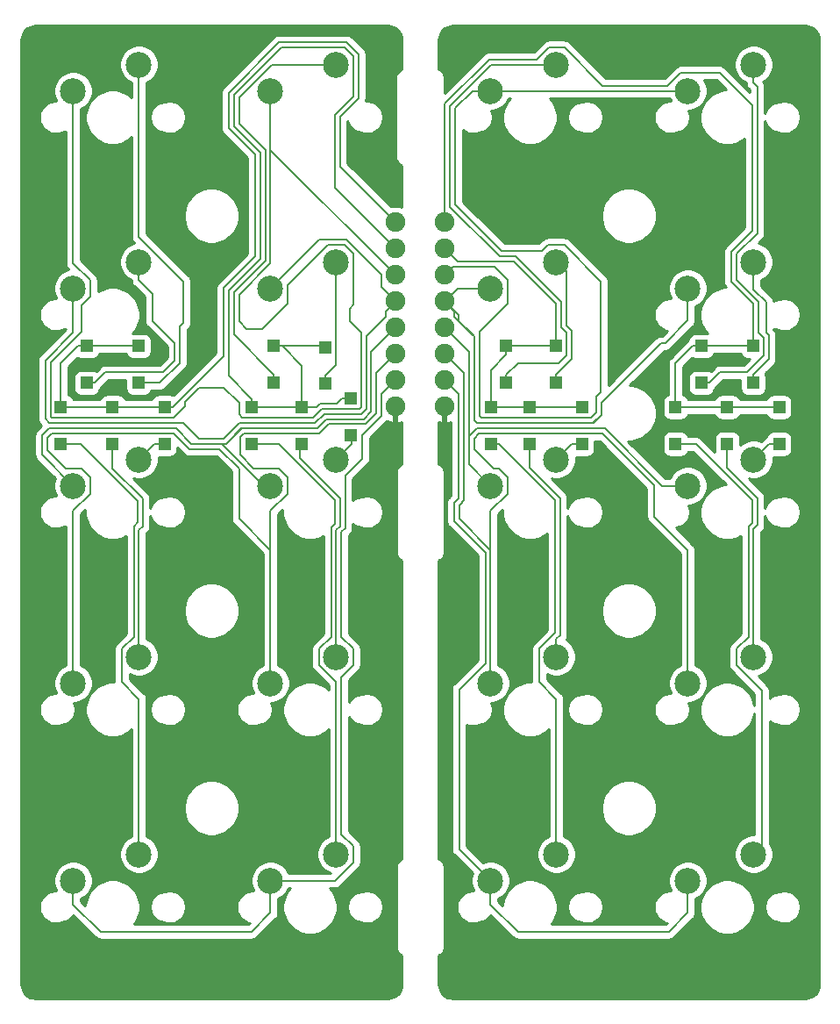
<source format=gbl>
G04 #@! TF.GenerationSoftware,KiCad,Pcbnew,(5.1.2)-2*
G04 #@! TF.CreationDate,2020-05-16T23:41:00+09:00*
G04 #@! TF.ProjectId,______,e135d7ec-fcc8-42e6-9b69-6361645f7063,rev?*
G04 #@! TF.SameCoordinates,Original*
G04 #@! TF.FileFunction,Copper,L2,Bot*
G04 #@! TF.FilePolarity,Positive*
%FSLAX46Y46*%
G04 Gerber Fmt 4.6, Leading zero omitted, Abs format (unit mm)*
G04 Created by KiCad (PCBNEW (5.1.2)-2) date 2020-05-16 23:41:00*
%MOMM*%
%LPD*%
G04 APERTURE LIST*
%ADD10C,2.500000*%
%ADD11C,1.900000*%
%ADD12R,1.200000X1.200000*%
%ADD13C,0.200000*%
%ADD14C,0.500000*%
%ADD15C,0.254000*%
G04 APERTURE END LIST*
D10*
X24740000Y68190000D03*
X31090000Y70730000D03*
X24740000Y87240000D03*
X31090000Y89780000D03*
X24740000Y49140000D03*
X31090000Y51680000D03*
X5690000Y68190000D03*
X12040000Y70730000D03*
X45990000Y49140000D03*
X52340000Y51680000D03*
X24740000Y30090000D03*
X31090000Y32630000D03*
X5690000Y49140000D03*
X12040000Y51680000D03*
X45990000Y30090000D03*
X52340000Y32630000D03*
X45990000Y87240000D03*
X52340000Y89780000D03*
X45990000Y68190000D03*
X52340000Y70730000D03*
X45990000Y11040000D03*
X52340000Y13580000D03*
X65040000Y87240000D03*
X71390000Y89780000D03*
X65040000Y68190000D03*
X71390000Y70730000D03*
X65040000Y49140000D03*
X71390000Y51680000D03*
X65040000Y30090000D03*
X71390000Y32630000D03*
X65040000Y11040000D03*
X71390000Y13580000D03*
X24740000Y11040000D03*
X31090000Y13580000D03*
X5690000Y87240000D03*
X12040000Y89780000D03*
X5690000Y30090000D03*
X12040000Y32630000D03*
X5690000Y11040000D03*
X12040000Y13580000D03*
D11*
X41570000Y74565000D03*
X41570000Y72025000D03*
X41570000Y69485000D03*
X41570000Y66945000D03*
X41570000Y64405000D03*
X41570000Y61865000D03*
X41570000Y59325000D03*
X41570000Y56785000D03*
X36830000Y74565000D03*
X36830000Y72025000D03*
X36830000Y69485000D03*
X36830000Y66945000D03*
X36830000Y64405000D03*
X36830000Y61865000D03*
X36830000Y59325000D03*
X36830000Y56785000D03*
D12*
X14502500Y53175000D03*
X14502500Y56725000D03*
X47502500Y59075000D03*
X47502500Y62625000D03*
X52302500Y59075000D03*
X52302500Y62625000D03*
X54802500Y53175000D03*
X54802500Y56725000D03*
X49802500Y53175000D03*
X49802500Y56725000D03*
X46000000Y53175000D03*
X46000000Y56725000D03*
X66352500Y59075000D03*
X66352500Y62625000D03*
X71352500Y59075000D03*
X71352500Y62625000D03*
X73852500Y53175000D03*
X73852500Y56725000D03*
X68852500Y53175000D03*
X68852500Y56725000D03*
X63852500Y53175000D03*
X63852500Y56725000D03*
X25052500Y59075000D03*
X25052500Y62625000D03*
X30052500Y58975000D03*
X30052500Y62525000D03*
X32470000Y54025000D03*
X32470000Y57575000D03*
X27752500Y53175000D03*
X27752500Y56725000D03*
X22952500Y53175000D03*
X22952500Y56725000D03*
X12002500Y59075000D03*
X12002500Y62625000D03*
X7002500Y59075000D03*
X7002500Y62625000D03*
X9502500Y53175000D03*
X9502500Y56725000D03*
X4502500Y53175000D03*
X4502500Y56725000D03*
D13*
X42070010Y85794896D02*
X46055114Y89780000D01*
X53302501Y63897499D02*
X52802510Y64397490D01*
X53302501Y61704999D02*
X53302501Y63897499D01*
X52597502Y61000000D02*
X53302501Y61704999D01*
X52802510Y64397490D02*
X52802510Y66906612D01*
X46055114Y89780000D02*
X52340000Y89780000D01*
X49104561Y70604561D02*
X48424103Y71285019D01*
X42070010Y76370010D02*
X42070010Y85794896D01*
X42070010Y76062992D02*
X46847983Y71285019D01*
X42070010Y76370010D02*
X42070010Y76062992D01*
X48424103Y71285019D02*
X49504561Y70204561D01*
X46847983Y71285019D02*
X48424103Y71285019D01*
X52802510Y66906612D02*
X49504561Y70204561D01*
X49504561Y70204561D02*
X49104561Y70604561D01*
X48627500Y61000000D02*
X51400000Y61000000D01*
X47502500Y59875000D02*
X48627500Y61000000D01*
X47502500Y59075000D02*
X47502500Y59875000D01*
X50027500Y61000000D02*
X51400000Y61000000D01*
X51400000Y61000000D02*
X52597502Y61000000D01*
X52302500Y59875000D02*
X52302500Y59075000D01*
X53302520Y64604600D02*
X53802511Y64104609D01*
X53802511Y64104609D02*
X53802511Y61375011D01*
X53802511Y61375011D02*
X52302500Y59875000D01*
X53302520Y69897480D02*
X53302520Y64604600D01*
X52470000Y70730000D02*
X53302520Y69897480D01*
X52340000Y70730000D02*
X52470000Y70730000D01*
X53835000Y53175000D02*
X54802500Y53175000D01*
X52340000Y51680000D02*
X53835000Y53175000D01*
X52340000Y34364882D02*
X52340000Y32630000D01*
X52700010Y34724892D02*
X52340000Y34364882D01*
X52700010Y47959112D02*
X52700010Y34724892D01*
X49802500Y50856622D02*
X52700010Y47959112D01*
X49802500Y53175000D02*
X49802500Y50856622D01*
X46777002Y53175000D02*
X52200000Y47752002D01*
X45800000Y53175000D02*
X46777002Y53175000D01*
X52200000Y34932002D02*
X50689999Y33422001D01*
X52200000Y47752002D02*
X52200000Y34932002D01*
X52340000Y15347766D02*
X52340000Y13580000D01*
X52340000Y28562002D02*
X52340000Y15347766D01*
X50689999Y30212003D02*
X52340000Y28562002D01*
X50689999Y33422001D02*
X50689999Y30212003D01*
X67152500Y59075000D02*
X66352500Y59075000D01*
X70722503Y60075001D02*
X68152501Y60075001D01*
X72352501Y61704999D02*
X70722503Y60075001D01*
X72352501Y63447499D02*
X72352501Y61704999D01*
X71852510Y63947490D02*
X72352501Y63447499D01*
X68152501Y60075001D02*
X67152500Y59075000D01*
X71852510Y66906612D02*
X71852510Y63947490D01*
X71390000Y89780000D02*
X71390000Y88012234D01*
X71390000Y88012234D02*
X71750011Y87652223D01*
X71750011Y87652223D02*
X71750011Y73532013D01*
X71750011Y73532013D02*
X69739999Y71522001D01*
X69739999Y71522001D02*
X69739999Y69019123D01*
X69739999Y69019123D02*
X71852510Y66906612D01*
X72852511Y61375011D02*
X71352500Y59875000D01*
X71352500Y59875000D02*
X71352500Y59075000D01*
X72852511Y63654609D02*
X72852511Y61375011D01*
X72600000Y66866242D02*
X72600000Y63907120D01*
X72600000Y63907120D02*
X72852511Y63654609D01*
X71390000Y68076242D02*
X72600000Y66866242D01*
X71390000Y70730000D02*
X71390000Y68076242D01*
X72885000Y53175000D02*
X73852500Y53175000D01*
X71390000Y51680000D02*
X72885000Y53175000D01*
X68852500Y53175000D02*
X68852500Y50856622D01*
X68852500Y50856622D02*
X71750011Y47959111D01*
X71390000Y44982880D02*
X71750009Y45342889D01*
X71390000Y32630000D02*
X71390000Y44982880D01*
X71750009Y46050009D02*
X71750011Y46050011D01*
X71750009Y45342889D02*
X71750009Y46050009D01*
X71750011Y47959111D02*
X71750011Y46050011D01*
X72200000Y29377998D02*
X72200000Y14390000D01*
X69739999Y31837999D02*
X72200000Y29377998D01*
X69739999Y33422001D02*
X69739999Y31837999D01*
X65827002Y53175000D02*
X71250001Y47752001D01*
X71250001Y47752001D02*
X71250001Y45550001D01*
X71250001Y45550001D02*
X70889990Y45189990D01*
X63852500Y53175000D02*
X65827002Y53175000D01*
X70889990Y45189990D02*
X70889990Y34571992D01*
X72200000Y14390000D02*
X71390000Y13580000D01*
X70889990Y34571992D02*
X69739999Y33422001D01*
X22952500Y56725000D02*
X27752500Y56725000D01*
X25052500Y62625000D02*
X29952500Y62625000D01*
X29952500Y62625000D02*
X30052500Y62525000D01*
X31170009Y57075009D02*
X30424991Y57075009D01*
X31670000Y57575000D02*
X31170009Y57075009D01*
X32470000Y57575000D02*
X31670000Y57575000D01*
X29167882Y56725000D02*
X27752500Y56725000D01*
X30424991Y57075009D02*
X29517891Y57075009D01*
X29517891Y57075009D02*
X29167882Y56725000D01*
X27752500Y57525000D02*
X27752500Y56725000D01*
X27752500Y60725000D02*
X27752500Y57525000D01*
X25852500Y62625000D02*
X27752500Y60725000D01*
X25052500Y62625000D02*
X25852500Y62625000D01*
X30950001Y84950001D02*
X30950001Y77904999D01*
X32740001Y86740001D02*
X30950001Y84950001D01*
X32740001Y90572001D02*
X32740001Y86740001D01*
X31882001Y91430001D02*
X32740001Y90572001D01*
X25780879Y91430001D02*
X31882001Y91430001D01*
X30950001Y77904999D02*
X36830000Y72025000D01*
X21199989Y86849111D02*
X25780879Y91430001D01*
X21199989Y83844889D02*
X21199989Y86849111D01*
X22952500Y57525000D02*
X20699979Y59777521D01*
X22952500Y56725000D02*
X22952500Y57525000D01*
X20699979Y59777521D02*
X20699979Y68006221D01*
X20699979Y68006221D02*
X23739980Y71046222D01*
X23739980Y71046222D02*
X23739980Y81304898D01*
X23739980Y81304898D02*
X21199989Y83844889D01*
X7002500Y62625000D02*
X12002500Y62625000D01*
X4502500Y56725000D02*
X14502500Y56725000D01*
X6202500Y62625000D02*
X7002500Y62625000D01*
X4502500Y60925000D02*
X6202500Y62625000D01*
X4502500Y56725000D02*
X4502500Y60925000D01*
X31450011Y79944989D02*
X36830000Y74565000D01*
X31450011Y84742891D02*
X31450011Y79944989D01*
X33240011Y90779111D02*
X33240011Y86532891D01*
X20699979Y87056221D02*
X25573769Y91930011D01*
X33240011Y86532891D02*
X31450011Y84742891D01*
X20699979Y83637779D02*
X20699979Y87056221D01*
X15291878Y56725000D02*
X20199969Y61633091D01*
X14502500Y56725000D02*
X15291878Y56725000D01*
X32089111Y91930011D02*
X33240011Y90779111D01*
X25573769Y91930011D02*
X32089111Y91930011D01*
X20199969Y61633091D02*
X20199969Y68213331D01*
X20199969Y68213331D02*
X23239970Y71253332D01*
X23239970Y71253332D02*
X23239970Y81097788D01*
X23239970Y81097788D02*
X20699979Y83637779D01*
X30992002Y11040000D02*
X24740000Y11040000D01*
X32740001Y12787999D02*
X30992002Y11040000D01*
X31590010Y15521992D02*
X32740001Y14372001D01*
X32740001Y14372001D02*
X32740001Y12787999D01*
X31590010Y30688008D02*
X31590010Y15521992D01*
X32740001Y33422001D02*
X32740001Y31837999D01*
X31590010Y44673768D02*
X31590010Y34571992D01*
X31590010Y34571992D02*
X32740001Y33422001D01*
X36830000Y59325000D02*
X35479999Y57974999D01*
X31950021Y45033779D02*
X31590010Y44673768D01*
X35479999Y55906517D02*
X33600001Y54026519D01*
X35479999Y57974999D02*
X35479999Y55906517D01*
X33600001Y54026519D02*
X33600001Y51747999D01*
X32740001Y31837999D02*
X31590010Y30688008D01*
X33600001Y51747999D02*
X31950021Y50098019D01*
X31950021Y50098019D02*
X31950021Y45033779D01*
X5690000Y8757998D02*
X5690000Y11040000D01*
X8347999Y6099999D02*
X5690000Y8757998D01*
X22920001Y6099999D02*
X8347999Y6099999D01*
X24740000Y7919998D02*
X22920001Y6099999D01*
X24740000Y11040000D02*
X24740000Y7919998D01*
X24740000Y42911998D02*
X24740000Y42760000D01*
X21699999Y45951999D02*
X24740000Y42911998D01*
X21699999Y46199999D02*
X21699999Y45951999D01*
X24740000Y42760000D02*
X24740000Y30090000D01*
X21699999Y46300001D02*
X21699999Y50811761D01*
X21699999Y46300001D02*
X21699999Y46199999D01*
X21699999Y50811761D02*
X19811781Y52699979D01*
X5690000Y46697998D02*
X5690000Y30090000D01*
X7340001Y48347999D02*
X5690000Y46697998D01*
X7340001Y49932001D02*
X7340001Y48347999D01*
X6482001Y50790001D02*
X7340001Y49932001D01*
X19811781Y52699979D02*
X16897523Y52699979D01*
X16897523Y52699979D02*
X15422501Y54175001D01*
X15422501Y54175001D02*
X3582499Y54175001D01*
X4967497Y50790001D02*
X6482001Y50790001D01*
X3582499Y54175001D02*
X3203749Y53796251D01*
X3203749Y53796251D02*
X3203749Y52553749D01*
X3203749Y52553749D02*
X4967497Y50790001D01*
X34979989Y60014989D02*
X36830000Y61865000D01*
X34979989Y56113627D02*
X34979989Y60014989D01*
X33941331Y55074969D02*
X34979989Y56113627D01*
X30346331Y55074969D02*
X33941331Y55074969D01*
X22175001Y54175001D02*
X29446363Y54175001D01*
X24740000Y46697998D02*
X26390001Y48347999D01*
X21813000Y52113000D02*
X21813000Y53813000D01*
X24740000Y42760000D02*
X24740000Y46697998D01*
X26390001Y48347999D02*
X26390001Y49932001D01*
X21813000Y53813000D02*
X22175001Y54175001D01*
X26390001Y49932001D02*
X25532001Y50790001D01*
X29446363Y54175001D02*
X30346331Y55074969D01*
X25532001Y50790001D02*
X23135999Y50790001D01*
X23135999Y50790001D02*
X21813000Y52113000D01*
X2703739Y52126261D02*
X5690000Y49140000D01*
X2703739Y54003361D02*
X2703739Y52126261D01*
X3375389Y54675011D02*
X2703739Y54003361D01*
X21967891Y54675011D02*
X22824989Y54675011D01*
X20492869Y53199989D02*
X21967891Y54675011D01*
X15629611Y54675011D02*
X17104633Y53199989D01*
X15175011Y54675011D02*
X15629611Y54675011D01*
X15175011Y54675011D02*
X3375389Y54675011D01*
X21967891Y54675011D02*
X25824989Y54675011D01*
X22824989Y54675011D02*
X25824989Y54675011D01*
X25824989Y54675011D02*
X29239253Y54675011D01*
X20018891Y53199989D02*
X19800011Y53199989D01*
X24078880Y49140000D02*
X20018891Y53199989D01*
X24740000Y49140000D02*
X24078880Y49140000D01*
X17104633Y53199989D02*
X19800011Y53199989D01*
X19800011Y53199989D02*
X20492869Y53199989D01*
X20433111Y53199989D02*
X17104633Y53199989D01*
X21908133Y54675011D02*
X20433111Y53199989D01*
X29239253Y54675011D02*
X29239255Y54675013D01*
X28524989Y54675011D02*
X21908133Y54675011D01*
X29239253Y54675011D02*
X28524989Y54675011D01*
X34479979Y62054979D02*
X36830000Y64405000D01*
X34479979Y56320737D02*
X34479979Y62054979D01*
X33734221Y55574979D02*
X34479979Y56320737D01*
X29239253Y54675011D02*
X30139221Y55574979D01*
X30139221Y55574979D02*
X33734221Y55574979D01*
X35880001Y67894999D02*
X36830000Y66945000D01*
X35479999Y68295001D02*
X35880001Y67894999D01*
X35479999Y69489123D02*
X35479999Y68295001D01*
X32089111Y72880011D02*
X35479999Y69489123D01*
X29430011Y72880011D02*
X32089111Y72880011D01*
X24740000Y68190000D02*
X29430011Y72880011D01*
X35880001Y65481999D02*
X35880001Y65995001D01*
X33979969Y63581967D02*
X35880001Y65481999D01*
X33527111Y56074989D02*
X33979969Y56527847D01*
X29932111Y56074989D02*
X33527111Y56074989D01*
X29032143Y55175021D02*
X29932111Y56074989D01*
X21701023Y55175021D02*
X29032143Y55175021D01*
X17873999Y53699999D02*
X20226001Y53699999D01*
X35880001Y65995001D02*
X36830000Y66945000D01*
X5690000Y68190000D02*
X5690000Y63939622D01*
X3000000Y61249622D02*
X3000000Y55600378D01*
X3000000Y55600378D02*
X3375389Y55224989D01*
X5690000Y63939622D02*
X3000000Y61249622D01*
X3375389Y55224989D02*
X16349009Y55224989D01*
X33979969Y56527847D02*
X33979969Y63581967D01*
X20226001Y53699999D02*
X21701023Y55175021D01*
X16349009Y55224989D02*
X17873999Y53699999D01*
X24740000Y81575000D02*
X36830000Y69485000D01*
X24740000Y87240000D02*
X24740000Y81575000D01*
X5690000Y70632002D02*
X5690000Y87240000D01*
X3502499Y61045001D02*
X6482001Y64024503D01*
X16500000Y56802498D02*
X15422501Y55724999D01*
X16500000Y57226002D02*
X16500000Y56802498D01*
X17873999Y58600001D02*
X16500000Y57226002D01*
X3502499Y55804999D02*
X3502499Y61045001D01*
X20226001Y58600001D02*
X17873999Y58600001D01*
X21699999Y57199999D02*
X21626003Y57199999D01*
X21699999Y56057499D02*
X21699999Y57199999D01*
X22032499Y55724999D02*
X21699999Y56057499D01*
X3582499Y55724999D02*
X3502499Y55804999D01*
X28875001Y55724999D02*
X22032499Y55724999D01*
X21626003Y57199999D02*
X20226001Y58600001D01*
X29725001Y56574999D02*
X28875001Y55724999D01*
X24740000Y87240000D02*
X24740000Y70632002D01*
X24740000Y70632002D02*
X21699999Y67592001D01*
X6482001Y64024503D02*
X6482001Y66539999D01*
X21699999Y67592001D02*
X21699999Y65001999D01*
X7340001Y68982001D02*
X5690000Y70632002D01*
X21699999Y65001999D02*
X22401999Y64299999D01*
X33320001Y56574999D02*
X29725001Y56574999D01*
X22401999Y64299999D02*
X23970001Y64299999D01*
X32379999Y65049999D02*
X33479959Y63950039D01*
X23970001Y64299999D02*
X26390001Y66719999D01*
X26390001Y66719999D02*
X26390001Y68472003D01*
X6482001Y66539999D02*
X7340001Y67397999D01*
X26390001Y68472003D02*
X30297999Y72380001D01*
X7340001Y67397999D02*
X7340001Y68982001D01*
X30297999Y72380001D02*
X31882001Y72380001D01*
X33479959Y56734957D02*
X33320001Y56574999D01*
X31882001Y72380001D02*
X32740001Y71522001D01*
X32740001Y66610003D02*
X32379999Y66250001D01*
X32740001Y71522001D02*
X32740001Y66610003D01*
X32379999Y66250001D02*
X32379999Y65049999D01*
X15422501Y55724999D02*
X3582499Y55724999D01*
X33479959Y63950039D02*
X33479959Y56734957D01*
X45800000Y56725000D02*
X54802500Y56725000D01*
X52302500Y63425000D02*
X52302500Y62625000D01*
X52302500Y66699502D02*
X52302500Y63425000D01*
X48216993Y70785009D02*
X52302500Y66699502D01*
X42809991Y70785009D02*
X48216993Y70785009D01*
X41570000Y72025000D02*
X42809991Y70785009D01*
X47502500Y62625000D02*
X52302500Y62625000D01*
X46000000Y57525000D02*
X46000000Y56725000D01*
X46000000Y60322500D02*
X46000000Y57525000D01*
X47502500Y61825000D02*
X46000000Y60322500D01*
X47502500Y62625000D02*
X47502500Y61825000D01*
X64652500Y56725000D02*
X73852500Y56725000D01*
X63852500Y56725000D02*
X64652500Y56725000D01*
X66352500Y62625000D02*
X71352500Y62625000D01*
X63852500Y57525000D02*
X63852500Y56725000D01*
X63852500Y60925000D02*
X63852500Y57525000D01*
X65552500Y62625000D02*
X63852500Y60925000D01*
X66352500Y62625000D02*
X65552500Y62625000D01*
X50480010Y90280010D02*
X45848004Y90280010D01*
X51630001Y91430001D02*
X50480010Y90280010D01*
X53132001Y91430001D02*
X51630001Y91430001D01*
X56821992Y87740010D02*
X53132001Y91430001D01*
X68102002Y89000000D02*
X64357998Y89000000D01*
X71352500Y62625000D02*
X71352500Y66699502D01*
X71352500Y66699502D02*
X69239989Y68812013D01*
X69239989Y68812013D02*
X69239989Y71729111D01*
X45848004Y90280010D02*
X41570000Y86002006D01*
X63098008Y87740010D02*
X56821992Y87740010D01*
X69239989Y71729111D02*
X71250001Y73739123D01*
X71250001Y73739123D02*
X71250001Y85852001D01*
X41570000Y86002006D02*
X41570000Y74565000D01*
X64357998Y89000000D02*
X63098008Y87740010D01*
X71250001Y85852001D02*
X68102002Y89000000D01*
X25052500Y59875000D02*
X25052500Y59075000D01*
X21199989Y67799111D02*
X21199989Y63727511D01*
X31090000Y89780000D02*
X24837998Y89780000D01*
X21199989Y63727511D02*
X25052500Y59875000D01*
X24837998Y89780000D02*
X21699999Y86642001D01*
X21699999Y86642001D02*
X21699999Y84051999D01*
X21699999Y84051999D02*
X24239990Y81512008D01*
X24239990Y81512008D02*
X24239990Y70839112D01*
X24239990Y70839112D02*
X21199989Y67799111D01*
X31090000Y60812500D02*
X31090000Y62590000D01*
X30052500Y59775000D02*
X31090000Y60812500D01*
X30052500Y58975000D02*
X30052500Y59775000D01*
X31090000Y70730000D02*
X31090000Y62590000D01*
X32600000Y53190000D02*
X32600000Y53925000D01*
X31090000Y51680000D02*
X32600000Y53190000D01*
X27552500Y51856622D02*
X27552500Y53175000D01*
X31450011Y47959111D02*
X27552500Y51856622D01*
X31450011Y45240889D02*
X31450011Y47959111D01*
X31090000Y44880878D02*
X31450011Y45240889D01*
X31090000Y32630000D02*
X31090000Y44880878D01*
X25527002Y53175000D02*
X23552500Y53175000D01*
X30950001Y47752001D02*
X25527002Y53175000D01*
X30950001Y45450001D02*
X30950001Y47752001D01*
X30589990Y45089990D02*
X30950001Y45450001D01*
X30589990Y34571992D02*
X30589990Y45089990D01*
X29439999Y33422001D02*
X30589990Y34571992D01*
X29439999Y31837999D02*
X29439999Y33422001D01*
X31090000Y30187998D02*
X29439999Y31837999D01*
X31090000Y13580000D02*
X31090000Y30187998D01*
X14075000Y59075000D02*
X12002500Y59075000D01*
X16000000Y61000000D02*
X14075000Y59075000D01*
X16000000Y64500000D02*
X16000000Y61000000D01*
X16350001Y64850001D02*
X16000000Y64500000D01*
X16350001Y68862001D02*
X16350001Y64850001D01*
X12040000Y73172002D02*
X16350001Y68862001D01*
X12040000Y89780000D02*
X12040000Y73172002D01*
X7802500Y59075000D02*
X7002500Y59075000D01*
X8802501Y60075001D02*
X7802500Y59075000D01*
X14367881Y60075001D02*
X8802501Y60075001D01*
X12040000Y70730000D02*
X12040000Y68962234D01*
X13329999Y65049999D02*
X15500000Y62879998D01*
X12040000Y68962234D02*
X13329999Y67672235D01*
X15500000Y62879998D02*
X15500000Y61207120D01*
X13329999Y67672235D02*
X13329999Y65049999D01*
X15500000Y61207120D02*
X14367881Y60075001D01*
X13535000Y53175000D02*
X14502500Y53175000D01*
X12040000Y51680000D02*
X13535000Y53175000D01*
X9502500Y50806618D02*
X9502500Y53175000D01*
X12400011Y47909107D02*
X9502500Y50806618D01*
X12400011Y45240889D02*
X12400011Y47909107D01*
X12040000Y44880878D02*
X12400011Y45240889D01*
X12040000Y32630000D02*
X12040000Y44880878D01*
X6426998Y53175000D02*
X4502500Y53175000D01*
X11900001Y47701997D02*
X6426998Y53175000D01*
X11900001Y45599999D02*
X11900001Y47701997D01*
X11539990Y45239988D02*
X11900001Y45599999D01*
X11539990Y34571992D02*
X11539990Y45239988D01*
X10389999Y33422001D02*
X11539990Y34571992D01*
X10389999Y30212003D02*
X10389999Y33422001D01*
X12040000Y28562002D02*
X10389999Y30212003D01*
X12040000Y13580000D02*
X12040000Y28562002D01*
X45990000Y87240000D02*
X65040000Y87240000D01*
X45990000Y87240000D02*
X51440000Y87240000D01*
X44920041Y58420041D02*
X44920041Y58672848D01*
X55722501Y55724999D02*
X45079999Y55724999D01*
X56200000Y56202498D02*
X55722501Y55724999D01*
X56650001Y58150001D02*
X56200000Y57700000D01*
X56650001Y68862001D02*
X56650001Y58150001D01*
X53132001Y72380001D02*
X56650001Y68862001D01*
X51547999Y72380001D02*
X53132001Y72380001D01*
X56200000Y57700000D02*
X56200000Y56202498D01*
X45990000Y87240000D02*
X44222234Y87240000D01*
X44222234Y87240000D02*
X42570020Y85587786D01*
X44920041Y55884957D02*
X44920041Y58420041D01*
X45079999Y55724999D02*
X44920041Y55884957D01*
X42570020Y85587786D02*
X42570020Y76270102D01*
X42570020Y76270102D02*
X47055093Y71785029D01*
X47055093Y71785029D02*
X50953027Y71785029D01*
X50953027Y71785029D02*
X51547999Y72380001D01*
X44920041Y64000039D02*
X44920041Y62820041D01*
X47640001Y66719999D02*
X44920041Y64000039D01*
X44920041Y62820041D02*
X44920041Y58420041D01*
X47640001Y68982001D02*
X47640001Y66719999D01*
X46337003Y70284999D02*
X47640001Y68982001D01*
X42369999Y70284999D02*
X46337003Y70284999D01*
X41570000Y69485000D02*
X42369999Y70284999D01*
X42815000Y68190000D02*
X45990000Y68190000D01*
X41570000Y66945000D02*
X42815000Y68190000D01*
X65040000Y65340000D02*
X65040000Y68190000D01*
X55879643Y55175021D02*
X56302511Y55597889D01*
X41570000Y66945000D02*
X42920001Y65594999D01*
X42920001Y65594999D02*
X42920001Y65031997D01*
X42920001Y65031997D02*
X44299989Y63652009D01*
X42519999Y65995001D02*
X41570000Y66945000D01*
X42519999Y65453003D02*
X42519999Y65995001D01*
X44420031Y63552971D02*
X42519999Y65453003D01*
X44420031Y55477847D02*
X44420031Y63552971D01*
X44722857Y55175021D02*
X44420031Y55477847D01*
X53224989Y55224989D02*
X53175021Y55175021D01*
X55929611Y55224989D02*
X53224989Y55224989D01*
X56700010Y55995388D02*
X55929611Y55224989D01*
X56700010Y57126012D02*
X56700010Y55995388D01*
X62456495Y62882497D02*
X56700010Y57126012D01*
X65040000Y65069998D02*
X62852499Y62882497D01*
X62852499Y62882497D02*
X62456495Y62882497D01*
X65040000Y68190000D02*
X65040000Y65069998D01*
X53175021Y55175021D02*
X44722857Y55175021D01*
X55879643Y55175021D02*
X53175021Y55175021D01*
X41570000Y64405000D02*
X43799979Y62175021D01*
X41570000Y64405000D02*
X43920021Y62054979D01*
X45990000Y49140000D02*
X43920021Y51209979D01*
X43920021Y62054979D02*
X43920021Y61879979D01*
X43920021Y61879979D02*
X43920021Y60222099D01*
X43920021Y53922143D02*
X43920021Y53179979D01*
X44672889Y54675011D02*
X43920021Y53922143D01*
X57024989Y54675011D02*
X44672889Y54675011D01*
X62560000Y49140000D02*
X57024989Y54675011D01*
X65040000Y49140000D02*
X62560000Y49140000D01*
X43920021Y51209979D02*
X43920021Y53179979D01*
X43920021Y53179979D02*
X43920021Y61879979D01*
X65040000Y30090000D02*
X65040000Y42911998D01*
X65040000Y42911998D02*
X61800001Y46151997D01*
X61800001Y46151997D02*
X61800001Y49192879D01*
X61800001Y49192879D02*
X56817879Y54175001D01*
X43299969Y47597971D02*
X42949999Y47248001D01*
X41570000Y61865000D02*
X43299969Y60135031D01*
X41570000Y61865000D02*
X43420011Y60014989D01*
X42949999Y45951999D02*
X45990000Y42911998D01*
X42949999Y47248001D02*
X42949999Y45951999D01*
X43420011Y47718013D02*
X42949999Y47248001D01*
X43420011Y56720011D02*
X43420011Y47718013D01*
X45990000Y42911998D02*
X45990000Y30090000D01*
X43420011Y60014989D02*
X43420011Y56720011D01*
X43420011Y56720011D02*
X43420011Y55979989D01*
X44879999Y54175001D02*
X44420031Y53715033D01*
X45224999Y54175001D02*
X44879999Y54175001D01*
X56817879Y54175001D02*
X45224999Y54175001D01*
X45990000Y46697998D02*
X45990000Y30090000D01*
X44420031Y53715033D02*
X44420031Y52679969D01*
X44420031Y52679969D02*
X46309999Y50790001D01*
X46309999Y50790001D02*
X46782001Y50790001D01*
X46782001Y50790001D02*
X47640001Y49932001D01*
X47640001Y49932001D02*
X47640001Y48347999D01*
X47640001Y48347999D02*
X45990000Y46697998D01*
X42920001Y57433001D02*
X42920001Y56699959D01*
X41570000Y59325000D02*
X42920001Y57974999D01*
X42920001Y57974999D02*
X42920001Y57433001D01*
X42949999Y14080001D02*
X44740001Y12289999D01*
X42949999Y29492001D02*
X42949999Y14080001D01*
X44740001Y12289999D02*
X45990000Y11040000D01*
X42920001Y57433001D02*
X42920001Y47925123D01*
X42920001Y47925123D02*
X42449989Y47455111D01*
X42449989Y47455111D02*
X42449989Y45744889D01*
X42449989Y45744889D02*
X45489990Y42704888D01*
X45489990Y42704888D02*
X45489990Y32031992D01*
X45489990Y32031992D02*
X42949999Y29492001D01*
X45990000Y8757998D02*
X45990000Y11040000D01*
X48647999Y6099999D02*
X45990000Y8757998D01*
X63220001Y6099999D02*
X48647999Y6099999D01*
X65040000Y7919998D02*
X63220001Y6099999D01*
X65040000Y11040000D02*
X65040000Y7919998D01*
D14*
X41570000Y56785000D02*
X41570000Y53630000D01*
X36830000Y56785000D02*
X36830000Y53330000D01*
X36830000Y53330000D02*
X36300000Y52800000D01*
D15*
G36*
X76654782Y93486733D02*
G01*
X76899855Y93412741D01*
X77125890Y93292557D01*
X77324281Y93130752D01*
X77487460Y92933503D01*
X77609220Y92708313D01*
X77684924Y92463753D01*
X77715000Y92177602D01*
X77715001Y1033516D01*
X77686733Y745218D01*
X77612741Y500145D01*
X77492554Y274107D01*
X77330754Y75721D01*
X77133503Y-87460D01*
X76908310Y-209221D01*
X76663753Y-284924D01*
X76377602Y-315000D01*
X42333505Y-315000D01*
X42045218Y-286733D01*
X41800145Y-212741D01*
X41574107Y-92554D01*
X41375721Y69246D01*
X41212540Y266497D01*
X41090779Y491690D01*
X41015076Y736247D01*
X40985000Y1022398D01*
X40985000Y3840297D01*
X41063406Y3864081D01*
X41182407Y3927688D01*
X41286711Y4013289D01*
X41372312Y4117593D01*
X41435919Y4236594D01*
X41475088Y4365717D01*
X41478560Y4400971D01*
X41489803Y4410197D01*
X41505597Y4429443D01*
X41517333Y4451399D01*
X41524560Y4475224D01*
X41527000Y4500000D01*
X41527000Y12500000D01*
X41524560Y12524776D01*
X41517333Y12548601D01*
X41505597Y12570557D01*
X41489803Y12589803D01*
X41478560Y12599029D01*
X41475088Y12634283D01*
X41435919Y12763406D01*
X41372312Y12882407D01*
X41286711Y12986711D01*
X41182407Y13072312D01*
X41063406Y13135919D01*
X40985000Y13159703D01*
X40985000Y41940297D01*
X41063406Y41964081D01*
X41182407Y42027688D01*
X41286711Y42113289D01*
X41372312Y42217593D01*
X41435919Y42336594D01*
X41475088Y42465717D01*
X41478560Y42500971D01*
X41489803Y42510197D01*
X41505597Y42529443D01*
X41517333Y42551399D01*
X41524560Y42575224D01*
X41527000Y42600000D01*
X41527000Y50600000D01*
X41524560Y50624776D01*
X41517333Y50648601D01*
X41505597Y50670557D01*
X41489803Y50689803D01*
X41478560Y50699029D01*
X41475088Y50734283D01*
X41435919Y50863406D01*
X41372312Y50982407D01*
X41286711Y51086711D01*
X41182407Y51172312D01*
X41063406Y51235919D01*
X40985000Y51259703D01*
X40985000Y55307310D01*
X41020671Y55290065D01*
X41322873Y55211621D01*
X41634573Y55193641D01*
X41943791Y55236816D01*
X42185001Y55320808D01*
X42185002Y48229570D01*
X41955797Y48000365D01*
X41927751Y47977348D01*
X41835902Y47865430D01*
X41767652Y47737743D01*
X41745787Y47665662D01*
X41725624Y47599196D01*
X41711433Y47455111D01*
X41714989Y47419006D01*
X41714990Y45781004D01*
X41711433Y45744889D01*
X41725624Y45600804D01*
X41765407Y45469660D01*
X41767653Y45462256D01*
X41835903Y45334569D01*
X41927752Y45222651D01*
X41955797Y45199635D01*
X44754990Y42400441D01*
X44754991Y32336440D01*
X42455807Y30037255D01*
X42427761Y30014238D01*
X42335912Y29902320D01*
X42267662Y29774633D01*
X42250425Y29717810D01*
X42225634Y29636086D01*
X42211443Y29492001D01*
X42214999Y29455896D01*
X42215000Y14116116D01*
X42211443Y14080001D01*
X42225634Y13935916D01*
X42237802Y13895806D01*
X42267663Y13797368D01*
X42335913Y13669681D01*
X42427762Y13557763D01*
X42455807Y13534747D01*
X44242836Y11747717D01*
X44177439Y11589834D01*
X44105000Y11225656D01*
X44105000Y10854344D01*
X44177439Y10490166D01*
X44319534Y10147118D01*
X44361040Y10085000D01*
X44143891Y10085000D01*
X43837673Y10024089D01*
X43549221Y9904609D01*
X43289621Y9731150D01*
X43068850Y9510379D01*
X42895391Y9250779D01*
X42775911Y8962327D01*
X42715000Y8656109D01*
X42715000Y8343891D01*
X42775911Y8037673D01*
X42895391Y7749221D01*
X43068850Y7489621D01*
X43289621Y7268850D01*
X43549221Y7095391D01*
X43837673Y6975911D01*
X44143891Y6915000D01*
X44456109Y6915000D01*
X44762327Y6975911D01*
X44856697Y7015000D01*
X44866260Y7015000D01*
X45153158Y7072068D01*
X45423411Y7184010D01*
X45666632Y7346525D01*
X45873475Y7553368D01*
X45986312Y7722240D01*
X48102745Y5605806D01*
X48125761Y5577761D01*
X48237679Y5485912D01*
X48365366Y5417662D01*
X48503914Y5375634D01*
X48611894Y5364999D01*
X48611903Y5364999D01*
X48647998Y5361444D01*
X48684093Y5364999D01*
X63183896Y5364999D01*
X63220001Y5361443D01*
X63256106Y5364999D01*
X63364086Y5375634D01*
X63502634Y5417662D01*
X63630321Y5485912D01*
X63742239Y5577761D01*
X63765259Y5605811D01*
X65534193Y7374744D01*
X65562238Y7397760D01*
X65654087Y7509678D01*
X65722337Y7637365D01*
X65764365Y7775913D01*
X65775000Y7883893D01*
X65775000Y7883902D01*
X65778555Y7919997D01*
X65775000Y7956092D01*
X65775000Y8759525D01*
X66215000Y8759525D01*
X66215000Y8240475D01*
X66316261Y7731399D01*
X66514893Y7251859D01*
X66803262Y6820285D01*
X67170285Y6453262D01*
X67601859Y6164893D01*
X68081399Y5966261D01*
X68590475Y5865000D01*
X69109525Y5865000D01*
X69618601Y5966261D01*
X70098141Y6164893D01*
X70529715Y6453262D01*
X70896738Y6820285D01*
X71185107Y7251859D01*
X71383739Y7731399D01*
X71485000Y8240475D01*
X71485000Y8646260D01*
X72445000Y8646260D01*
X72445000Y8353740D01*
X72502068Y8066842D01*
X72614010Y7796589D01*
X72776525Y7553368D01*
X72983368Y7346525D01*
X73226589Y7184010D01*
X73496842Y7072068D01*
X73783740Y7015000D01*
X73793303Y7015000D01*
X73887673Y6975911D01*
X74193891Y6915000D01*
X74506109Y6915000D01*
X74812327Y6975911D01*
X75100779Y7095391D01*
X75360379Y7268850D01*
X75581150Y7489621D01*
X75754609Y7749221D01*
X75874089Y8037673D01*
X75935000Y8343891D01*
X75935000Y8656109D01*
X75874089Y8962327D01*
X75754609Y9250779D01*
X75581150Y9510379D01*
X75360379Y9731150D01*
X75100779Y9904609D01*
X74812327Y10024089D01*
X74506109Y10085000D01*
X74193891Y10085000D01*
X73887673Y10024089D01*
X73793303Y9985000D01*
X73783740Y9985000D01*
X73496842Y9927932D01*
X73226589Y9815990D01*
X72983368Y9653475D01*
X72776525Y9446632D01*
X72614010Y9203411D01*
X72502068Y8933158D01*
X72445000Y8646260D01*
X71485000Y8646260D01*
X71485000Y8759525D01*
X71383739Y9268601D01*
X71185107Y9748141D01*
X70896738Y10179715D01*
X70529715Y10546738D01*
X70098141Y10835107D01*
X69618601Y11033739D01*
X69109525Y11135000D01*
X68590475Y11135000D01*
X68081399Y11033739D01*
X67601859Y10835107D01*
X67170285Y10546738D01*
X66803262Y10179715D01*
X66514893Y9748141D01*
X66316261Y9268601D01*
X66215000Y8759525D01*
X65775000Y8759525D01*
X65775000Y9304137D01*
X65932882Y9369534D01*
X66241618Y9575825D01*
X66504175Y9838382D01*
X66710466Y10147118D01*
X66852561Y10490166D01*
X66925000Y10854344D01*
X66925000Y11225656D01*
X66852561Y11589834D01*
X66710466Y11932882D01*
X66504175Y12241618D01*
X66241618Y12504175D01*
X65932882Y12710466D01*
X65589834Y12852561D01*
X65225656Y12925000D01*
X64854344Y12925000D01*
X64490166Y12852561D01*
X64147118Y12710466D01*
X63838382Y12504175D01*
X63575825Y12241618D01*
X63369534Y11932882D01*
X63227439Y11589834D01*
X63155000Y11225656D01*
X63155000Y10854344D01*
X63227439Y10490166D01*
X63369534Y10147118D01*
X63411040Y10085000D01*
X63193891Y10085000D01*
X62887673Y10024089D01*
X62599221Y9904609D01*
X62339621Y9731150D01*
X62118850Y9510379D01*
X61945391Y9250779D01*
X61825911Y8962327D01*
X61765000Y8656109D01*
X61765000Y8343891D01*
X61825911Y8037673D01*
X61945391Y7749221D01*
X62118850Y7489621D01*
X62339621Y7268850D01*
X62599221Y7095391D01*
X62887673Y6975911D01*
X63028462Y6947906D01*
X62915555Y6834999D01*
X51856570Y6834999D01*
X52135107Y7251859D01*
X52333739Y7731399D01*
X52435000Y8240475D01*
X52435000Y8646260D01*
X53395000Y8646260D01*
X53395000Y8353740D01*
X53452068Y8066842D01*
X53564010Y7796589D01*
X53726525Y7553368D01*
X53933368Y7346525D01*
X54176589Y7184010D01*
X54446842Y7072068D01*
X54733740Y7015000D01*
X54743303Y7015000D01*
X54837673Y6975911D01*
X55143891Y6915000D01*
X55456109Y6915000D01*
X55762327Y6975911D01*
X56050779Y7095391D01*
X56310379Y7268850D01*
X56531150Y7489621D01*
X56704609Y7749221D01*
X56824089Y8037673D01*
X56885000Y8343891D01*
X56885000Y8656109D01*
X56824089Y8962327D01*
X56704609Y9250779D01*
X56531150Y9510379D01*
X56310379Y9731150D01*
X56050779Y9904609D01*
X55762327Y10024089D01*
X55456109Y10085000D01*
X55143891Y10085000D01*
X54837673Y10024089D01*
X54743303Y9985000D01*
X54733740Y9985000D01*
X54446842Y9927932D01*
X54176589Y9815990D01*
X53933368Y9653475D01*
X53726525Y9446632D01*
X53564010Y9203411D01*
X53452068Y8933158D01*
X53395000Y8646260D01*
X52435000Y8646260D01*
X52435000Y8759525D01*
X52333739Y9268601D01*
X52135107Y9748141D01*
X51846738Y10179715D01*
X51479715Y10546738D01*
X51048141Y10835107D01*
X50568601Y11033739D01*
X50059525Y11135000D01*
X49540475Y11135000D01*
X49031399Y11033739D01*
X48551859Y10835107D01*
X48120285Y10546738D01*
X47753262Y10179715D01*
X47464893Y9748141D01*
X47266261Y9268601D01*
X47165000Y8759525D01*
X47165000Y8622444D01*
X46725000Y9062444D01*
X46725000Y9304137D01*
X46882882Y9369534D01*
X47191618Y9575825D01*
X47454175Y9838382D01*
X47660466Y10147118D01*
X47802561Y10490166D01*
X47875000Y10854344D01*
X47875000Y11225656D01*
X47802561Y11589834D01*
X47660466Y11932882D01*
X47454175Y12241618D01*
X47191618Y12504175D01*
X46882882Y12710466D01*
X46539834Y12852561D01*
X46175656Y12925000D01*
X45804344Y12925000D01*
X45440166Y12852561D01*
X45282283Y12787164D01*
X43684999Y14384447D01*
X43684999Y26089150D01*
X43837673Y26025911D01*
X44143891Y25965000D01*
X44456109Y25965000D01*
X44762327Y26025911D01*
X44856697Y26065000D01*
X44866260Y26065000D01*
X45153158Y26122068D01*
X45423411Y26234010D01*
X45666632Y26396525D01*
X45873475Y26603368D01*
X46035990Y26846589D01*
X46147932Y27116842D01*
X46205000Y27403740D01*
X46205000Y27696260D01*
X46147932Y27983158D01*
X46056042Y28205000D01*
X46175656Y28205000D01*
X46539834Y28277439D01*
X46882882Y28419534D01*
X47191618Y28625825D01*
X47454175Y28888382D01*
X47660466Y29197118D01*
X47802561Y29540166D01*
X47875000Y29904344D01*
X47875000Y30275656D01*
X47802561Y30639834D01*
X47660466Y30982882D01*
X47454175Y31291618D01*
X47191618Y31554175D01*
X46882882Y31760466D01*
X46725000Y31825863D01*
X46725000Y42875893D01*
X46728556Y42911998D01*
X46725000Y42948103D01*
X46725000Y46393552D01*
X47165000Y46833552D01*
X47165000Y46340475D01*
X47266261Y45831399D01*
X47464893Y45351859D01*
X47753262Y44920285D01*
X48120285Y44553262D01*
X48551859Y44264893D01*
X49031399Y44066261D01*
X49540475Y43965000D01*
X50059525Y43965000D01*
X50568601Y44066261D01*
X51048141Y44264893D01*
X51465000Y44543430D01*
X51465001Y35236450D01*
X50195807Y33967255D01*
X50167761Y33944238D01*
X50075912Y33832320D01*
X50007662Y33704633D01*
X49988213Y33640517D01*
X49965634Y33566086D01*
X49951443Y33422001D01*
X49954999Y33385896D01*
X49955000Y30248118D01*
X49951443Y30212003D01*
X49954103Y30185000D01*
X49540475Y30185000D01*
X49031399Y30083739D01*
X48551859Y29885107D01*
X48120285Y29596738D01*
X47753262Y29229715D01*
X47464893Y28798141D01*
X47266261Y28318601D01*
X47165000Y27809525D01*
X47165000Y27290475D01*
X47266261Y26781399D01*
X47464893Y26301859D01*
X47753262Y25870285D01*
X48120285Y25503262D01*
X48551859Y25214893D01*
X49031399Y25016261D01*
X49540475Y24915000D01*
X50059525Y24915000D01*
X50568601Y25016261D01*
X51048141Y25214893D01*
X51479715Y25503262D01*
X51605000Y25628547D01*
X51605001Y15383880D01*
X51605000Y15383870D01*
X51605000Y15315863D01*
X51447118Y15250466D01*
X51138382Y15044175D01*
X50875825Y14781618D01*
X50669534Y14472882D01*
X50527439Y14129834D01*
X50455000Y13765656D01*
X50455000Y13394344D01*
X50527439Y13030166D01*
X50669534Y12687118D01*
X50875825Y12378382D01*
X51138382Y12115825D01*
X51447118Y11909534D01*
X51790166Y11767439D01*
X52154344Y11695000D01*
X52525656Y11695000D01*
X52889834Y11767439D01*
X53232882Y11909534D01*
X53541618Y12115825D01*
X53804175Y12378382D01*
X54010466Y12687118D01*
X54152561Y13030166D01*
X54225000Y13394344D01*
X54225000Y13765656D01*
X54152561Y14129834D01*
X54010466Y14472882D01*
X53804175Y14781618D01*
X53541618Y15044175D01*
X53232882Y15250466D01*
X53075000Y15315863D01*
X53075000Y18314449D01*
X56665000Y18314449D01*
X56665000Y17785551D01*
X56768183Y17266814D01*
X56970583Y16778175D01*
X57264424Y16338412D01*
X57638412Y15964424D01*
X58078175Y15670583D01*
X58566814Y15468183D01*
X59085551Y15365000D01*
X59614449Y15365000D01*
X60133186Y15468183D01*
X60621825Y15670583D01*
X61061588Y15964424D01*
X61435576Y16338412D01*
X61729417Y16778175D01*
X61931817Y17266814D01*
X62035000Y17785551D01*
X62035000Y18314449D01*
X61931817Y18833186D01*
X61729417Y19321825D01*
X61435576Y19761588D01*
X61061588Y20135576D01*
X60621825Y20429417D01*
X60133186Y20631817D01*
X59614449Y20735000D01*
X59085551Y20735000D01*
X58566814Y20631817D01*
X58078175Y20429417D01*
X57638412Y20135576D01*
X57264424Y19761588D01*
X56970583Y19321825D01*
X56768183Y18833186D01*
X56665000Y18314449D01*
X53075000Y18314449D01*
X53075000Y27696260D01*
X53395000Y27696260D01*
X53395000Y27403740D01*
X53452068Y27116842D01*
X53564010Y26846589D01*
X53726525Y26603368D01*
X53933368Y26396525D01*
X54176589Y26234010D01*
X54446842Y26122068D01*
X54733740Y26065000D01*
X54743303Y26065000D01*
X54837673Y26025911D01*
X55143891Y25965000D01*
X55456109Y25965000D01*
X55762327Y26025911D01*
X56050779Y26145391D01*
X56310379Y26318850D01*
X56531150Y26539621D01*
X56704609Y26799221D01*
X56824089Y27087673D01*
X56885000Y27393891D01*
X56885000Y27706109D01*
X56824089Y28012327D01*
X56704609Y28300779D01*
X56531150Y28560379D01*
X56310379Y28781150D01*
X56050779Y28954609D01*
X55762327Y29074089D01*
X55456109Y29135000D01*
X55143891Y29135000D01*
X54837673Y29074089D01*
X54743303Y29035000D01*
X54733740Y29035000D01*
X54446842Y28977932D01*
X54176589Y28865990D01*
X53933368Y28703475D01*
X53726525Y28496632D01*
X53564010Y28253411D01*
X53452068Y27983158D01*
X53395000Y27696260D01*
X53075000Y27696260D01*
X53075000Y28525897D01*
X53078556Y28562002D01*
X53064365Y28706087D01*
X53041595Y28781150D01*
X53022337Y28844635D01*
X52954087Y28972322D01*
X52902648Y29035000D01*
X52885253Y29056196D01*
X52885250Y29056199D01*
X52862237Y29084240D01*
X52834197Y29107252D01*
X51424999Y30516449D01*
X51424999Y30974313D01*
X51447118Y30959534D01*
X51790166Y30817439D01*
X52154344Y30745000D01*
X52525656Y30745000D01*
X52889834Y30817439D01*
X53232882Y30959534D01*
X53541618Y31165825D01*
X53804175Y31428382D01*
X54010466Y31737118D01*
X54152561Y32080166D01*
X54225000Y32444344D01*
X54225000Y32815656D01*
X54152561Y33179834D01*
X54010466Y33522882D01*
X53804175Y33831618D01*
X53541618Y34094175D01*
X53277858Y34270414D01*
X53314097Y34314572D01*
X53382347Y34442259D01*
X53424375Y34580807D01*
X53435010Y34688787D01*
X53438566Y34724891D01*
X53435010Y34760996D01*
X53435010Y37364449D01*
X56665000Y37364449D01*
X56665000Y36835551D01*
X56768183Y36316814D01*
X56970583Y35828175D01*
X57264424Y35388412D01*
X57638412Y35014424D01*
X58078175Y34720583D01*
X58566814Y34518183D01*
X59085551Y34415000D01*
X59614449Y34415000D01*
X60133186Y34518183D01*
X60621825Y34720583D01*
X61061588Y35014424D01*
X61435576Y35388412D01*
X61729417Y35828175D01*
X61931817Y36316814D01*
X62035000Y36835551D01*
X62035000Y37364449D01*
X61931817Y37883186D01*
X61729417Y38371825D01*
X61435576Y38811588D01*
X61061588Y39185576D01*
X60621825Y39479417D01*
X60133186Y39681817D01*
X59614449Y39785000D01*
X59085551Y39785000D01*
X58566814Y39681817D01*
X58078175Y39479417D01*
X57638412Y39185576D01*
X57264424Y38811588D01*
X56970583Y38371825D01*
X56768183Y37883186D01*
X56665000Y37364449D01*
X53435010Y37364449D01*
X53435010Y46252598D01*
X53452068Y46166842D01*
X53564010Y45896589D01*
X53726525Y45653368D01*
X53933368Y45446525D01*
X54176589Y45284010D01*
X54446842Y45172068D01*
X54733740Y45115000D01*
X54743303Y45115000D01*
X54837673Y45075911D01*
X55143891Y45015000D01*
X55456109Y45015000D01*
X55762327Y45075911D01*
X56050779Y45195391D01*
X56310379Y45368850D01*
X56531150Y45589621D01*
X56704609Y45849221D01*
X56824089Y46137673D01*
X56885000Y46443891D01*
X56885000Y46756109D01*
X56824089Y47062327D01*
X56704609Y47350779D01*
X56531150Y47610379D01*
X56310379Y47831150D01*
X56050779Y48004609D01*
X55762327Y48124089D01*
X55456109Y48185000D01*
X55143891Y48185000D01*
X54837673Y48124089D01*
X54743303Y48085000D01*
X54733740Y48085000D01*
X54446842Y48027932D01*
X54176589Y47915990D01*
X53933368Y47753475D01*
X53726525Y47546632D01*
X53564010Y47303411D01*
X53452068Y47033158D01*
X53435010Y46947402D01*
X53435010Y47923007D01*
X53438566Y47959112D01*
X53424375Y48103197D01*
X53406440Y48162321D01*
X53382347Y48241745D01*
X53314097Y48369432D01*
X53260829Y48434338D01*
X53245263Y48453306D01*
X53245260Y48453309D01*
X53222247Y48481350D01*
X53194207Y48504362D01*
X51841301Y49857268D01*
X52154344Y49795000D01*
X52525656Y49795000D01*
X52889834Y49867439D01*
X53232882Y50009534D01*
X53541618Y50215825D01*
X53804175Y50478382D01*
X54010466Y50787118D01*
X54152561Y51130166D01*
X54225000Y51494344D01*
X54225000Y51865656D01*
X54210823Y51936928D01*
X55402500Y51936928D01*
X55526982Y51949188D01*
X55646680Y51985498D01*
X55756994Y52044463D01*
X55853685Y52123815D01*
X55933037Y52220506D01*
X55992002Y52330820D01*
X56028312Y52450518D01*
X56040572Y52575000D01*
X56040572Y53440001D01*
X56513433Y53440001D01*
X61065002Y48888431D01*
X61065001Y46188102D01*
X61061445Y46151997D01*
X61065001Y46115893D01*
X61075636Y46007913D01*
X61117664Y45869365D01*
X61185914Y45741678D01*
X61277763Y45629760D01*
X61305809Y45606743D01*
X64305001Y42607550D01*
X64305000Y31825863D01*
X64147118Y31760466D01*
X63838382Y31554175D01*
X63575825Y31291618D01*
X63369534Y30982882D01*
X63227439Y30639834D01*
X63155000Y30275656D01*
X63155000Y29904344D01*
X63227439Y29540166D01*
X63369534Y29197118D01*
X63411040Y29135000D01*
X63193891Y29135000D01*
X62887673Y29074089D01*
X62599221Y28954609D01*
X62339621Y28781150D01*
X62118850Y28560379D01*
X61945391Y28300779D01*
X61825911Y28012327D01*
X61765000Y27706109D01*
X61765000Y27393891D01*
X61825911Y27087673D01*
X61945391Y26799221D01*
X62118850Y26539621D01*
X62339621Y26318850D01*
X62599221Y26145391D01*
X62887673Y26025911D01*
X63193891Y25965000D01*
X63506109Y25965000D01*
X63812327Y26025911D01*
X63906697Y26065000D01*
X63916260Y26065000D01*
X64203158Y26122068D01*
X64473411Y26234010D01*
X64716632Y26396525D01*
X64923475Y26603368D01*
X65085990Y26846589D01*
X65197932Y27116842D01*
X65255000Y27403740D01*
X65255000Y27696260D01*
X65197932Y27983158D01*
X65106042Y28205000D01*
X65225656Y28205000D01*
X65589834Y28277439D01*
X65932882Y28419534D01*
X66241618Y28625825D01*
X66504175Y28888382D01*
X66710466Y29197118D01*
X66852561Y29540166D01*
X66925000Y29904344D01*
X66925000Y30275656D01*
X66852561Y30639834D01*
X66710466Y30982882D01*
X66504175Y31291618D01*
X66241618Y31554175D01*
X65932882Y31760466D01*
X65775000Y31825863D01*
X65775000Y42875893D01*
X65778556Y42911998D01*
X65764365Y43056083D01*
X65722337Y43194632D01*
X65654087Y43322318D01*
X65585253Y43406192D01*
X65562238Y43434236D01*
X65534193Y43457252D01*
X63885305Y45106139D01*
X63906697Y45115000D01*
X63916260Y45115000D01*
X64203158Y45172068D01*
X64473411Y45284010D01*
X64716632Y45446525D01*
X64923475Y45653368D01*
X65085990Y45896589D01*
X65197932Y46166842D01*
X65255000Y46453740D01*
X65255000Y46746260D01*
X65197932Y47033158D01*
X65106042Y47255000D01*
X65225656Y47255000D01*
X65589834Y47327439D01*
X65932882Y47469534D01*
X66241618Y47675825D01*
X66504175Y47938382D01*
X66710466Y48247118D01*
X66852561Y48590166D01*
X66925000Y48954344D01*
X66925000Y49325656D01*
X66852561Y49689834D01*
X66710466Y50032882D01*
X66504175Y50341618D01*
X66241618Y50604175D01*
X65932882Y50810466D01*
X65589834Y50952561D01*
X65225656Y51025000D01*
X64854344Y51025000D01*
X64490166Y50952561D01*
X64147118Y50810466D01*
X63838382Y50604175D01*
X63575825Y50341618D01*
X63369534Y50032882D01*
X63304137Y49875000D01*
X62864447Y49875000D01*
X59274446Y53465000D01*
X59614449Y53465000D01*
X60133186Y53568183D01*
X60621825Y53770583D01*
X60628435Y53775000D01*
X62614428Y53775000D01*
X62614428Y52575000D01*
X62626688Y52450518D01*
X62662998Y52330820D01*
X62721963Y52220506D01*
X62801315Y52123815D01*
X62898006Y52044463D01*
X63008320Y51985498D01*
X63128018Y51949188D01*
X63252500Y51936928D01*
X64452500Y51936928D01*
X64576982Y51949188D01*
X64696680Y51985498D01*
X64806994Y52044463D01*
X64903685Y52123815D01*
X64983037Y52220506D01*
X65042002Y52330820D01*
X65075121Y52440000D01*
X65522556Y52440000D01*
X68727555Y49235000D01*
X68590475Y49235000D01*
X68081399Y49133739D01*
X67601859Y48935107D01*
X67170285Y48646738D01*
X66803262Y48279715D01*
X66514893Y47848141D01*
X66316261Y47368601D01*
X66215000Y46859525D01*
X66215000Y46340475D01*
X66316261Y45831399D01*
X66514893Y45351859D01*
X66803262Y44920285D01*
X67170285Y44553262D01*
X67601859Y44264893D01*
X68081399Y44066261D01*
X68590475Y43965000D01*
X69109525Y43965000D01*
X69618601Y44066261D01*
X70098141Y44264893D01*
X70154990Y44302878D01*
X70154991Y34876440D01*
X69245807Y33967255D01*
X69217761Y33944238D01*
X69125912Y33832320D01*
X69057662Y33704633D01*
X69038213Y33640517D01*
X69015634Y33566086D01*
X69001443Y33422001D01*
X69004999Y33385896D01*
X69005000Y31874114D01*
X69001443Y31837999D01*
X69015634Y31693914D01*
X69037549Y31621672D01*
X69057663Y31555366D01*
X69125913Y31427679D01*
X69217762Y31315761D01*
X69245807Y31292745D01*
X71465000Y29073551D01*
X71465000Y27910072D01*
X71383739Y28318601D01*
X71185107Y28798141D01*
X70896738Y29229715D01*
X70529715Y29596738D01*
X70098141Y29885107D01*
X69618601Y30083739D01*
X69109525Y30185000D01*
X68590475Y30185000D01*
X68081399Y30083739D01*
X67601859Y29885107D01*
X67170285Y29596738D01*
X66803262Y29229715D01*
X66514893Y28798141D01*
X66316261Y28318601D01*
X66215000Y27809525D01*
X66215000Y27290475D01*
X66316261Y26781399D01*
X66514893Y26301859D01*
X66803262Y25870285D01*
X67170285Y25503262D01*
X67601859Y25214893D01*
X68081399Y25016261D01*
X68590475Y24915000D01*
X69109525Y24915000D01*
X69618601Y25016261D01*
X70098141Y25214893D01*
X70529715Y25503262D01*
X70896738Y25870285D01*
X71185107Y26301859D01*
X71383739Y26781399D01*
X71465000Y27189928D01*
X71465001Y15465000D01*
X71204344Y15465000D01*
X70840166Y15392561D01*
X70497118Y15250466D01*
X70188382Y15044175D01*
X69925825Y14781618D01*
X69719534Y14472882D01*
X69577439Y14129834D01*
X69505000Y13765656D01*
X69505000Y13394344D01*
X69577439Y13030166D01*
X69719534Y12687118D01*
X69925825Y12378382D01*
X70188382Y12115825D01*
X70497118Y11909534D01*
X70840166Y11767439D01*
X71204344Y11695000D01*
X71575656Y11695000D01*
X71939834Y11767439D01*
X72282882Y11909534D01*
X72591618Y12115825D01*
X72854175Y12378382D01*
X73060466Y12687118D01*
X73202561Y13030166D01*
X73275000Y13394344D01*
X73275000Y13765656D01*
X73202561Y14129834D01*
X73060466Y14472882D01*
X72935000Y14660655D01*
X72935000Y26444893D01*
X72983368Y26396525D01*
X73226589Y26234010D01*
X73496842Y26122068D01*
X73783740Y26065000D01*
X73793303Y26065000D01*
X73887673Y26025911D01*
X74193891Y25965000D01*
X74506109Y25965000D01*
X74812327Y26025911D01*
X75100779Y26145391D01*
X75360379Y26318850D01*
X75581150Y26539621D01*
X75754609Y26799221D01*
X75874089Y27087673D01*
X75935000Y27393891D01*
X75935000Y27706109D01*
X75874089Y28012327D01*
X75754609Y28300779D01*
X75581150Y28560379D01*
X75360379Y28781150D01*
X75100779Y28954609D01*
X74812327Y29074089D01*
X74506109Y29135000D01*
X74193891Y29135000D01*
X73887673Y29074089D01*
X73793303Y29035000D01*
X73783740Y29035000D01*
X73496842Y28977932D01*
X73226589Y28865990D01*
X72983368Y28703475D01*
X72935000Y28655107D01*
X72935000Y29341893D01*
X72938556Y29377998D01*
X72924365Y29522083D01*
X72910508Y29567763D01*
X72882337Y29660631D01*
X72814087Y29788318D01*
X72745253Y29872192D01*
X72745250Y29872195D01*
X72722237Y29900236D01*
X72694197Y29923248D01*
X71823205Y30794240D01*
X71939834Y30817439D01*
X72282882Y30959534D01*
X72591618Y31165825D01*
X72854175Y31428382D01*
X73060466Y31737118D01*
X73202561Y32080166D01*
X73275000Y32444344D01*
X73275000Y32815656D01*
X73202561Y33179834D01*
X73060466Y33522882D01*
X72854175Y33831618D01*
X72591618Y34094175D01*
X72282882Y34300466D01*
X72125000Y34365863D01*
X72125000Y44678434D01*
X72244201Y44797635D01*
X72272246Y44820651D01*
X72364096Y44932569D01*
X72414978Y45027763D01*
X72432346Y45060255D01*
X72474374Y45198804D01*
X72488565Y45342889D01*
X72485009Y45378994D01*
X72485009Y46013886D01*
X72485011Y46013906D01*
X72488567Y46050011D01*
X72485011Y46086116D01*
X72485011Y46252593D01*
X72502068Y46166842D01*
X72614010Y45896589D01*
X72776525Y45653368D01*
X72983368Y45446525D01*
X73226589Y45284010D01*
X73496842Y45172068D01*
X73783740Y45115000D01*
X73793303Y45115000D01*
X73887673Y45075911D01*
X74193891Y45015000D01*
X74506109Y45015000D01*
X74812327Y45075911D01*
X75100779Y45195391D01*
X75360379Y45368850D01*
X75581150Y45589621D01*
X75754609Y45849221D01*
X75874089Y46137673D01*
X75935000Y46443891D01*
X75935000Y46756109D01*
X75874089Y47062327D01*
X75754609Y47350779D01*
X75581150Y47610379D01*
X75360379Y47831150D01*
X75100779Y48004609D01*
X74812327Y48124089D01*
X74506109Y48185000D01*
X74193891Y48185000D01*
X73887673Y48124089D01*
X73793303Y48085000D01*
X73783740Y48085000D01*
X73496842Y48027932D01*
X73226589Y47915990D01*
X72983368Y47753475D01*
X72776525Y47546632D01*
X72614010Y47303411D01*
X72502068Y47033158D01*
X72485011Y46947407D01*
X72485011Y47923017D01*
X72488566Y47959112D01*
X72485011Y47995207D01*
X72485011Y47995216D01*
X72474376Y48103196D01*
X72432348Y48241744D01*
X72364098Y48369431D01*
X72337825Y48401444D01*
X72295264Y48453305D01*
X72295261Y48453308D01*
X72272248Y48481349D01*
X72244208Y48504361D01*
X70891301Y49857268D01*
X71204344Y49795000D01*
X71575656Y49795000D01*
X71939834Y49867439D01*
X72282882Y50009534D01*
X72591618Y50215825D01*
X72854175Y50478382D01*
X73060466Y50787118D01*
X73202561Y51130166D01*
X73275000Y51494344D01*
X73275000Y51865656D01*
X73260823Y51936928D01*
X74452500Y51936928D01*
X74576982Y51949188D01*
X74696680Y51985498D01*
X74806994Y52044463D01*
X74903685Y52123815D01*
X74983037Y52220506D01*
X75042002Y52330820D01*
X75078312Y52450518D01*
X75090572Y52575000D01*
X75090572Y53775000D01*
X75078312Y53899482D01*
X75042002Y54019180D01*
X74983037Y54129494D01*
X74903685Y54226185D01*
X74806994Y54305537D01*
X74696680Y54364502D01*
X74576982Y54400812D01*
X74452500Y54413072D01*
X73252500Y54413072D01*
X73128018Y54400812D01*
X73008320Y54364502D01*
X72898006Y54305537D01*
X72801315Y54226185D01*
X72721963Y54129494D01*
X72662998Y54019180D01*
X72626688Y53899482D01*
X72623158Y53863644D01*
X72602367Y53857337D01*
X72474680Y53789087D01*
X72362762Y53697238D01*
X72339746Y53669193D01*
X72097717Y53427164D01*
X71939834Y53492561D01*
X71575656Y53565000D01*
X71204344Y53565000D01*
X70840166Y53492561D01*
X70497118Y53350466D01*
X70188382Y53144175D01*
X70090572Y53046365D01*
X70090572Y53775000D01*
X70078312Y53899482D01*
X70042002Y54019180D01*
X69983037Y54129494D01*
X69903685Y54226185D01*
X69806994Y54305537D01*
X69696680Y54364502D01*
X69576982Y54400812D01*
X69452500Y54413072D01*
X68252500Y54413072D01*
X68128018Y54400812D01*
X68008320Y54364502D01*
X67898006Y54305537D01*
X67801315Y54226185D01*
X67721963Y54129494D01*
X67662998Y54019180D01*
X67626688Y53899482D01*
X67614428Y53775000D01*
X67614428Y52575000D01*
X67626688Y52450518D01*
X67642258Y52399190D01*
X66372261Y53669187D01*
X66349240Y53697238D01*
X66237322Y53789087D01*
X66109635Y53857337D01*
X65971087Y53899365D01*
X65863107Y53910000D01*
X65827002Y53913556D01*
X65790897Y53910000D01*
X65075121Y53910000D01*
X65042002Y54019180D01*
X64983037Y54129494D01*
X64903685Y54226185D01*
X64806994Y54305537D01*
X64696680Y54364502D01*
X64576982Y54400812D01*
X64452500Y54413072D01*
X63252500Y54413072D01*
X63128018Y54400812D01*
X63008320Y54364502D01*
X62898006Y54305537D01*
X62801315Y54226185D01*
X62721963Y54129494D01*
X62662998Y54019180D01*
X62626688Y53899482D01*
X62614428Y53775000D01*
X60628435Y53775000D01*
X61061588Y54064424D01*
X61435576Y54438412D01*
X61729417Y54878175D01*
X61931817Y55366814D01*
X62035000Y55885551D01*
X62035000Y56414449D01*
X61931817Y56933186D01*
X61729417Y57421825D01*
X61435576Y57861588D01*
X61061588Y58235576D01*
X60621825Y58529417D01*
X60133186Y58731817D01*
X59614449Y58835000D01*
X59448444Y58835000D01*
X62760942Y62147497D01*
X62816394Y62147497D01*
X62852499Y62143941D01*
X62888604Y62147497D01*
X62996584Y62158132D01*
X63135132Y62200160D01*
X63262819Y62268410D01*
X63374737Y62360259D01*
X63397757Y62388309D01*
X65534193Y64524744D01*
X65562238Y64547760D01*
X65654087Y64659678D01*
X65688684Y64724404D01*
X65722337Y64787364D01*
X65764365Y64925913D01*
X65778556Y65069998D01*
X65775000Y65106103D01*
X65775000Y66454137D01*
X65932882Y66519534D01*
X66241618Y66725825D01*
X66504175Y66988382D01*
X66710466Y67297118D01*
X66852561Y67640166D01*
X66925000Y68004344D01*
X66925000Y68375656D01*
X66852561Y68739834D01*
X66710466Y69082882D01*
X66504175Y69391618D01*
X66241618Y69654175D01*
X65932882Y69860466D01*
X65589834Y70002561D01*
X65225656Y70075000D01*
X64854344Y70075000D01*
X64490166Y70002561D01*
X64147118Y69860466D01*
X63838382Y69654175D01*
X63575825Y69391618D01*
X63369534Y69082882D01*
X63227439Y68739834D01*
X63155000Y68375656D01*
X63155000Y68004344D01*
X63227439Y67640166D01*
X63369534Y67297118D01*
X63411040Y67235000D01*
X63193891Y67235000D01*
X62887673Y67174089D01*
X62599221Y67054609D01*
X62339621Y66881150D01*
X62118850Y66660379D01*
X61945391Y66400779D01*
X61825911Y66112327D01*
X61765000Y65806109D01*
X61765000Y65493891D01*
X61825911Y65187673D01*
X61945391Y64899221D01*
X62118850Y64639621D01*
X62339621Y64418850D01*
X62599221Y64245391D01*
X62887673Y64125911D01*
X63028462Y64097906D01*
X62548053Y63617497D01*
X62492591Y63617497D01*
X62456494Y63621052D01*
X62420397Y63617497D01*
X62420390Y63617497D01*
X62326627Y63608262D01*
X62312409Y63606862D01*
X62300542Y63603262D01*
X62173862Y63564834D01*
X62046175Y63496584D01*
X61934257Y63404735D01*
X61911241Y63376690D01*
X57385001Y58850449D01*
X57385001Y68825907D01*
X57388556Y68862002D01*
X57385001Y68898097D01*
X57385001Y68898106D01*
X57374366Y69006086D01*
X57332338Y69144634D01*
X57264088Y69272321D01*
X57217662Y69328891D01*
X57195254Y69356195D01*
X57195251Y69356198D01*
X57172238Y69384239D01*
X57144198Y69407251D01*
X53677260Y72874188D01*
X53654239Y72902239D01*
X53542321Y72994088D01*
X53414634Y73062338D01*
X53276086Y73104366D01*
X53168106Y73115001D01*
X53132001Y73118557D01*
X53095896Y73115001D01*
X51584093Y73115001D01*
X51547998Y73118556D01*
X51511903Y73115001D01*
X51511894Y73115001D01*
X51403914Y73104366D01*
X51265366Y73062338D01*
X51137679Y72994088D01*
X51025761Y72902239D01*
X51002745Y72874194D01*
X50648581Y72520029D01*
X47359540Y72520029D01*
X44415120Y75464449D01*
X56665000Y75464449D01*
X56665000Y74935551D01*
X56768183Y74416814D01*
X56970583Y73928175D01*
X57264424Y73488412D01*
X57638412Y73114424D01*
X58078175Y72820583D01*
X58566814Y72618183D01*
X59085551Y72515000D01*
X59614449Y72515000D01*
X60133186Y72618183D01*
X60621825Y72820583D01*
X61061588Y73114424D01*
X61435576Y73488412D01*
X61729417Y73928175D01*
X61931817Y74416814D01*
X62035000Y74935551D01*
X62035000Y75464449D01*
X61931817Y75983186D01*
X61729417Y76471825D01*
X61435576Y76911588D01*
X61061588Y77285576D01*
X60621825Y77579417D01*
X60133186Y77781817D01*
X59614449Y77885000D01*
X59085551Y77885000D01*
X58566814Y77781817D01*
X58078175Y77579417D01*
X57638412Y77285576D01*
X57264424Y76911588D01*
X56970583Y76471825D01*
X56768183Y75983186D01*
X56665000Y75464449D01*
X44415120Y75464449D01*
X43305020Y76574548D01*
X43305020Y83458561D01*
X43549221Y83295391D01*
X43837673Y83175911D01*
X44143891Y83115000D01*
X44456109Y83115000D01*
X44762327Y83175911D01*
X44856697Y83215000D01*
X44866260Y83215000D01*
X45153158Y83272068D01*
X45423411Y83384010D01*
X45666632Y83546525D01*
X45873475Y83753368D01*
X46035990Y83996589D01*
X46147932Y84266842D01*
X46205000Y84553740D01*
X46205000Y84846260D01*
X46147932Y85133158D01*
X46056042Y85355000D01*
X46175656Y85355000D01*
X46539834Y85427439D01*
X46882882Y85569534D01*
X47191618Y85775825D01*
X47454175Y86038382D01*
X47660466Y86347118D01*
X47725863Y86505000D01*
X47878547Y86505000D01*
X47753262Y86379715D01*
X47464893Y85948141D01*
X47266261Y85468601D01*
X47165000Y84959525D01*
X47165000Y84440475D01*
X47266261Y83931399D01*
X47464893Y83451859D01*
X47753262Y83020285D01*
X48120285Y82653262D01*
X48551859Y82364893D01*
X49031399Y82166261D01*
X49540475Y82065000D01*
X50059525Y82065000D01*
X50568601Y82166261D01*
X51048141Y82364893D01*
X51479715Y82653262D01*
X51846738Y83020285D01*
X52135107Y83451859D01*
X52333739Y83931399D01*
X52435000Y84440475D01*
X52435000Y84846260D01*
X53395000Y84846260D01*
X53395000Y84553740D01*
X53452068Y84266842D01*
X53564010Y83996589D01*
X53726525Y83753368D01*
X53933368Y83546525D01*
X54176589Y83384010D01*
X54446842Y83272068D01*
X54733740Y83215000D01*
X54743303Y83215000D01*
X54837673Y83175911D01*
X55143891Y83115000D01*
X55456109Y83115000D01*
X55762327Y83175911D01*
X56050779Y83295391D01*
X56310379Y83468850D01*
X56531150Y83689621D01*
X56704609Y83949221D01*
X56824089Y84237673D01*
X56885000Y84543891D01*
X56885000Y84856109D01*
X56824089Y85162327D01*
X56704609Y85450779D01*
X56531150Y85710379D01*
X56310379Y85931150D01*
X56050779Y86104609D01*
X55762327Y86224089D01*
X55456109Y86285000D01*
X55143891Y86285000D01*
X54837673Y86224089D01*
X54743303Y86185000D01*
X54733740Y86185000D01*
X54446842Y86127932D01*
X54176589Y86015990D01*
X53933368Y85853475D01*
X53726525Y85646632D01*
X53564010Y85403411D01*
X53452068Y85133158D01*
X53395000Y84846260D01*
X52435000Y84846260D01*
X52435000Y84959525D01*
X52333739Y85468601D01*
X52135107Y85948141D01*
X51846738Y86379715D01*
X51721453Y86505000D01*
X63304137Y86505000D01*
X63369534Y86347118D01*
X63411040Y86285000D01*
X63193891Y86285000D01*
X62887673Y86224089D01*
X62599221Y86104609D01*
X62339621Y85931150D01*
X62118850Y85710379D01*
X61945391Y85450779D01*
X61825911Y85162327D01*
X61765000Y84856109D01*
X61765000Y84543891D01*
X61825911Y84237673D01*
X61945391Y83949221D01*
X62118850Y83689621D01*
X62339621Y83468850D01*
X62599221Y83295391D01*
X62887673Y83175911D01*
X63193891Y83115000D01*
X63506109Y83115000D01*
X63812327Y83175911D01*
X63906697Y83215000D01*
X63916260Y83215000D01*
X64203158Y83272068D01*
X64473411Y83384010D01*
X64716632Y83546525D01*
X64923475Y83753368D01*
X65085990Y83996589D01*
X65197932Y84266842D01*
X65255000Y84553740D01*
X65255000Y84846260D01*
X65197932Y85133158D01*
X65106042Y85355000D01*
X65225656Y85355000D01*
X65589834Y85427439D01*
X65932882Y85569534D01*
X66241618Y85775825D01*
X66504175Y86038382D01*
X66710466Y86347118D01*
X66852561Y86690166D01*
X66925000Y87054344D01*
X66925000Y87425656D01*
X66852561Y87789834D01*
X66710466Y88132882D01*
X66622187Y88265000D01*
X67797556Y88265000D01*
X68727556Y87335000D01*
X68590475Y87335000D01*
X68081399Y87233739D01*
X67601859Y87035107D01*
X67170285Y86746738D01*
X66803262Y86379715D01*
X66514893Y85948141D01*
X66316261Y85468601D01*
X66215000Y84959525D01*
X66215000Y84440475D01*
X66316261Y83931399D01*
X66514893Y83451859D01*
X66803262Y83020285D01*
X67170285Y82653262D01*
X67601859Y82364893D01*
X68081399Y82166261D01*
X68590475Y82065000D01*
X69109525Y82065000D01*
X69618601Y82166261D01*
X70098141Y82364893D01*
X70515002Y82643431D01*
X70515001Y74043570D01*
X68745797Y72274365D01*
X68717752Y72251349D01*
X68625903Y72139431D01*
X68563977Y72023575D01*
X68557653Y72011744D01*
X68515624Y71873196D01*
X68501433Y71729111D01*
X68504990Y71692996D01*
X68504989Y68848118D01*
X68501433Y68812013D01*
X68513418Y68690328D01*
X68515624Y68667929D01*
X68557652Y68529381D01*
X68625902Y68401694D01*
X68717751Y68289776D01*
X68723570Y68285000D01*
X68590475Y68285000D01*
X68081399Y68183739D01*
X67601859Y67985107D01*
X67170285Y67696738D01*
X66803262Y67329715D01*
X66514893Y66898141D01*
X66316261Y66418601D01*
X66215000Y65909525D01*
X66215000Y65390475D01*
X66316261Y64881399D01*
X66514893Y64401859D01*
X66803262Y63970285D01*
X66910475Y63863072D01*
X65752500Y63863072D01*
X65628018Y63850812D01*
X65508320Y63814502D01*
X65398006Y63755537D01*
X65301315Y63676185D01*
X65221963Y63579494D01*
X65162998Y63469180D01*
X65126688Y63349482D01*
X65114428Y63225000D01*
X65114428Y63216311D01*
X65030262Y63147238D01*
X65007246Y63119193D01*
X63358308Y61470254D01*
X63330262Y61447237D01*
X63238413Y61335319D01*
X63170163Y61207632D01*
X63150886Y61144084D01*
X63128135Y61069085D01*
X63113944Y60925000D01*
X63117500Y60888895D01*
X63117501Y57947622D01*
X63008320Y57914502D01*
X62898006Y57855537D01*
X62801315Y57776185D01*
X62721963Y57679494D01*
X62662998Y57569180D01*
X62626688Y57449482D01*
X62614428Y57325000D01*
X62614428Y56125000D01*
X62626688Y56000518D01*
X62662998Y55880820D01*
X62721963Y55770506D01*
X62801315Y55673815D01*
X62898006Y55594463D01*
X63008320Y55535498D01*
X63128018Y55499188D01*
X63252500Y55486928D01*
X64452500Y55486928D01*
X64576982Y55499188D01*
X64696680Y55535498D01*
X64806994Y55594463D01*
X64903685Y55673815D01*
X64983037Y55770506D01*
X65042002Y55880820D01*
X65075121Y55990000D01*
X67629879Y55990000D01*
X67662998Y55880820D01*
X67721963Y55770506D01*
X67801315Y55673815D01*
X67898006Y55594463D01*
X68008320Y55535498D01*
X68128018Y55499188D01*
X68252500Y55486928D01*
X69452500Y55486928D01*
X69576982Y55499188D01*
X69696680Y55535498D01*
X69806994Y55594463D01*
X69903685Y55673815D01*
X69983037Y55770506D01*
X70042002Y55880820D01*
X70075121Y55990000D01*
X72629879Y55990000D01*
X72662998Y55880820D01*
X72721963Y55770506D01*
X72801315Y55673815D01*
X72898006Y55594463D01*
X73008320Y55535498D01*
X73128018Y55499188D01*
X73252500Y55486928D01*
X74452500Y55486928D01*
X74576982Y55499188D01*
X74696680Y55535498D01*
X74806994Y55594463D01*
X74903685Y55673815D01*
X74983037Y55770506D01*
X75042002Y55880820D01*
X75078312Y56000518D01*
X75090572Y56125000D01*
X75090572Y57325000D01*
X75078312Y57449482D01*
X75042002Y57569180D01*
X74983037Y57679494D01*
X74903685Y57776185D01*
X74806994Y57855537D01*
X74696680Y57914502D01*
X74576982Y57950812D01*
X74452500Y57963072D01*
X73252500Y57963072D01*
X73128018Y57950812D01*
X73008320Y57914502D01*
X72898006Y57855537D01*
X72801315Y57776185D01*
X72721963Y57679494D01*
X72662998Y57569180D01*
X72629879Y57460000D01*
X70075121Y57460000D01*
X70042002Y57569180D01*
X69983037Y57679494D01*
X69903685Y57776185D01*
X69806994Y57855537D01*
X69696680Y57914502D01*
X69576982Y57950812D01*
X69452500Y57963072D01*
X68252500Y57963072D01*
X68128018Y57950812D01*
X68008320Y57914502D01*
X67898006Y57855537D01*
X67801315Y57776185D01*
X67721963Y57679494D01*
X67662998Y57569180D01*
X67629879Y57460000D01*
X65075121Y57460000D01*
X65042002Y57569180D01*
X64983037Y57679494D01*
X64903685Y57776185D01*
X64806994Y57855537D01*
X64696680Y57914502D01*
X64587500Y57947621D01*
X64587500Y60620554D01*
X65439324Y61472378D01*
X65508320Y61435498D01*
X65628018Y61399188D01*
X65752500Y61386928D01*
X66952500Y61386928D01*
X67076982Y61399188D01*
X67196680Y61435498D01*
X67306994Y61494463D01*
X67403685Y61573815D01*
X67483037Y61670506D01*
X67542002Y61780820D01*
X67575121Y61890000D01*
X70129879Y61890000D01*
X70162998Y61780820D01*
X70221963Y61670506D01*
X70301315Y61573815D01*
X70398006Y61494463D01*
X70508320Y61435498D01*
X70628018Y61399188D01*
X70752500Y61386928D01*
X70994984Y61386928D01*
X70418057Y60810001D01*
X68188606Y60810001D01*
X68152501Y60813557D01*
X68008415Y60799366D01*
X67966387Y60786617D01*
X67869868Y60757338D01*
X67742181Y60689088D01*
X67630263Y60597239D01*
X67607247Y60569194D01*
X67265676Y60227622D01*
X67196680Y60264502D01*
X67076982Y60300812D01*
X66952500Y60313072D01*
X65752500Y60313072D01*
X65628018Y60300812D01*
X65508320Y60264502D01*
X65398006Y60205537D01*
X65301315Y60126185D01*
X65221963Y60029494D01*
X65162998Y59919180D01*
X65126688Y59799482D01*
X65114428Y59675000D01*
X65114428Y58475000D01*
X65126688Y58350518D01*
X65162998Y58230820D01*
X65221963Y58120506D01*
X65301315Y58023815D01*
X65398006Y57944463D01*
X65508320Y57885498D01*
X65628018Y57849188D01*
X65752500Y57836928D01*
X66952500Y57836928D01*
X67076982Y57849188D01*
X67196680Y57885498D01*
X67306994Y57944463D01*
X67403685Y58023815D01*
X67483037Y58120506D01*
X67542002Y58230820D01*
X67578312Y58350518D01*
X67590572Y58475000D01*
X67590572Y58483689D01*
X67674738Y58552762D01*
X67697758Y58580812D01*
X68456948Y59340001D01*
X70114428Y59340001D01*
X70114428Y58475000D01*
X70126688Y58350518D01*
X70162998Y58230820D01*
X70221963Y58120506D01*
X70301315Y58023815D01*
X70398006Y57944463D01*
X70508320Y57885498D01*
X70628018Y57849188D01*
X70752500Y57836928D01*
X71952500Y57836928D01*
X72076982Y57849188D01*
X72196680Y57885498D01*
X72306994Y57944463D01*
X72403685Y58023815D01*
X72483037Y58120506D01*
X72542002Y58230820D01*
X72578312Y58350518D01*
X72590572Y58475000D01*
X72590572Y59675000D01*
X72578312Y59799482D01*
X72542002Y59919180D01*
X72505122Y59988176D01*
X73346704Y60829757D01*
X73374749Y60852773D01*
X73466598Y60964691D01*
X73534848Y61092378D01*
X73576876Y61230926D01*
X73587511Y61338906D01*
X73591067Y61375011D01*
X73587511Y61411116D01*
X73587511Y63618515D01*
X73591066Y63654610D01*
X73587511Y63690705D01*
X73587511Y63690714D01*
X73576876Y63798694D01*
X73534848Y63937242D01*
X73466598Y64064929D01*
X73374748Y64176847D01*
X73346703Y64199863D01*
X73335000Y64211566D01*
X73335000Y64289105D01*
X73496842Y64222068D01*
X73783740Y64165000D01*
X73793303Y64165000D01*
X73887673Y64125911D01*
X74193891Y64065000D01*
X74506109Y64065000D01*
X74812327Y64125911D01*
X75100779Y64245391D01*
X75360379Y64418850D01*
X75581150Y64639621D01*
X75754609Y64899221D01*
X75874089Y65187673D01*
X75935000Y65493891D01*
X75935000Y65806109D01*
X75874089Y66112327D01*
X75754609Y66400779D01*
X75581150Y66660379D01*
X75360379Y66881150D01*
X75100779Y67054609D01*
X74812327Y67174089D01*
X74506109Y67235000D01*
X74193891Y67235000D01*
X73887673Y67174089D01*
X73793303Y67135000D01*
X73783740Y67135000D01*
X73496842Y67077932D01*
X73324728Y67006640D01*
X73324365Y67010327D01*
X73282337Y67148875D01*
X73214087Y67276562D01*
X73170465Y67329715D01*
X73145253Y67360436D01*
X73145250Y67360439D01*
X73122237Y67388480D01*
X73094197Y67411492D01*
X72125000Y68380688D01*
X72125000Y68994137D01*
X72282882Y69059534D01*
X72591618Y69265825D01*
X72854175Y69528382D01*
X73060466Y69837118D01*
X73202561Y70180166D01*
X73275000Y70544344D01*
X73275000Y70915656D01*
X73202561Y71279834D01*
X73060466Y71622882D01*
X72854175Y71931618D01*
X72591618Y72194175D01*
X72282882Y72400466D01*
X71939834Y72542561D01*
X71823205Y72565760D01*
X72244204Y72986759D01*
X72272249Y73009775D01*
X72364098Y73121693D01*
X72432348Y73249380D01*
X72474376Y73387928D01*
X72485011Y73495908D01*
X72485011Y73495917D01*
X72488566Y73532012D01*
X72485011Y73568107D01*
X72485011Y84352593D01*
X72502068Y84266842D01*
X72614010Y83996589D01*
X72776525Y83753368D01*
X72983368Y83546525D01*
X73226589Y83384010D01*
X73496842Y83272068D01*
X73783740Y83215000D01*
X73793303Y83215000D01*
X73887673Y83175911D01*
X74193891Y83115000D01*
X74506109Y83115000D01*
X74812327Y83175911D01*
X75100779Y83295391D01*
X75360379Y83468850D01*
X75581150Y83689621D01*
X75754609Y83949221D01*
X75874089Y84237673D01*
X75935000Y84543891D01*
X75935000Y84856109D01*
X75874089Y85162327D01*
X75754609Y85450779D01*
X75581150Y85710379D01*
X75360379Y85931150D01*
X75100779Y86104609D01*
X74812327Y86224089D01*
X74506109Y86285000D01*
X74193891Y86285000D01*
X73887673Y86224089D01*
X73793303Y86185000D01*
X73783740Y86185000D01*
X73496842Y86127932D01*
X73226589Y86015990D01*
X72983368Y85853475D01*
X72776525Y85646632D01*
X72614010Y85403411D01*
X72502068Y85133158D01*
X72485011Y85047407D01*
X72485011Y87616129D01*
X72488566Y87652224D01*
X72485011Y87688319D01*
X72485011Y87688328D01*
X72474376Y87796308D01*
X72432348Y87934856D01*
X72364098Y88062543D01*
X72310428Y88127939D01*
X72591618Y88315825D01*
X72854175Y88578382D01*
X73060466Y88887118D01*
X73202561Y89230166D01*
X73275000Y89594344D01*
X73275000Y89965656D01*
X73202561Y90329834D01*
X73060466Y90672882D01*
X72854175Y90981618D01*
X72591618Y91244175D01*
X72282882Y91450466D01*
X71939834Y91592561D01*
X71575656Y91665000D01*
X71204344Y91665000D01*
X70840166Y91592561D01*
X70497118Y91450466D01*
X70188382Y91244175D01*
X69925825Y90981618D01*
X69719534Y90672882D01*
X69577439Y90329834D01*
X69505000Y89965656D01*
X69505000Y89594344D01*
X69577439Y89230166D01*
X69719534Y88887118D01*
X69925825Y88578382D01*
X70188382Y88315825D01*
X70497118Y88109534D01*
X70654602Y88044302D01*
X70651444Y88012234D01*
X70665635Y87868149D01*
X70697764Y87762237D01*
X70707664Y87729601D01*
X70775914Y87601914D01*
X70867763Y87489996D01*
X70895808Y87466980D01*
X71015011Y87347777D01*
X71015011Y87126438D01*
X68647261Y89494187D01*
X68624240Y89522238D01*
X68512322Y89614087D01*
X68384635Y89682337D01*
X68246087Y89724365D01*
X68138107Y89735000D01*
X68102002Y89738556D01*
X68065897Y89735000D01*
X64394103Y89735000D01*
X64357998Y89738556D01*
X64321893Y89735000D01*
X64213913Y89724365D01*
X64075365Y89682337D01*
X63947678Y89614087D01*
X63835760Y89522238D01*
X63812744Y89494193D01*
X62793562Y88475010D01*
X57126439Y88475010D01*
X53677260Y91924188D01*
X53654239Y91952239D01*
X53542321Y92044088D01*
X53414634Y92112338D01*
X53276086Y92154366D01*
X53168106Y92165001D01*
X53132001Y92168557D01*
X53095896Y92165001D01*
X51666106Y92165001D01*
X51630001Y92168557D01*
X51593896Y92165001D01*
X51485916Y92154366D01*
X51347368Y92112338D01*
X51219681Y92044088D01*
X51107763Y91952239D01*
X51084747Y91924194D01*
X50175564Y91015010D01*
X45884098Y91015010D01*
X45848003Y91018565D01*
X45811908Y91015010D01*
X45811899Y91015010D01*
X45703919Y91004375D01*
X45565371Y90962347D01*
X45437684Y90894097D01*
X45325766Y90802248D01*
X45302750Y90774203D01*
X41527000Y86998452D01*
X41527000Y88700000D01*
X41524560Y88724776D01*
X41517333Y88748601D01*
X41505597Y88770557D01*
X41489803Y88789803D01*
X41478560Y88799029D01*
X41475088Y88834283D01*
X41435919Y88963406D01*
X41372312Y89082407D01*
X41286711Y89186711D01*
X41182407Y89272312D01*
X41063406Y89335919D01*
X40985000Y89359703D01*
X40985000Y92166495D01*
X41013267Y92454782D01*
X41087259Y92699855D01*
X41207443Y92925890D01*
X41369248Y93124281D01*
X41566497Y93287460D01*
X41791687Y93409220D01*
X42036247Y93484924D01*
X42322398Y93515000D01*
X76366495Y93515000D01*
X76654782Y93486733D01*
X76654782Y93486733D01*
G37*
X76654782Y93486733D02*
X76899855Y93412741D01*
X77125890Y93292557D01*
X77324281Y93130752D01*
X77487460Y92933503D01*
X77609220Y92708313D01*
X77684924Y92463753D01*
X77715000Y92177602D01*
X77715001Y1033516D01*
X77686733Y745218D01*
X77612741Y500145D01*
X77492554Y274107D01*
X77330754Y75721D01*
X77133503Y-87460D01*
X76908310Y-209221D01*
X76663753Y-284924D01*
X76377602Y-315000D01*
X42333505Y-315000D01*
X42045218Y-286733D01*
X41800145Y-212741D01*
X41574107Y-92554D01*
X41375721Y69246D01*
X41212540Y266497D01*
X41090779Y491690D01*
X41015076Y736247D01*
X40985000Y1022398D01*
X40985000Y3840297D01*
X41063406Y3864081D01*
X41182407Y3927688D01*
X41286711Y4013289D01*
X41372312Y4117593D01*
X41435919Y4236594D01*
X41475088Y4365717D01*
X41478560Y4400971D01*
X41489803Y4410197D01*
X41505597Y4429443D01*
X41517333Y4451399D01*
X41524560Y4475224D01*
X41527000Y4500000D01*
X41527000Y12500000D01*
X41524560Y12524776D01*
X41517333Y12548601D01*
X41505597Y12570557D01*
X41489803Y12589803D01*
X41478560Y12599029D01*
X41475088Y12634283D01*
X41435919Y12763406D01*
X41372312Y12882407D01*
X41286711Y12986711D01*
X41182407Y13072312D01*
X41063406Y13135919D01*
X40985000Y13159703D01*
X40985000Y41940297D01*
X41063406Y41964081D01*
X41182407Y42027688D01*
X41286711Y42113289D01*
X41372312Y42217593D01*
X41435919Y42336594D01*
X41475088Y42465717D01*
X41478560Y42500971D01*
X41489803Y42510197D01*
X41505597Y42529443D01*
X41517333Y42551399D01*
X41524560Y42575224D01*
X41527000Y42600000D01*
X41527000Y50600000D01*
X41524560Y50624776D01*
X41517333Y50648601D01*
X41505597Y50670557D01*
X41489803Y50689803D01*
X41478560Y50699029D01*
X41475088Y50734283D01*
X41435919Y50863406D01*
X41372312Y50982407D01*
X41286711Y51086711D01*
X41182407Y51172312D01*
X41063406Y51235919D01*
X40985000Y51259703D01*
X40985000Y55307310D01*
X41020671Y55290065D01*
X41322873Y55211621D01*
X41634573Y55193641D01*
X41943791Y55236816D01*
X42185001Y55320808D01*
X42185002Y48229570D01*
X41955797Y48000365D01*
X41927751Y47977348D01*
X41835902Y47865430D01*
X41767652Y47737743D01*
X41745787Y47665662D01*
X41725624Y47599196D01*
X41711433Y47455111D01*
X41714989Y47419006D01*
X41714990Y45781004D01*
X41711433Y45744889D01*
X41725624Y45600804D01*
X41765407Y45469660D01*
X41767653Y45462256D01*
X41835903Y45334569D01*
X41927752Y45222651D01*
X41955797Y45199635D01*
X44754990Y42400441D01*
X44754991Y32336440D01*
X42455807Y30037255D01*
X42427761Y30014238D01*
X42335912Y29902320D01*
X42267662Y29774633D01*
X42250425Y29717810D01*
X42225634Y29636086D01*
X42211443Y29492001D01*
X42214999Y29455896D01*
X42215000Y14116116D01*
X42211443Y14080001D01*
X42225634Y13935916D01*
X42237802Y13895806D01*
X42267663Y13797368D01*
X42335913Y13669681D01*
X42427762Y13557763D01*
X42455807Y13534747D01*
X44242836Y11747717D01*
X44177439Y11589834D01*
X44105000Y11225656D01*
X44105000Y10854344D01*
X44177439Y10490166D01*
X44319534Y10147118D01*
X44361040Y10085000D01*
X44143891Y10085000D01*
X43837673Y10024089D01*
X43549221Y9904609D01*
X43289621Y9731150D01*
X43068850Y9510379D01*
X42895391Y9250779D01*
X42775911Y8962327D01*
X42715000Y8656109D01*
X42715000Y8343891D01*
X42775911Y8037673D01*
X42895391Y7749221D01*
X43068850Y7489621D01*
X43289621Y7268850D01*
X43549221Y7095391D01*
X43837673Y6975911D01*
X44143891Y6915000D01*
X44456109Y6915000D01*
X44762327Y6975911D01*
X44856697Y7015000D01*
X44866260Y7015000D01*
X45153158Y7072068D01*
X45423411Y7184010D01*
X45666632Y7346525D01*
X45873475Y7553368D01*
X45986312Y7722240D01*
X48102745Y5605806D01*
X48125761Y5577761D01*
X48237679Y5485912D01*
X48365366Y5417662D01*
X48503914Y5375634D01*
X48611894Y5364999D01*
X48611903Y5364999D01*
X48647998Y5361444D01*
X48684093Y5364999D01*
X63183896Y5364999D01*
X63220001Y5361443D01*
X63256106Y5364999D01*
X63364086Y5375634D01*
X63502634Y5417662D01*
X63630321Y5485912D01*
X63742239Y5577761D01*
X63765259Y5605811D01*
X65534193Y7374744D01*
X65562238Y7397760D01*
X65654087Y7509678D01*
X65722337Y7637365D01*
X65764365Y7775913D01*
X65775000Y7883893D01*
X65775000Y7883902D01*
X65778555Y7919997D01*
X65775000Y7956092D01*
X65775000Y8759525D01*
X66215000Y8759525D01*
X66215000Y8240475D01*
X66316261Y7731399D01*
X66514893Y7251859D01*
X66803262Y6820285D01*
X67170285Y6453262D01*
X67601859Y6164893D01*
X68081399Y5966261D01*
X68590475Y5865000D01*
X69109525Y5865000D01*
X69618601Y5966261D01*
X70098141Y6164893D01*
X70529715Y6453262D01*
X70896738Y6820285D01*
X71185107Y7251859D01*
X71383739Y7731399D01*
X71485000Y8240475D01*
X71485000Y8646260D01*
X72445000Y8646260D01*
X72445000Y8353740D01*
X72502068Y8066842D01*
X72614010Y7796589D01*
X72776525Y7553368D01*
X72983368Y7346525D01*
X73226589Y7184010D01*
X73496842Y7072068D01*
X73783740Y7015000D01*
X73793303Y7015000D01*
X73887673Y6975911D01*
X74193891Y6915000D01*
X74506109Y6915000D01*
X74812327Y6975911D01*
X75100779Y7095391D01*
X75360379Y7268850D01*
X75581150Y7489621D01*
X75754609Y7749221D01*
X75874089Y8037673D01*
X75935000Y8343891D01*
X75935000Y8656109D01*
X75874089Y8962327D01*
X75754609Y9250779D01*
X75581150Y9510379D01*
X75360379Y9731150D01*
X75100779Y9904609D01*
X74812327Y10024089D01*
X74506109Y10085000D01*
X74193891Y10085000D01*
X73887673Y10024089D01*
X73793303Y9985000D01*
X73783740Y9985000D01*
X73496842Y9927932D01*
X73226589Y9815990D01*
X72983368Y9653475D01*
X72776525Y9446632D01*
X72614010Y9203411D01*
X72502068Y8933158D01*
X72445000Y8646260D01*
X71485000Y8646260D01*
X71485000Y8759525D01*
X71383739Y9268601D01*
X71185107Y9748141D01*
X70896738Y10179715D01*
X70529715Y10546738D01*
X70098141Y10835107D01*
X69618601Y11033739D01*
X69109525Y11135000D01*
X68590475Y11135000D01*
X68081399Y11033739D01*
X67601859Y10835107D01*
X67170285Y10546738D01*
X66803262Y10179715D01*
X66514893Y9748141D01*
X66316261Y9268601D01*
X66215000Y8759525D01*
X65775000Y8759525D01*
X65775000Y9304137D01*
X65932882Y9369534D01*
X66241618Y9575825D01*
X66504175Y9838382D01*
X66710466Y10147118D01*
X66852561Y10490166D01*
X66925000Y10854344D01*
X66925000Y11225656D01*
X66852561Y11589834D01*
X66710466Y11932882D01*
X66504175Y12241618D01*
X66241618Y12504175D01*
X65932882Y12710466D01*
X65589834Y12852561D01*
X65225656Y12925000D01*
X64854344Y12925000D01*
X64490166Y12852561D01*
X64147118Y12710466D01*
X63838382Y12504175D01*
X63575825Y12241618D01*
X63369534Y11932882D01*
X63227439Y11589834D01*
X63155000Y11225656D01*
X63155000Y10854344D01*
X63227439Y10490166D01*
X63369534Y10147118D01*
X63411040Y10085000D01*
X63193891Y10085000D01*
X62887673Y10024089D01*
X62599221Y9904609D01*
X62339621Y9731150D01*
X62118850Y9510379D01*
X61945391Y9250779D01*
X61825911Y8962327D01*
X61765000Y8656109D01*
X61765000Y8343891D01*
X61825911Y8037673D01*
X61945391Y7749221D01*
X62118850Y7489621D01*
X62339621Y7268850D01*
X62599221Y7095391D01*
X62887673Y6975911D01*
X63028462Y6947906D01*
X62915555Y6834999D01*
X51856570Y6834999D01*
X52135107Y7251859D01*
X52333739Y7731399D01*
X52435000Y8240475D01*
X52435000Y8646260D01*
X53395000Y8646260D01*
X53395000Y8353740D01*
X53452068Y8066842D01*
X53564010Y7796589D01*
X53726525Y7553368D01*
X53933368Y7346525D01*
X54176589Y7184010D01*
X54446842Y7072068D01*
X54733740Y7015000D01*
X54743303Y7015000D01*
X54837673Y6975911D01*
X55143891Y6915000D01*
X55456109Y6915000D01*
X55762327Y6975911D01*
X56050779Y7095391D01*
X56310379Y7268850D01*
X56531150Y7489621D01*
X56704609Y7749221D01*
X56824089Y8037673D01*
X56885000Y8343891D01*
X56885000Y8656109D01*
X56824089Y8962327D01*
X56704609Y9250779D01*
X56531150Y9510379D01*
X56310379Y9731150D01*
X56050779Y9904609D01*
X55762327Y10024089D01*
X55456109Y10085000D01*
X55143891Y10085000D01*
X54837673Y10024089D01*
X54743303Y9985000D01*
X54733740Y9985000D01*
X54446842Y9927932D01*
X54176589Y9815990D01*
X53933368Y9653475D01*
X53726525Y9446632D01*
X53564010Y9203411D01*
X53452068Y8933158D01*
X53395000Y8646260D01*
X52435000Y8646260D01*
X52435000Y8759525D01*
X52333739Y9268601D01*
X52135107Y9748141D01*
X51846738Y10179715D01*
X51479715Y10546738D01*
X51048141Y10835107D01*
X50568601Y11033739D01*
X50059525Y11135000D01*
X49540475Y11135000D01*
X49031399Y11033739D01*
X48551859Y10835107D01*
X48120285Y10546738D01*
X47753262Y10179715D01*
X47464893Y9748141D01*
X47266261Y9268601D01*
X47165000Y8759525D01*
X47165000Y8622444D01*
X46725000Y9062444D01*
X46725000Y9304137D01*
X46882882Y9369534D01*
X47191618Y9575825D01*
X47454175Y9838382D01*
X47660466Y10147118D01*
X47802561Y10490166D01*
X47875000Y10854344D01*
X47875000Y11225656D01*
X47802561Y11589834D01*
X47660466Y11932882D01*
X47454175Y12241618D01*
X47191618Y12504175D01*
X46882882Y12710466D01*
X46539834Y12852561D01*
X46175656Y12925000D01*
X45804344Y12925000D01*
X45440166Y12852561D01*
X45282283Y12787164D01*
X43684999Y14384447D01*
X43684999Y26089150D01*
X43837673Y26025911D01*
X44143891Y25965000D01*
X44456109Y25965000D01*
X44762327Y26025911D01*
X44856697Y26065000D01*
X44866260Y26065000D01*
X45153158Y26122068D01*
X45423411Y26234010D01*
X45666632Y26396525D01*
X45873475Y26603368D01*
X46035990Y26846589D01*
X46147932Y27116842D01*
X46205000Y27403740D01*
X46205000Y27696260D01*
X46147932Y27983158D01*
X46056042Y28205000D01*
X46175656Y28205000D01*
X46539834Y28277439D01*
X46882882Y28419534D01*
X47191618Y28625825D01*
X47454175Y28888382D01*
X47660466Y29197118D01*
X47802561Y29540166D01*
X47875000Y29904344D01*
X47875000Y30275656D01*
X47802561Y30639834D01*
X47660466Y30982882D01*
X47454175Y31291618D01*
X47191618Y31554175D01*
X46882882Y31760466D01*
X46725000Y31825863D01*
X46725000Y42875893D01*
X46728556Y42911998D01*
X46725000Y42948103D01*
X46725000Y46393552D01*
X47165000Y46833552D01*
X47165000Y46340475D01*
X47266261Y45831399D01*
X47464893Y45351859D01*
X47753262Y44920285D01*
X48120285Y44553262D01*
X48551859Y44264893D01*
X49031399Y44066261D01*
X49540475Y43965000D01*
X50059525Y43965000D01*
X50568601Y44066261D01*
X51048141Y44264893D01*
X51465000Y44543430D01*
X51465001Y35236450D01*
X50195807Y33967255D01*
X50167761Y33944238D01*
X50075912Y33832320D01*
X50007662Y33704633D01*
X49988213Y33640517D01*
X49965634Y33566086D01*
X49951443Y33422001D01*
X49954999Y33385896D01*
X49955000Y30248118D01*
X49951443Y30212003D01*
X49954103Y30185000D01*
X49540475Y30185000D01*
X49031399Y30083739D01*
X48551859Y29885107D01*
X48120285Y29596738D01*
X47753262Y29229715D01*
X47464893Y28798141D01*
X47266261Y28318601D01*
X47165000Y27809525D01*
X47165000Y27290475D01*
X47266261Y26781399D01*
X47464893Y26301859D01*
X47753262Y25870285D01*
X48120285Y25503262D01*
X48551859Y25214893D01*
X49031399Y25016261D01*
X49540475Y24915000D01*
X50059525Y24915000D01*
X50568601Y25016261D01*
X51048141Y25214893D01*
X51479715Y25503262D01*
X51605000Y25628547D01*
X51605001Y15383880D01*
X51605000Y15383870D01*
X51605000Y15315863D01*
X51447118Y15250466D01*
X51138382Y15044175D01*
X50875825Y14781618D01*
X50669534Y14472882D01*
X50527439Y14129834D01*
X50455000Y13765656D01*
X50455000Y13394344D01*
X50527439Y13030166D01*
X50669534Y12687118D01*
X50875825Y12378382D01*
X51138382Y12115825D01*
X51447118Y11909534D01*
X51790166Y11767439D01*
X52154344Y11695000D01*
X52525656Y11695000D01*
X52889834Y11767439D01*
X53232882Y11909534D01*
X53541618Y12115825D01*
X53804175Y12378382D01*
X54010466Y12687118D01*
X54152561Y13030166D01*
X54225000Y13394344D01*
X54225000Y13765656D01*
X54152561Y14129834D01*
X54010466Y14472882D01*
X53804175Y14781618D01*
X53541618Y15044175D01*
X53232882Y15250466D01*
X53075000Y15315863D01*
X53075000Y18314449D01*
X56665000Y18314449D01*
X56665000Y17785551D01*
X56768183Y17266814D01*
X56970583Y16778175D01*
X57264424Y16338412D01*
X57638412Y15964424D01*
X58078175Y15670583D01*
X58566814Y15468183D01*
X59085551Y15365000D01*
X59614449Y15365000D01*
X60133186Y15468183D01*
X60621825Y15670583D01*
X61061588Y15964424D01*
X61435576Y16338412D01*
X61729417Y16778175D01*
X61931817Y17266814D01*
X62035000Y17785551D01*
X62035000Y18314449D01*
X61931817Y18833186D01*
X61729417Y19321825D01*
X61435576Y19761588D01*
X61061588Y20135576D01*
X60621825Y20429417D01*
X60133186Y20631817D01*
X59614449Y20735000D01*
X59085551Y20735000D01*
X58566814Y20631817D01*
X58078175Y20429417D01*
X57638412Y20135576D01*
X57264424Y19761588D01*
X56970583Y19321825D01*
X56768183Y18833186D01*
X56665000Y18314449D01*
X53075000Y18314449D01*
X53075000Y27696260D01*
X53395000Y27696260D01*
X53395000Y27403740D01*
X53452068Y27116842D01*
X53564010Y26846589D01*
X53726525Y26603368D01*
X53933368Y26396525D01*
X54176589Y26234010D01*
X54446842Y26122068D01*
X54733740Y26065000D01*
X54743303Y26065000D01*
X54837673Y26025911D01*
X55143891Y25965000D01*
X55456109Y25965000D01*
X55762327Y26025911D01*
X56050779Y26145391D01*
X56310379Y26318850D01*
X56531150Y26539621D01*
X56704609Y26799221D01*
X56824089Y27087673D01*
X56885000Y27393891D01*
X56885000Y27706109D01*
X56824089Y28012327D01*
X56704609Y28300779D01*
X56531150Y28560379D01*
X56310379Y28781150D01*
X56050779Y28954609D01*
X55762327Y29074089D01*
X55456109Y29135000D01*
X55143891Y29135000D01*
X54837673Y29074089D01*
X54743303Y29035000D01*
X54733740Y29035000D01*
X54446842Y28977932D01*
X54176589Y28865990D01*
X53933368Y28703475D01*
X53726525Y28496632D01*
X53564010Y28253411D01*
X53452068Y27983158D01*
X53395000Y27696260D01*
X53075000Y27696260D01*
X53075000Y28525897D01*
X53078556Y28562002D01*
X53064365Y28706087D01*
X53041595Y28781150D01*
X53022337Y28844635D01*
X52954087Y28972322D01*
X52902648Y29035000D01*
X52885253Y29056196D01*
X52885250Y29056199D01*
X52862237Y29084240D01*
X52834197Y29107252D01*
X51424999Y30516449D01*
X51424999Y30974313D01*
X51447118Y30959534D01*
X51790166Y30817439D01*
X52154344Y30745000D01*
X52525656Y30745000D01*
X52889834Y30817439D01*
X53232882Y30959534D01*
X53541618Y31165825D01*
X53804175Y31428382D01*
X54010466Y31737118D01*
X54152561Y32080166D01*
X54225000Y32444344D01*
X54225000Y32815656D01*
X54152561Y33179834D01*
X54010466Y33522882D01*
X53804175Y33831618D01*
X53541618Y34094175D01*
X53277858Y34270414D01*
X53314097Y34314572D01*
X53382347Y34442259D01*
X53424375Y34580807D01*
X53435010Y34688787D01*
X53438566Y34724891D01*
X53435010Y34760996D01*
X53435010Y37364449D01*
X56665000Y37364449D01*
X56665000Y36835551D01*
X56768183Y36316814D01*
X56970583Y35828175D01*
X57264424Y35388412D01*
X57638412Y35014424D01*
X58078175Y34720583D01*
X58566814Y34518183D01*
X59085551Y34415000D01*
X59614449Y34415000D01*
X60133186Y34518183D01*
X60621825Y34720583D01*
X61061588Y35014424D01*
X61435576Y35388412D01*
X61729417Y35828175D01*
X61931817Y36316814D01*
X62035000Y36835551D01*
X62035000Y37364449D01*
X61931817Y37883186D01*
X61729417Y38371825D01*
X61435576Y38811588D01*
X61061588Y39185576D01*
X60621825Y39479417D01*
X60133186Y39681817D01*
X59614449Y39785000D01*
X59085551Y39785000D01*
X58566814Y39681817D01*
X58078175Y39479417D01*
X57638412Y39185576D01*
X57264424Y38811588D01*
X56970583Y38371825D01*
X56768183Y37883186D01*
X56665000Y37364449D01*
X53435010Y37364449D01*
X53435010Y46252598D01*
X53452068Y46166842D01*
X53564010Y45896589D01*
X53726525Y45653368D01*
X53933368Y45446525D01*
X54176589Y45284010D01*
X54446842Y45172068D01*
X54733740Y45115000D01*
X54743303Y45115000D01*
X54837673Y45075911D01*
X55143891Y45015000D01*
X55456109Y45015000D01*
X55762327Y45075911D01*
X56050779Y45195391D01*
X56310379Y45368850D01*
X56531150Y45589621D01*
X56704609Y45849221D01*
X56824089Y46137673D01*
X56885000Y46443891D01*
X56885000Y46756109D01*
X56824089Y47062327D01*
X56704609Y47350779D01*
X56531150Y47610379D01*
X56310379Y47831150D01*
X56050779Y48004609D01*
X55762327Y48124089D01*
X55456109Y48185000D01*
X55143891Y48185000D01*
X54837673Y48124089D01*
X54743303Y48085000D01*
X54733740Y48085000D01*
X54446842Y48027932D01*
X54176589Y47915990D01*
X53933368Y47753475D01*
X53726525Y47546632D01*
X53564010Y47303411D01*
X53452068Y47033158D01*
X53435010Y46947402D01*
X53435010Y47923007D01*
X53438566Y47959112D01*
X53424375Y48103197D01*
X53406440Y48162321D01*
X53382347Y48241745D01*
X53314097Y48369432D01*
X53260829Y48434338D01*
X53245263Y48453306D01*
X53245260Y48453309D01*
X53222247Y48481350D01*
X53194207Y48504362D01*
X51841301Y49857268D01*
X52154344Y49795000D01*
X52525656Y49795000D01*
X52889834Y49867439D01*
X53232882Y50009534D01*
X53541618Y50215825D01*
X53804175Y50478382D01*
X54010466Y50787118D01*
X54152561Y51130166D01*
X54225000Y51494344D01*
X54225000Y51865656D01*
X54210823Y51936928D01*
X55402500Y51936928D01*
X55526982Y51949188D01*
X55646680Y51985498D01*
X55756994Y52044463D01*
X55853685Y52123815D01*
X55933037Y52220506D01*
X55992002Y52330820D01*
X56028312Y52450518D01*
X56040572Y52575000D01*
X56040572Y53440001D01*
X56513433Y53440001D01*
X61065002Y48888431D01*
X61065001Y46188102D01*
X61061445Y46151997D01*
X61065001Y46115893D01*
X61075636Y46007913D01*
X61117664Y45869365D01*
X61185914Y45741678D01*
X61277763Y45629760D01*
X61305809Y45606743D01*
X64305001Y42607550D01*
X64305000Y31825863D01*
X64147118Y31760466D01*
X63838382Y31554175D01*
X63575825Y31291618D01*
X63369534Y30982882D01*
X63227439Y30639834D01*
X63155000Y30275656D01*
X63155000Y29904344D01*
X63227439Y29540166D01*
X63369534Y29197118D01*
X63411040Y29135000D01*
X63193891Y29135000D01*
X62887673Y29074089D01*
X62599221Y28954609D01*
X62339621Y28781150D01*
X62118850Y28560379D01*
X61945391Y28300779D01*
X61825911Y28012327D01*
X61765000Y27706109D01*
X61765000Y27393891D01*
X61825911Y27087673D01*
X61945391Y26799221D01*
X62118850Y26539621D01*
X62339621Y26318850D01*
X62599221Y26145391D01*
X62887673Y26025911D01*
X63193891Y25965000D01*
X63506109Y25965000D01*
X63812327Y26025911D01*
X63906697Y26065000D01*
X63916260Y26065000D01*
X64203158Y26122068D01*
X64473411Y26234010D01*
X64716632Y26396525D01*
X64923475Y26603368D01*
X65085990Y26846589D01*
X65197932Y27116842D01*
X65255000Y27403740D01*
X65255000Y27696260D01*
X65197932Y27983158D01*
X65106042Y28205000D01*
X65225656Y28205000D01*
X65589834Y28277439D01*
X65932882Y28419534D01*
X66241618Y28625825D01*
X66504175Y28888382D01*
X66710466Y29197118D01*
X66852561Y29540166D01*
X66925000Y29904344D01*
X66925000Y30275656D01*
X66852561Y30639834D01*
X66710466Y30982882D01*
X66504175Y31291618D01*
X66241618Y31554175D01*
X65932882Y31760466D01*
X65775000Y31825863D01*
X65775000Y42875893D01*
X65778556Y42911998D01*
X65764365Y43056083D01*
X65722337Y43194632D01*
X65654087Y43322318D01*
X65585253Y43406192D01*
X65562238Y43434236D01*
X65534193Y43457252D01*
X63885305Y45106139D01*
X63906697Y45115000D01*
X63916260Y45115000D01*
X64203158Y45172068D01*
X64473411Y45284010D01*
X64716632Y45446525D01*
X64923475Y45653368D01*
X65085990Y45896589D01*
X65197932Y46166842D01*
X65255000Y46453740D01*
X65255000Y46746260D01*
X65197932Y47033158D01*
X65106042Y47255000D01*
X65225656Y47255000D01*
X65589834Y47327439D01*
X65932882Y47469534D01*
X66241618Y47675825D01*
X66504175Y47938382D01*
X66710466Y48247118D01*
X66852561Y48590166D01*
X66925000Y48954344D01*
X66925000Y49325656D01*
X66852561Y49689834D01*
X66710466Y50032882D01*
X66504175Y50341618D01*
X66241618Y50604175D01*
X65932882Y50810466D01*
X65589834Y50952561D01*
X65225656Y51025000D01*
X64854344Y51025000D01*
X64490166Y50952561D01*
X64147118Y50810466D01*
X63838382Y50604175D01*
X63575825Y50341618D01*
X63369534Y50032882D01*
X63304137Y49875000D01*
X62864447Y49875000D01*
X59274446Y53465000D01*
X59614449Y53465000D01*
X60133186Y53568183D01*
X60621825Y53770583D01*
X60628435Y53775000D01*
X62614428Y53775000D01*
X62614428Y52575000D01*
X62626688Y52450518D01*
X62662998Y52330820D01*
X62721963Y52220506D01*
X62801315Y52123815D01*
X62898006Y52044463D01*
X63008320Y51985498D01*
X63128018Y51949188D01*
X63252500Y51936928D01*
X64452500Y51936928D01*
X64576982Y51949188D01*
X64696680Y51985498D01*
X64806994Y52044463D01*
X64903685Y52123815D01*
X64983037Y52220506D01*
X65042002Y52330820D01*
X65075121Y52440000D01*
X65522556Y52440000D01*
X68727555Y49235000D01*
X68590475Y49235000D01*
X68081399Y49133739D01*
X67601859Y48935107D01*
X67170285Y48646738D01*
X66803262Y48279715D01*
X66514893Y47848141D01*
X66316261Y47368601D01*
X66215000Y46859525D01*
X66215000Y46340475D01*
X66316261Y45831399D01*
X66514893Y45351859D01*
X66803262Y44920285D01*
X67170285Y44553262D01*
X67601859Y44264893D01*
X68081399Y44066261D01*
X68590475Y43965000D01*
X69109525Y43965000D01*
X69618601Y44066261D01*
X70098141Y44264893D01*
X70154990Y44302878D01*
X70154991Y34876440D01*
X69245807Y33967255D01*
X69217761Y33944238D01*
X69125912Y33832320D01*
X69057662Y33704633D01*
X69038213Y33640517D01*
X69015634Y33566086D01*
X69001443Y33422001D01*
X69004999Y33385896D01*
X69005000Y31874114D01*
X69001443Y31837999D01*
X69015634Y31693914D01*
X69037549Y31621672D01*
X69057663Y31555366D01*
X69125913Y31427679D01*
X69217762Y31315761D01*
X69245807Y31292745D01*
X71465000Y29073551D01*
X71465000Y27910072D01*
X71383739Y28318601D01*
X71185107Y28798141D01*
X70896738Y29229715D01*
X70529715Y29596738D01*
X70098141Y29885107D01*
X69618601Y30083739D01*
X69109525Y30185000D01*
X68590475Y30185000D01*
X68081399Y30083739D01*
X67601859Y29885107D01*
X67170285Y29596738D01*
X66803262Y29229715D01*
X66514893Y28798141D01*
X66316261Y28318601D01*
X66215000Y27809525D01*
X66215000Y27290475D01*
X66316261Y26781399D01*
X66514893Y26301859D01*
X66803262Y25870285D01*
X67170285Y25503262D01*
X67601859Y25214893D01*
X68081399Y25016261D01*
X68590475Y24915000D01*
X69109525Y24915000D01*
X69618601Y25016261D01*
X70098141Y25214893D01*
X70529715Y25503262D01*
X70896738Y25870285D01*
X71185107Y26301859D01*
X71383739Y26781399D01*
X71465000Y27189928D01*
X71465001Y15465000D01*
X71204344Y15465000D01*
X70840166Y15392561D01*
X70497118Y15250466D01*
X70188382Y15044175D01*
X69925825Y14781618D01*
X69719534Y14472882D01*
X69577439Y14129834D01*
X69505000Y13765656D01*
X69505000Y13394344D01*
X69577439Y13030166D01*
X69719534Y12687118D01*
X69925825Y12378382D01*
X70188382Y12115825D01*
X70497118Y11909534D01*
X70840166Y11767439D01*
X71204344Y11695000D01*
X71575656Y11695000D01*
X71939834Y11767439D01*
X72282882Y11909534D01*
X72591618Y12115825D01*
X72854175Y12378382D01*
X73060466Y12687118D01*
X73202561Y13030166D01*
X73275000Y13394344D01*
X73275000Y13765656D01*
X73202561Y14129834D01*
X73060466Y14472882D01*
X72935000Y14660655D01*
X72935000Y26444893D01*
X72983368Y26396525D01*
X73226589Y26234010D01*
X73496842Y26122068D01*
X73783740Y26065000D01*
X73793303Y26065000D01*
X73887673Y26025911D01*
X74193891Y25965000D01*
X74506109Y25965000D01*
X74812327Y26025911D01*
X75100779Y26145391D01*
X75360379Y26318850D01*
X75581150Y26539621D01*
X75754609Y26799221D01*
X75874089Y27087673D01*
X75935000Y27393891D01*
X75935000Y27706109D01*
X75874089Y28012327D01*
X75754609Y28300779D01*
X75581150Y28560379D01*
X75360379Y28781150D01*
X75100779Y28954609D01*
X74812327Y29074089D01*
X74506109Y29135000D01*
X74193891Y29135000D01*
X73887673Y29074089D01*
X73793303Y29035000D01*
X73783740Y29035000D01*
X73496842Y28977932D01*
X73226589Y28865990D01*
X72983368Y28703475D01*
X72935000Y28655107D01*
X72935000Y29341893D01*
X72938556Y29377998D01*
X72924365Y29522083D01*
X72910508Y29567763D01*
X72882337Y29660631D01*
X72814087Y29788318D01*
X72745253Y29872192D01*
X72745250Y29872195D01*
X72722237Y29900236D01*
X72694197Y29923248D01*
X71823205Y30794240D01*
X71939834Y30817439D01*
X72282882Y30959534D01*
X72591618Y31165825D01*
X72854175Y31428382D01*
X73060466Y31737118D01*
X73202561Y32080166D01*
X73275000Y32444344D01*
X73275000Y32815656D01*
X73202561Y33179834D01*
X73060466Y33522882D01*
X72854175Y33831618D01*
X72591618Y34094175D01*
X72282882Y34300466D01*
X72125000Y34365863D01*
X72125000Y44678434D01*
X72244201Y44797635D01*
X72272246Y44820651D01*
X72364096Y44932569D01*
X72414978Y45027763D01*
X72432346Y45060255D01*
X72474374Y45198804D01*
X72488565Y45342889D01*
X72485009Y45378994D01*
X72485009Y46013886D01*
X72485011Y46013906D01*
X72488567Y46050011D01*
X72485011Y46086116D01*
X72485011Y46252593D01*
X72502068Y46166842D01*
X72614010Y45896589D01*
X72776525Y45653368D01*
X72983368Y45446525D01*
X73226589Y45284010D01*
X73496842Y45172068D01*
X73783740Y45115000D01*
X73793303Y45115000D01*
X73887673Y45075911D01*
X74193891Y45015000D01*
X74506109Y45015000D01*
X74812327Y45075911D01*
X75100779Y45195391D01*
X75360379Y45368850D01*
X75581150Y45589621D01*
X75754609Y45849221D01*
X75874089Y46137673D01*
X75935000Y46443891D01*
X75935000Y46756109D01*
X75874089Y47062327D01*
X75754609Y47350779D01*
X75581150Y47610379D01*
X75360379Y47831150D01*
X75100779Y48004609D01*
X74812327Y48124089D01*
X74506109Y48185000D01*
X74193891Y48185000D01*
X73887673Y48124089D01*
X73793303Y48085000D01*
X73783740Y48085000D01*
X73496842Y48027932D01*
X73226589Y47915990D01*
X72983368Y47753475D01*
X72776525Y47546632D01*
X72614010Y47303411D01*
X72502068Y47033158D01*
X72485011Y46947407D01*
X72485011Y47923017D01*
X72488566Y47959112D01*
X72485011Y47995207D01*
X72485011Y47995216D01*
X72474376Y48103196D01*
X72432348Y48241744D01*
X72364098Y48369431D01*
X72337825Y48401444D01*
X72295264Y48453305D01*
X72295261Y48453308D01*
X72272248Y48481349D01*
X72244208Y48504361D01*
X70891301Y49857268D01*
X71204344Y49795000D01*
X71575656Y49795000D01*
X71939834Y49867439D01*
X72282882Y50009534D01*
X72591618Y50215825D01*
X72854175Y50478382D01*
X73060466Y50787118D01*
X73202561Y51130166D01*
X73275000Y51494344D01*
X73275000Y51865656D01*
X73260823Y51936928D01*
X74452500Y51936928D01*
X74576982Y51949188D01*
X74696680Y51985498D01*
X74806994Y52044463D01*
X74903685Y52123815D01*
X74983037Y52220506D01*
X75042002Y52330820D01*
X75078312Y52450518D01*
X75090572Y52575000D01*
X75090572Y53775000D01*
X75078312Y53899482D01*
X75042002Y54019180D01*
X74983037Y54129494D01*
X74903685Y54226185D01*
X74806994Y54305537D01*
X74696680Y54364502D01*
X74576982Y54400812D01*
X74452500Y54413072D01*
X73252500Y54413072D01*
X73128018Y54400812D01*
X73008320Y54364502D01*
X72898006Y54305537D01*
X72801315Y54226185D01*
X72721963Y54129494D01*
X72662998Y54019180D01*
X72626688Y53899482D01*
X72623158Y53863644D01*
X72602367Y53857337D01*
X72474680Y53789087D01*
X72362762Y53697238D01*
X72339746Y53669193D01*
X72097717Y53427164D01*
X71939834Y53492561D01*
X71575656Y53565000D01*
X71204344Y53565000D01*
X70840166Y53492561D01*
X70497118Y53350466D01*
X70188382Y53144175D01*
X70090572Y53046365D01*
X70090572Y53775000D01*
X70078312Y53899482D01*
X70042002Y54019180D01*
X69983037Y54129494D01*
X69903685Y54226185D01*
X69806994Y54305537D01*
X69696680Y54364502D01*
X69576982Y54400812D01*
X69452500Y54413072D01*
X68252500Y54413072D01*
X68128018Y54400812D01*
X68008320Y54364502D01*
X67898006Y54305537D01*
X67801315Y54226185D01*
X67721963Y54129494D01*
X67662998Y54019180D01*
X67626688Y53899482D01*
X67614428Y53775000D01*
X67614428Y52575000D01*
X67626688Y52450518D01*
X67642258Y52399190D01*
X66372261Y53669187D01*
X66349240Y53697238D01*
X66237322Y53789087D01*
X66109635Y53857337D01*
X65971087Y53899365D01*
X65863107Y53910000D01*
X65827002Y53913556D01*
X65790897Y53910000D01*
X65075121Y53910000D01*
X65042002Y54019180D01*
X64983037Y54129494D01*
X64903685Y54226185D01*
X64806994Y54305537D01*
X64696680Y54364502D01*
X64576982Y54400812D01*
X64452500Y54413072D01*
X63252500Y54413072D01*
X63128018Y54400812D01*
X63008320Y54364502D01*
X62898006Y54305537D01*
X62801315Y54226185D01*
X62721963Y54129494D01*
X62662998Y54019180D01*
X62626688Y53899482D01*
X62614428Y53775000D01*
X60628435Y53775000D01*
X61061588Y54064424D01*
X61435576Y54438412D01*
X61729417Y54878175D01*
X61931817Y55366814D01*
X62035000Y55885551D01*
X62035000Y56414449D01*
X61931817Y56933186D01*
X61729417Y57421825D01*
X61435576Y57861588D01*
X61061588Y58235576D01*
X60621825Y58529417D01*
X60133186Y58731817D01*
X59614449Y58835000D01*
X59448444Y58835000D01*
X62760942Y62147497D01*
X62816394Y62147497D01*
X62852499Y62143941D01*
X62888604Y62147497D01*
X62996584Y62158132D01*
X63135132Y62200160D01*
X63262819Y62268410D01*
X63374737Y62360259D01*
X63397757Y62388309D01*
X65534193Y64524744D01*
X65562238Y64547760D01*
X65654087Y64659678D01*
X65688684Y64724404D01*
X65722337Y64787364D01*
X65764365Y64925913D01*
X65778556Y65069998D01*
X65775000Y65106103D01*
X65775000Y66454137D01*
X65932882Y66519534D01*
X66241618Y66725825D01*
X66504175Y66988382D01*
X66710466Y67297118D01*
X66852561Y67640166D01*
X66925000Y68004344D01*
X66925000Y68375656D01*
X66852561Y68739834D01*
X66710466Y69082882D01*
X66504175Y69391618D01*
X66241618Y69654175D01*
X65932882Y69860466D01*
X65589834Y70002561D01*
X65225656Y70075000D01*
X64854344Y70075000D01*
X64490166Y70002561D01*
X64147118Y69860466D01*
X63838382Y69654175D01*
X63575825Y69391618D01*
X63369534Y69082882D01*
X63227439Y68739834D01*
X63155000Y68375656D01*
X63155000Y68004344D01*
X63227439Y67640166D01*
X63369534Y67297118D01*
X63411040Y67235000D01*
X63193891Y67235000D01*
X62887673Y67174089D01*
X62599221Y67054609D01*
X62339621Y66881150D01*
X62118850Y66660379D01*
X61945391Y66400779D01*
X61825911Y66112327D01*
X61765000Y65806109D01*
X61765000Y65493891D01*
X61825911Y65187673D01*
X61945391Y64899221D01*
X62118850Y64639621D01*
X62339621Y64418850D01*
X62599221Y64245391D01*
X62887673Y64125911D01*
X63028462Y64097906D01*
X62548053Y63617497D01*
X62492591Y63617497D01*
X62456494Y63621052D01*
X62420397Y63617497D01*
X62420390Y63617497D01*
X62326627Y63608262D01*
X62312409Y63606862D01*
X62300542Y63603262D01*
X62173862Y63564834D01*
X62046175Y63496584D01*
X61934257Y63404735D01*
X61911241Y63376690D01*
X57385001Y58850449D01*
X57385001Y68825907D01*
X57388556Y68862002D01*
X57385001Y68898097D01*
X57385001Y68898106D01*
X57374366Y69006086D01*
X57332338Y69144634D01*
X57264088Y69272321D01*
X57217662Y69328891D01*
X57195254Y69356195D01*
X57195251Y69356198D01*
X57172238Y69384239D01*
X57144198Y69407251D01*
X53677260Y72874188D01*
X53654239Y72902239D01*
X53542321Y72994088D01*
X53414634Y73062338D01*
X53276086Y73104366D01*
X53168106Y73115001D01*
X53132001Y73118557D01*
X53095896Y73115001D01*
X51584093Y73115001D01*
X51547998Y73118556D01*
X51511903Y73115001D01*
X51511894Y73115001D01*
X51403914Y73104366D01*
X51265366Y73062338D01*
X51137679Y72994088D01*
X51025761Y72902239D01*
X51002745Y72874194D01*
X50648581Y72520029D01*
X47359540Y72520029D01*
X44415120Y75464449D01*
X56665000Y75464449D01*
X56665000Y74935551D01*
X56768183Y74416814D01*
X56970583Y73928175D01*
X57264424Y73488412D01*
X57638412Y73114424D01*
X58078175Y72820583D01*
X58566814Y72618183D01*
X59085551Y72515000D01*
X59614449Y72515000D01*
X60133186Y72618183D01*
X60621825Y72820583D01*
X61061588Y73114424D01*
X61435576Y73488412D01*
X61729417Y73928175D01*
X61931817Y74416814D01*
X62035000Y74935551D01*
X62035000Y75464449D01*
X61931817Y75983186D01*
X61729417Y76471825D01*
X61435576Y76911588D01*
X61061588Y77285576D01*
X60621825Y77579417D01*
X60133186Y77781817D01*
X59614449Y77885000D01*
X59085551Y77885000D01*
X58566814Y77781817D01*
X58078175Y77579417D01*
X57638412Y77285576D01*
X57264424Y76911588D01*
X56970583Y76471825D01*
X56768183Y75983186D01*
X56665000Y75464449D01*
X44415120Y75464449D01*
X43305020Y76574548D01*
X43305020Y83458561D01*
X43549221Y83295391D01*
X43837673Y83175911D01*
X44143891Y83115000D01*
X44456109Y83115000D01*
X44762327Y83175911D01*
X44856697Y83215000D01*
X44866260Y83215000D01*
X45153158Y83272068D01*
X45423411Y83384010D01*
X45666632Y83546525D01*
X45873475Y83753368D01*
X46035990Y83996589D01*
X46147932Y84266842D01*
X46205000Y84553740D01*
X46205000Y84846260D01*
X46147932Y85133158D01*
X46056042Y85355000D01*
X46175656Y85355000D01*
X46539834Y85427439D01*
X46882882Y85569534D01*
X47191618Y85775825D01*
X47454175Y86038382D01*
X47660466Y86347118D01*
X47725863Y86505000D01*
X47878547Y86505000D01*
X47753262Y86379715D01*
X47464893Y85948141D01*
X47266261Y85468601D01*
X47165000Y84959525D01*
X47165000Y84440475D01*
X47266261Y83931399D01*
X47464893Y83451859D01*
X47753262Y83020285D01*
X48120285Y82653262D01*
X48551859Y82364893D01*
X49031399Y82166261D01*
X49540475Y82065000D01*
X50059525Y82065000D01*
X50568601Y82166261D01*
X51048141Y82364893D01*
X51479715Y82653262D01*
X51846738Y83020285D01*
X52135107Y83451859D01*
X52333739Y83931399D01*
X52435000Y84440475D01*
X52435000Y84846260D01*
X53395000Y84846260D01*
X53395000Y84553740D01*
X53452068Y84266842D01*
X53564010Y83996589D01*
X53726525Y83753368D01*
X53933368Y83546525D01*
X54176589Y83384010D01*
X54446842Y83272068D01*
X54733740Y83215000D01*
X54743303Y83215000D01*
X54837673Y83175911D01*
X55143891Y83115000D01*
X55456109Y83115000D01*
X55762327Y83175911D01*
X56050779Y83295391D01*
X56310379Y83468850D01*
X56531150Y83689621D01*
X56704609Y83949221D01*
X56824089Y84237673D01*
X56885000Y84543891D01*
X56885000Y84856109D01*
X56824089Y85162327D01*
X56704609Y85450779D01*
X56531150Y85710379D01*
X56310379Y85931150D01*
X56050779Y86104609D01*
X55762327Y86224089D01*
X55456109Y86285000D01*
X55143891Y86285000D01*
X54837673Y86224089D01*
X54743303Y86185000D01*
X54733740Y86185000D01*
X54446842Y86127932D01*
X54176589Y86015990D01*
X53933368Y85853475D01*
X53726525Y85646632D01*
X53564010Y85403411D01*
X53452068Y85133158D01*
X53395000Y84846260D01*
X52435000Y84846260D01*
X52435000Y84959525D01*
X52333739Y85468601D01*
X52135107Y85948141D01*
X51846738Y86379715D01*
X51721453Y86505000D01*
X63304137Y86505000D01*
X63369534Y86347118D01*
X63411040Y86285000D01*
X63193891Y86285000D01*
X62887673Y86224089D01*
X62599221Y86104609D01*
X62339621Y85931150D01*
X62118850Y85710379D01*
X61945391Y85450779D01*
X61825911Y85162327D01*
X61765000Y84856109D01*
X61765000Y84543891D01*
X61825911Y84237673D01*
X61945391Y83949221D01*
X62118850Y83689621D01*
X62339621Y83468850D01*
X62599221Y83295391D01*
X62887673Y83175911D01*
X63193891Y83115000D01*
X63506109Y83115000D01*
X63812327Y83175911D01*
X63906697Y83215000D01*
X63916260Y83215000D01*
X64203158Y83272068D01*
X64473411Y83384010D01*
X64716632Y83546525D01*
X64923475Y83753368D01*
X65085990Y83996589D01*
X65197932Y84266842D01*
X65255000Y84553740D01*
X65255000Y84846260D01*
X65197932Y85133158D01*
X65106042Y85355000D01*
X65225656Y85355000D01*
X65589834Y85427439D01*
X65932882Y85569534D01*
X66241618Y85775825D01*
X66504175Y86038382D01*
X66710466Y86347118D01*
X66852561Y86690166D01*
X66925000Y87054344D01*
X66925000Y87425656D01*
X66852561Y87789834D01*
X66710466Y88132882D01*
X66622187Y88265000D01*
X67797556Y88265000D01*
X68727556Y87335000D01*
X68590475Y87335000D01*
X68081399Y87233739D01*
X67601859Y87035107D01*
X67170285Y86746738D01*
X66803262Y86379715D01*
X66514893Y85948141D01*
X66316261Y85468601D01*
X66215000Y84959525D01*
X66215000Y84440475D01*
X66316261Y83931399D01*
X66514893Y83451859D01*
X66803262Y83020285D01*
X67170285Y82653262D01*
X67601859Y82364893D01*
X68081399Y82166261D01*
X68590475Y82065000D01*
X69109525Y82065000D01*
X69618601Y82166261D01*
X70098141Y82364893D01*
X70515002Y82643431D01*
X70515001Y74043570D01*
X68745797Y72274365D01*
X68717752Y72251349D01*
X68625903Y72139431D01*
X68563977Y72023575D01*
X68557653Y72011744D01*
X68515624Y71873196D01*
X68501433Y71729111D01*
X68504990Y71692996D01*
X68504989Y68848118D01*
X68501433Y68812013D01*
X68513418Y68690328D01*
X68515624Y68667929D01*
X68557652Y68529381D01*
X68625902Y68401694D01*
X68717751Y68289776D01*
X68723570Y68285000D01*
X68590475Y68285000D01*
X68081399Y68183739D01*
X67601859Y67985107D01*
X67170285Y67696738D01*
X66803262Y67329715D01*
X66514893Y66898141D01*
X66316261Y66418601D01*
X66215000Y65909525D01*
X66215000Y65390475D01*
X66316261Y64881399D01*
X66514893Y64401859D01*
X66803262Y63970285D01*
X66910475Y63863072D01*
X65752500Y63863072D01*
X65628018Y63850812D01*
X65508320Y63814502D01*
X65398006Y63755537D01*
X65301315Y63676185D01*
X65221963Y63579494D01*
X65162998Y63469180D01*
X65126688Y63349482D01*
X65114428Y63225000D01*
X65114428Y63216311D01*
X65030262Y63147238D01*
X65007246Y63119193D01*
X63358308Y61470254D01*
X63330262Y61447237D01*
X63238413Y61335319D01*
X63170163Y61207632D01*
X63150886Y61144084D01*
X63128135Y61069085D01*
X63113944Y60925000D01*
X63117500Y60888895D01*
X63117501Y57947622D01*
X63008320Y57914502D01*
X62898006Y57855537D01*
X62801315Y57776185D01*
X62721963Y57679494D01*
X62662998Y57569180D01*
X62626688Y57449482D01*
X62614428Y57325000D01*
X62614428Y56125000D01*
X62626688Y56000518D01*
X62662998Y55880820D01*
X62721963Y55770506D01*
X62801315Y55673815D01*
X62898006Y55594463D01*
X63008320Y55535498D01*
X63128018Y55499188D01*
X63252500Y55486928D01*
X64452500Y55486928D01*
X64576982Y55499188D01*
X64696680Y55535498D01*
X64806994Y55594463D01*
X64903685Y55673815D01*
X64983037Y55770506D01*
X65042002Y55880820D01*
X65075121Y55990000D01*
X67629879Y55990000D01*
X67662998Y55880820D01*
X67721963Y55770506D01*
X67801315Y55673815D01*
X67898006Y55594463D01*
X68008320Y55535498D01*
X68128018Y55499188D01*
X68252500Y55486928D01*
X69452500Y55486928D01*
X69576982Y55499188D01*
X69696680Y55535498D01*
X69806994Y55594463D01*
X69903685Y55673815D01*
X69983037Y55770506D01*
X70042002Y55880820D01*
X70075121Y55990000D01*
X72629879Y55990000D01*
X72662998Y55880820D01*
X72721963Y55770506D01*
X72801315Y55673815D01*
X72898006Y55594463D01*
X73008320Y55535498D01*
X73128018Y55499188D01*
X73252500Y55486928D01*
X74452500Y55486928D01*
X74576982Y55499188D01*
X74696680Y55535498D01*
X74806994Y55594463D01*
X74903685Y55673815D01*
X74983037Y55770506D01*
X75042002Y55880820D01*
X75078312Y56000518D01*
X75090572Y56125000D01*
X75090572Y57325000D01*
X75078312Y57449482D01*
X75042002Y57569180D01*
X74983037Y57679494D01*
X74903685Y57776185D01*
X74806994Y57855537D01*
X74696680Y57914502D01*
X74576982Y57950812D01*
X74452500Y57963072D01*
X73252500Y57963072D01*
X73128018Y57950812D01*
X73008320Y57914502D01*
X72898006Y57855537D01*
X72801315Y57776185D01*
X72721963Y57679494D01*
X72662998Y57569180D01*
X72629879Y57460000D01*
X70075121Y57460000D01*
X70042002Y57569180D01*
X69983037Y57679494D01*
X69903685Y57776185D01*
X69806994Y57855537D01*
X69696680Y57914502D01*
X69576982Y57950812D01*
X69452500Y57963072D01*
X68252500Y57963072D01*
X68128018Y57950812D01*
X68008320Y57914502D01*
X67898006Y57855537D01*
X67801315Y57776185D01*
X67721963Y57679494D01*
X67662998Y57569180D01*
X67629879Y57460000D01*
X65075121Y57460000D01*
X65042002Y57569180D01*
X64983037Y57679494D01*
X64903685Y57776185D01*
X64806994Y57855537D01*
X64696680Y57914502D01*
X64587500Y57947621D01*
X64587500Y60620554D01*
X65439324Y61472378D01*
X65508320Y61435498D01*
X65628018Y61399188D01*
X65752500Y61386928D01*
X66952500Y61386928D01*
X67076982Y61399188D01*
X67196680Y61435498D01*
X67306994Y61494463D01*
X67403685Y61573815D01*
X67483037Y61670506D01*
X67542002Y61780820D01*
X67575121Y61890000D01*
X70129879Y61890000D01*
X70162998Y61780820D01*
X70221963Y61670506D01*
X70301315Y61573815D01*
X70398006Y61494463D01*
X70508320Y61435498D01*
X70628018Y61399188D01*
X70752500Y61386928D01*
X70994984Y61386928D01*
X70418057Y60810001D01*
X68188606Y60810001D01*
X68152501Y60813557D01*
X68008415Y60799366D01*
X67966387Y60786617D01*
X67869868Y60757338D01*
X67742181Y60689088D01*
X67630263Y60597239D01*
X67607247Y60569194D01*
X67265676Y60227622D01*
X67196680Y60264502D01*
X67076982Y60300812D01*
X66952500Y60313072D01*
X65752500Y60313072D01*
X65628018Y60300812D01*
X65508320Y60264502D01*
X65398006Y60205537D01*
X65301315Y60126185D01*
X65221963Y60029494D01*
X65162998Y59919180D01*
X65126688Y59799482D01*
X65114428Y59675000D01*
X65114428Y58475000D01*
X65126688Y58350518D01*
X65162998Y58230820D01*
X65221963Y58120506D01*
X65301315Y58023815D01*
X65398006Y57944463D01*
X65508320Y57885498D01*
X65628018Y57849188D01*
X65752500Y57836928D01*
X66952500Y57836928D01*
X67076982Y57849188D01*
X67196680Y57885498D01*
X67306994Y57944463D01*
X67403685Y58023815D01*
X67483037Y58120506D01*
X67542002Y58230820D01*
X67578312Y58350518D01*
X67590572Y58475000D01*
X67590572Y58483689D01*
X67674738Y58552762D01*
X67697758Y58580812D01*
X68456948Y59340001D01*
X70114428Y59340001D01*
X70114428Y58475000D01*
X70126688Y58350518D01*
X70162998Y58230820D01*
X70221963Y58120506D01*
X70301315Y58023815D01*
X70398006Y57944463D01*
X70508320Y57885498D01*
X70628018Y57849188D01*
X70752500Y57836928D01*
X71952500Y57836928D01*
X72076982Y57849188D01*
X72196680Y57885498D01*
X72306994Y57944463D01*
X72403685Y58023815D01*
X72483037Y58120506D01*
X72542002Y58230820D01*
X72578312Y58350518D01*
X72590572Y58475000D01*
X72590572Y59675000D01*
X72578312Y59799482D01*
X72542002Y59919180D01*
X72505122Y59988176D01*
X73346704Y60829757D01*
X73374749Y60852773D01*
X73466598Y60964691D01*
X73534848Y61092378D01*
X73576876Y61230926D01*
X73587511Y61338906D01*
X73591067Y61375011D01*
X73587511Y61411116D01*
X73587511Y63618515D01*
X73591066Y63654610D01*
X73587511Y63690705D01*
X73587511Y63690714D01*
X73576876Y63798694D01*
X73534848Y63937242D01*
X73466598Y64064929D01*
X73374748Y64176847D01*
X73346703Y64199863D01*
X73335000Y64211566D01*
X73335000Y64289105D01*
X73496842Y64222068D01*
X73783740Y64165000D01*
X73793303Y64165000D01*
X73887673Y64125911D01*
X74193891Y64065000D01*
X74506109Y64065000D01*
X74812327Y64125911D01*
X75100779Y64245391D01*
X75360379Y64418850D01*
X75581150Y64639621D01*
X75754609Y64899221D01*
X75874089Y65187673D01*
X75935000Y65493891D01*
X75935000Y65806109D01*
X75874089Y66112327D01*
X75754609Y66400779D01*
X75581150Y66660379D01*
X75360379Y66881150D01*
X75100779Y67054609D01*
X74812327Y67174089D01*
X74506109Y67235000D01*
X74193891Y67235000D01*
X73887673Y67174089D01*
X73793303Y67135000D01*
X73783740Y67135000D01*
X73496842Y67077932D01*
X73324728Y67006640D01*
X73324365Y67010327D01*
X73282337Y67148875D01*
X73214087Y67276562D01*
X73170465Y67329715D01*
X73145253Y67360436D01*
X73145250Y67360439D01*
X73122237Y67388480D01*
X73094197Y67411492D01*
X72125000Y68380688D01*
X72125000Y68994137D01*
X72282882Y69059534D01*
X72591618Y69265825D01*
X72854175Y69528382D01*
X73060466Y69837118D01*
X73202561Y70180166D01*
X73275000Y70544344D01*
X73275000Y70915656D01*
X73202561Y71279834D01*
X73060466Y71622882D01*
X72854175Y71931618D01*
X72591618Y72194175D01*
X72282882Y72400466D01*
X71939834Y72542561D01*
X71823205Y72565760D01*
X72244204Y72986759D01*
X72272249Y73009775D01*
X72364098Y73121693D01*
X72432348Y73249380D01*
X72474376Y73387928D01*
X72485011Y73495908D01*
X72485011Y73495917D01*
X72488566Y73532012D01*
X72485011Y73568107D01*
X72485011Y84352593D01*
X72502068Y84266842D01*
X72614010Y83996589D01*
X72776525Y83753368D01*
X72983368Y83546525D01*
X73226589Y83384010D01*
X73496842Y83272068D01*
X73783740Y83215000D01*
X73793303Y83215000D01*
X73887673Y83175911D01*
X74193891Y83115000D01*
X74506109Y83115000D01*
X74812327Y83175911D01*
X75100779Y83295391D01*
X75360379Y83468850D01*
X75581150Y83689621D01*
X75754609Y83949221D01*
X75874089Y84237673D01*
X75935000Y84543891D01*
X75935000Y84856109D01*
X75874089Y85162327D01*
X75754609Y85450779D01*
X75581150Y85710379D01*
X75360379Y85931150D01*
X75100779Y86104609D01*
X74812327Y86224089D01*
X74506109Y86285000D01*
X74193891Y86285000D01*
X73887673Y86224089D01*
X73793303Y86185000D01*
X73783740Y86185000D01*
X73496842Y86127932D01*
X73226589Y86015990D01*
X72983368Y85853475D01*
X72776525Y85646632D01*
X72614010Y85403411D01*
X72502068Y85133158D01*
X72485011Y85047407D01*
X72485011Y87616129D01*
X72488566Y87652224D01*
X72485011Y87688319D01*
X72485011Y87688328D01*
X72474376Y87796308D01*
X72432348Y87934856D01*
X72364098Y88062543D01*
X72310428Y88127939D01*
X72591618Y88315825D01*
X72854175Y88578382D01*
X73060466Y88887118D01*
X73202561Y89230166D01*
X73275000Y89594344D01*
X73275000Y89965656D01*
X73202561Y90329834D01*
X73060466Y90672882D01*
X72854175Y90981618D01*
X72591618Y91244175D01*
X72282882Y91450466D01*
X71939834Y91592561D01*
X71575656Y91665000D01*
X71204344Y91665000D01*
X70840166Y91592561D01*
X70497118Y91450466D01*
X70188382Y91244175D01*
X69925825Y90981618D01*
X69719534Y90672882D01*
X69577439Y90329834D01*
X69505000Y89965656D01*
X69505000Y89594344D01*
X69577439Y89230166D01*
X69719534Y88887118D01*
X69925825Y88578382D01*
X70188382Y88315825D01*
X70497118Y88109534D01*
X70654602Y88044302D01*
X70651444Y88012234D01*
X70665635Y87868149D01*
X70697764Y87762237D01*
X70707664Y87729601D01*
X70775914Y87601914D01*
X70867763Y87489996D01*
X70895808Y87466980D01*
X71015011Y87347777D01*
X71015011Y87126438D01*
X68647261Y89494187D01*
X68624240Y89522238D01*
X68512322Y89614087D01*
X68384635Y89682337D01*
X68246087Y89724365D01*
X68138107Y89735000D01*
X68102002Y89738556D01*
X68065897Y89735000D01*
X64394103Y89735000D01*
X64357998Y89738556D01*
X64321893Y89735000D01*
X64213913Y89724365D01*
X64075365Y89682337D01*
X63947678Y89614087D01*
X63835760Y89522238D01*
X63812744Y89494193D01*
X62793562Y88475010D01*
X57126439Y88475010D01*
X53677260Y91924188D01*
X53654239Y91952239D01*
X53542321Y92044088D01*
X53414634Y92112338D01*
X53276086Y92154366D01*
X53168106Y92165001D01*
X53132001Y92168557D01*
X53095896Y92165001D01*
X51666106Y92165001D01*
X51630001Y92168557D01*
X51593896Y92165001D01*
X51485916Y92154366D01*
X51347368Y92112338D01*
X51219681Y92044088D01*
X51107763Y91952239D01*
X51084747Y91924194D01*
X50175564Y91015010D01*
X45884098Y91015010D01*
X45848003Y91018565D01*
X45811908Y91015010D01*
X45811899Y91015010D01*
X45703919Y91004375D01*
X45565371Y90962347D01*
X45437684Y90894097D01*
X45325766Y90802248D01*
X45302750Y90774203D01*
X41527000Y86998452D01*
X41527000Y88700000D01*
X41524560Y88724776D01*
X41517333Y88748601D01*
X41505597Y88770557D01*
X41489803Y88789803D01*
X41478560Y88799029D01*
X41475088Y88834283D01*
X41435919Y88963406D01*
X41372312Y89082407D01*
X41286711Y89186711D01*
X41182407Y89272312D01*
X41063406Y89335919D01*
X40985000Y89359703D01*
X40985000Y92166495D01*
X41013267Y92454782D01*
X41087259Y92699855D01*
X41207443Y92925890D01*
X41369248Y93124281D01*
X41566497Y93287460D01*
X41791687Y93409220D01*
X42036247Y93484924D01*
X42322398Y93515000D01*
X76366495Y93515000D01*
X76654782Y93486733D01*
G36*
X41763748Y56799143D02*
G01*
X41749605Y56785000D01*
X41763748Y56770858D01*
X41584143Y56591253D01*
X41570000Y56605395D01*
X41555858Y56591253D01*
X41376253Y56770858D01*
X41390395Y56785000D01*
X41376253Y56799143D01*
X41555858Y56978748D01*
X41570000Y56964605D01*
X41584143Y56978748D01*
X41763748Y56799143D01*
X41763748Y56799143D01*
G37*
X41763748Y56799143D02*
X41749605Y56785000D01*
X41763748Y56770858D01*
X41584143Y56591253D01*
X41570000Y56605395D01*
X41555858Y56591253D01*
X41376253Y56770858D01*
X41390395Y56785000D01*
X41376253Y56799143D01*
X41555858Y56978748D01*
X41570000Y56964605D01*
X41584143Y56978748D01*
X41763748Y56799143D01*
G36*
X36354782Y93486733D02*
G01*
X36599855Y93412741D01*
X36825890Y93292557D01*
X37024281Y93130752D01*
X37187460Y92933503D01*
X37309220Y92708313D01*
X37384924Y92463753D01*
X37415000Y92177602D01*
X37415001Y89359703D01*
X37336594Y89335919D01*
X37217593Y89272312D01*
X37113289Y89186711D01*
X37027688Y89082407D01*
X36964081Y88963406D01*
X36924912Y88834283D01*
X36923915Y88824163D01*
X36901399Y88817333D01*
X36879443Y88805597D01*
X36860197Y88789803D01*
X36844403Y88770557D01*
X36832667Y88748601D01*
X36825440Y88724776D01*
X36823000Y88700000D01*
X36823000Y80700000D01*
X36825440Y80675224D01*
X36832667Y80651399D01*
X36844403Y80629443D01*
X36860197Y80610197D01*
X36879443Y80594403D01*
X36901399Y80582667D01*
X36923915Y80575837D01*
X36924912Y80565717D01*
X36964081Y80436594D01*
X37027688Y80317593D01*
X37113289Y80213289D01*
X37217593Y80127688D01*
X37336594Y80064081D01*
X37415000Y80040297D01*
X37415000Y76038276D01*
X37292327Y76089089D01*
X36986109Y76150000D01*
X36673891Y76150000D01*
X36367673Y76089089D01*
X36351894Y76082553D01*
X32185011Y80249435D01*
X32185011Y84352593D01*
X32202068Y84266842D01*
X32314010Y83996589D01*
X32476525Y83753368D01*
X32683368Y83546525D01*
X32926589Y83384010D01*
X33196842Y83272068D01*
X33483740Y83215000D01*
X33493303Y83215000D01*
X33587673Y83175911D01*
X33893891Y83115000D01*
X34206109Y83115000D01*
X34512327Y83175911D01*
X34800779Y83295391D01*
X35060379Y83468850D01*
X35281150Y83689621D01*
X35454609Y83949221D01*
X35574089Y84237673D01*
X35635000Y84543891D01*
X35635000Y84856109D01*
X35574089Y85162327D01*
X35454609Y85450779D01*
X35281150Y85710379D01*
X35060379Y85931150D01*
X34800779Y86104609D01*
X34512327Y86224089D01*
X34206109Y86285000D01*
X33932887Y86285000D01*
X33964376Y86388806D01*
X33975011Y86496786D01*
X33975011Y86496795D01*
X33978566Y86532890D01*
X33975011Y86568985D01*
X33975011Y90743017D01*
X33978566Y90779112D01*
X33975011Y90815207D01*
X33975011Y90815216D01*
X33964376Y90923196D01*
X33922348Y91061744D01*
X33854098Y91189431D01*
X33806299Y91247674D01*
X33785264Y91273305D01*
X33785261Y91273308D01*
X33762248Y91301349D01*
X33734208Y91324361D01*
X32634369Y92424199D01*
X32611349Y92452249D01*
X32499431Y92544098D01*
X32371744Y92612348D01*
X32233196Y92654376D01*
X32125216Y92665011D01*
X32089111Y92668567D01*
X32053006Y92665011D01*
X25609874Y92665011D01*
X25573769Y92668567D01*
X25537664Y92665011D01*
X25429684Y92654376D01*
X25291136Y92612348D01*
X25163449Y92544098D01*
X25051531Y92452249D01*
X25028515Y92424204D01*
X20205787Y87601475D01*
X20177742Y87578459D01*
X20085893Y87466541D01*
X20025785Y87354087D01*
X20017643Y87338854D01*
X19975614Y87200306D01*
X19961423Y87056221D01*
X19964980Y87020106D01*
X19964979Y83673884D01*
X19961423Y83637779D01*
X19968861Y83562257D01*
X19975614Y83493695D01*
X20017642Y83355147D01*
X20085892Y83227460D01*
X20177741Y83115542D01*
X20205787Y83092525D01*
X22504971Y80793340D01*
X22504970Y71557779D01*
X19705777Y68758585D01*
X19677732Y68735569D01*
X19585883Y68623651D01*
X19524646Y68509085D01*
X19517633Y68495964D01*
X19475604Y68357416D01*
X19461413Y68213331D01*
X19464970Y68177216D01*
X19464969Y61937538D01*
X15408754Y57881322D01*
X15346680Y57914502D01*
X15226982Y57950812D01*
X15102500Y57963072D01*
X13902500Y57963072D01*
X13778018Y57950812D01*
X13658320Y57914502D01*
X13548006Y57855537D01*
X13451315Y57776185D01*
X13371963Y57679494D01*
X13312998Y57569180D01*
X13279879Y57460000D01*
X10725121Y57460000D01*
X10692002Y57569180D01*
X10633037Y57679494D01*
X10553685Y57776185D01*
X10456994Y57855537D01*
X10346680Y57914502D01*
X10226982Y57950812D01*
X10102500Y57963072D01*
X8902500Y57963072D01*
X8778018Y57950812D01*
X8658320Y57914502D01*
X8548006Y57855537D01*
X8451315Y57776185D01*
X8371963Y57679494D01*
X8312998Y57569180D01*
X8279879Y57460000D01*
X5725121Y57460000D01*
X5692002Y57569180D01*
X5633037Y57679494D01*
X5553685Y57776185D01*
X5456994Y57855537D01*
X5346680Y57914502D01*
X5237500Y57947621D01*
X5237500Y59675000D01*
X5764428Y59675000D01*
X5764428Y58475000D01*
X5776688Y58350518D01*
X5812998Y58230820D01*
X5871963Y58120506D01*
X5951315Y58023815D01*
X6048006Y57944463D01*
X6158320Y57885498D01*
X6278018Y57849188D01*
X6402500Y57836928D01*
X7602500Y57836928D01*
X7726982Y57849188D01*
X7846680Y57885498D01*
X7956994Y57944463D01*
X8053685Y58023815D01*
X8133037Y58120506D01*
X8192002Y58230820D01*
X8228312Y58350518D01*
X8240572Y58475000D01*
X8240572Y58483689D01*
X8324738Y58552762D01*
X8347758Y58580812D01*
X9106948Y59340001D01*
X10764428Y59340001D01*
X10764428Y58475000D01*
X10776688Y58350518D01*
X10812998Y58230820D01*
X10871963Y58120506D01*
X10951315Y58023815D01*
X11048006Y57944463D01*
X11158320Y57885498D01*
X11278018Y57849188D01*
X11402500Y57836928D01*
X12602500Y57836928D01*
X12726982Y57849188D01*
X12846680Y57885498D01*
X12956994Y57944463D01*
X13053685Y58023815D01*
X13133037Y58120506D01*
X13192002Y58230820D01*
X13225121Y58340000D01*
X14038895Y58340000D01*
X14075000Y58336444D01*
X14111105Y58340000D01*
X14219085Y58350635D01*
X14357633Y58392663D01*
X14485320Y58460913D01*
X14597238Y58552762D01*
X14620258Y58580812D01*
X16494193Y60454746D01*
X16522238Y60477762D01*
X16614087Y60589680D01*
X16682337Y60717367D01*
X16719326Y60839303D01*
X16724365Y60855914D01*
X16729692Y60910000D01*
X16735000Y60963895D01*
X16735000Y60963902D01*
X16738555Y60999999D01*
X16735000Y61036096D01*
X16735000Y64195554D01*
X16844188Y64304742D01*
X16872239Y64327763D01*
X16964088Y64439681D01*
X17032338Y64567368D01*
X17064807Y64674404D01*
X17074366Y64705915D01*
X17078596Y64748868D01*
X17085001Y64813896D01*
X17085001Y64813903D01*
X17088556Y64850000D01*
X17085001Y64886097D01*
X17085001Y68825896D01*
X17088557Y68862001D01*
X17074366Y69006086D01*
X17070720Y69018106D01*
X17032338Y69144634D01*
X16964088Y69272321D01*
X16904410Y69345038D01*
X16895254Y69356195D01*
X16895251Y69356198D01*
X16872238Y69384239D01*
X16844198Y69407251D01*
X12775000Y73476448D01*
X12775000Y75464449D01*
X16365000Y75464449D01*
X16365000Y74935551D01*
X16468183Y74416814D01*
X16670583Y73928175D01*
X16964424Y73488412D01*
X17338412Y73114424D01*
X17778175Y72820583D01*
X18266814Y72618183D01*
X18785551Y72515000D01*
X19314449Y72515000D01*
X19833186Y72618183D01*
X20321825Y72820583D01*
X20761588Y73114424D01*
X21135576Y73488412D01*
X21429417Y73928175D01*
X21631817Y74416814D01*
X21735000Y74935551D01*
X21735000Y75464449D01*
X21631817Y75983186D01*
X21429417Y76471825D01*
X21135576Y76911588D01*
X20761588Y77285576D01*
X20321825Y77579417D01*
X19833186Y77781817D01*
X19314449Y77885000D01*
X18785551Y77885000D01*
X18266814Y77781817D01*
X17778175Y77579417D01*
X17338412Y77285576D01*
X16964424Y76911588D01*
X16670583Y76471825D01*
X16468183Y75983186D01*
X16365000Y75464449D01*
X12775000Y75464449D01*
X12775000Y84846260D01*
X13095000Y84846260D01*
X13095000Y84553740D01*
X13152068Y84266842D01*
X13264010Y83996589D01*
X13426525Y83753368D01*
X13633368Y83546525D01*
X13876589Y83384010D01*
X14146842Y83272068D01*
X14433740Y83215000D01*
X14443303Y83215000D01*
X14537673Y83175911D01*
X14843891Y83115000D01*
X15156109Y83115000D01*
X15462327Y83175911D01*
X15750779Y83295391D01*
X16010379Y83468850D01*
X16231150Y83689621D01*
X16404609Y83949221D01*
X16524089Y84237673D01*
X16585000Y84543891D01*
X16585000Y84856109D01*
X16524089Y85162327D01*
X16404609Y85450779D01*
X16231150Y85710379D01*
X16010379Y85931150D01*
X15750779Y86104609D01*
X15462327Y86224089D01*
X15156109Y86285000D01*
X14843891Y86285000D01*
X14537673Y86224089D01*
X14443303Y86185000D01*
X14433740Y86185000D01*
X14146842Y86127932D01*
X13876589Y86015990D01*
X13633368Y85853475D01*
X13426525Y85646632D01*
X13264010Y85403411D01*
X13152068Y85133158D01*
X13095000Y84846260D01*
X12775000Y84846260D01*
X12775000Y88044137D01*
X12932882Y88109534D01*
X13241618Y88315825D01*
X13504175Y88578382D01*
X13710466Y88887118D01*
X13852561Y89230166D01*
X13925000Y89594344D01*
X13925000Y89965656D01*
X13852561Y90329834D01*
X13710466Y90672882D01*
X13504175Y90981618D01*
X13241618Y91244175D01*
X12932882Y91450466D01*
X12589834Y91592561D01*
X12225656Y91665000D01*
X11854344Y91665000D01*
X11490166Y91592561D01*
X11147118Y91450466D01*
X10838382Y91244175D01*
X10575825Y90981618D01*
X10369534Y90672882D01*
X10227439Y90329834D01*
X10155000Y89965656D01*
X10155000Y89594344D01*
X10227439Y89230166D01*
X10369534Y88887118D01*
X10575825Y88578382D01*
X10838382Y88315825D01*
X11147118Y88109534D01*
X11305000Y88044137D01*
X11305000Y86621453D01*
X11179715Y86746738D01*
X10748141Y87035107D01*
X10268601Y87233739D01*
X9759525Y87335000D01*
X9240475Y87335000D01*
X8731399Y87233739D01*
X8251859Y87035107D01*
X7820285Y86746738D01*
X7453262Y86379715D01*
X7164893Y85948141D01*
X6966261Y85468601D01*
X6865000Y84959525D01*
X6865000Y84440475D01*
X6966261Y83931399D01*
X7164893Y83451859D01*
X7453262Y83020285D01*
X7820285Y82653262D01*
X8251859Y82364893D01*
X8731399Y82166261D01*
X9240475Y82065000D01*
X9759525Y82065000D01*
X10268601Y82166261D01*
X10748141Y82364893D01*
X11179715Y82653262D01*
X11305000Y82778547D01*
X11305001Y73208117D01*
X11301444Y73172002D01*
X11315635Y73027917D01*
X11330171Y72980000D01*
X11357664Y72889369D01*
X11425914Y72761682D01*
X11517763Y72649764D01*
X11545808Y72626748D01*
X11606796Y72565760D01*
X11490166Y72542561D01*
X11147118Y72400466D01*
X10838382Y72194175D01*
X10575825Y71931618D01*
X10369534Y71622882D01*
X10227439Y71279834D01*
X10155000Y70915656D01*
X10155000Y70544344D01*
X10227439Y70180166D01*
X10369534Y69837118D01*
X10575825Y69528382D01*
X10838382Y69265825D01*
X11147118Y69059534D01*
X11304602Y68994302D01*
X11301444Y68962234D01*
X11315635Y68818149D01*
X11349862Y68705320D01*
X11357664Y68679601D01*
X11425914Y68551914D01*
X11517763Y68439996D01*
X11545808Y68416980D01*
X12594999Y67367788D01*
X12595000Y65086114D01*
X12591443Y65049999D01*
X12605634Y64905914D01*
X12622596Y64850000D01*
X12647663Y64767366D01*
X12715913Y64639679D01*
X12807762Y64527761D01*
X12835807Y64504745D01*
X14765000Y62575551D01*
X14765001Y61511568D01*
X14063435Y60810001D01*
X8838606Y60810001D01*
X8802501Y60813557D01*
X8658415Y60799366D01*
X8616387Y60786617D01*
X8519868Y60757338D01*
X8392181Y60689088D01*
X8280263Y60597239D01*
X8257247Y60569194D01*
X7915676Y60227622D01*
X7846680Y60264502D01*
X7726982Y60300812D01*
X7602500Y60313072D01*
X6402500Y60313072D01*
X6278018Y60300812D01*
X6158320Y60264502D01*
X6048006Y60205537D01*
X5951315Y60126185D01*
X5871963Y60029494D01*
X5812998Y59919180D01*
X5776688Y59799482D01*
X5764428Y59675000D01*
X5237500Y59675000D01*
X5237500Y60620554D01*
X6089324Y61472378D01*
X6158320Y61435498D01*
X6278018Y61399188D01*
X6402500Y61386928D01*
X7602500Y61386928D01*
X7726982Y61399188D01*
X7846680Y61435498D01*
X7956994Y61494463D01*
X8053685Y61573815D01*
X8133037Y61670506D01*
X8192002Y61780820D01*
X8225121Y61890000D01*
X10779879Y61890000D01*
X10812998Y61780820D01*
X10871963Y61670506D01*
X10951315Y61573815D01*
X11048006Y61494463D01*
X11158320Y61435498D01*
X11278018Y61399188D01*
X11402500Y61386928D01*
X12602500Y61386928D01*
X12726982Y61399188D01*
X12846680Y61435498D01*
X12956994Y61494463D01*
X13053685Y61573815D01*
X13133037Y61670506D01*
X13192002Y61780820D01*
X13228312Y61900518D01*
X13240572Y62025000D01*
X13240572Y63225000D01*
X13228312Y63349482D01*
X13192002Y63469180D01*
X13133037Y63579494D01*
X13053685Y63676185D01*
X12956994Y63755537D01*
X12846680Y63814502D01*
X12726982Y63850812D01*
X12602500Y63863072D01*
X11439525Y63863072D01*
X11546738Y63970285D01*
X11835107Y64401859D01*
X12033739Y64881399D01*
X12135000Y65390475D01*
X12135000Y65909525D01*
X12033739Y66418601D01*
X11835107Y66898141D01*
X11546738Y67329715D01*
X11179715Y67696738D01*
X10748141Y67985107D01*
X10268601Y68183739D01*
X9759525Y68285000D01*
X9240475Y68285000D01*
X8731399Y68183739D01*
X8251859Y67985107D01*
X8075001Y67866934D01*
X8075001Y68945896D01*
X8078557Y68982001D01*
X8064366Y69126086D01*
X8058740Y69144633D01*
X8022338Y69264634D01*
X7954088Y69392321D01*
X7862239Y69504239D01*
X7834194Y69527255D01*
X6425000Y70936448D01*
X6425000Y85504137D01*
X6582882Y85569534D01*
X6891618Y85775825D01*
X7154175Y86038382D01*
X7360466Y86347118D01*
X7502561Y86690166D01*
X7575000Y87054344D01*
X7575000Y87425656D01*
X7502561Y87789834D01*
X7360466Y88132882D01*
X7154175Y88441618D01*
X6891618Y88704175D01*
X6582882Y88910466D01*
X6239834Y89052561D01*
X5875656Y89125000D01*
X5504344Y89125000D01*
X5140166Y89052561D01*
X4797118Y88910466D01*
X4488382Y88704175D01*
X4225825Y88441618D01*
X4019534Y88132882D01*
X3877439Y87789834D01*
X3805000Y87425656D01*
X3805000Y87054344D01*
X3877439Y86690166D01*
X4019534Y86347118D01*
X4061040Y86285000D01*
X3843891Y86285000D01*
X3537673Y86224089D01*
X3249221Y86104609D01*
X2989621Y85931150D01*
X2768850Y85710379D01*
X2595391Y85450779D01*
X2475911Y85162327D01*
X2415000Y84856109D01*
X2415000Y84543891D01*
X2475911Y84237673D01*
X2595391Y83949221D01*
X2768850Y83689621D01*
X2989621Y83468850D01*
X3249221Y83295391D01*
X3537673Y83175911D01*
X3843891Y83115000D01*
X4156109Y83115000D01*
X4462327Y83175911D01*
X4556697Y83215000D01*
X4566260Y83215000D01*
X4853158Y83272068D01*
X4955001Y83314252D01*
X4955000Y70668107D01*
X4951444Y70632002D01*
X4961592Y70528967D01*
X4965635Y70487918D01*
X5007663Y70349370D01*
X5075913Y70221683D01*
X5167762Y70109765D01*
X5195808Y70086748D01*
X5256796Y70025760D01*
X5140166Y70002561D01*
X4797118Y69860466D01*
X4488382Y69654175D01*
X4225825Y69391618D01*
X4019534Y69082882D01*
X3877439Y68739834D01*
X3805000Y68375656D01*
X3805000Y68004344D01*
X3877439Y67640166D01*
X4019534Y67297118D01*
X4061040Y67235000D01*
X3843891Y67235000D01*
X3537673Y67174089D01*
X3249221Y67054609D01*
X2989621Y66881150D01*
X2768850Y66660379D01*
X2595391Y66400779D01*
X2475911Y66112327D01*
X2415000Y65806109D01*
X2415000Y65493891D01*
X2475911Y65187673D01*
X2595391Y64899221D01*
X2768850Y64639621D01*
X2989621Y64418850D01*
X3249221Y64245391D01*
X3537673Y64125911D01*
X3843891Y64065000D01*
X4156109Y64065000D01*
X4462327Y64125911D01*
X4556697Y64165000D01*
X4566260Y64165000D01*
X4853158Y64222068D01*
X4955001Y64264253D01*
X4955001Y64244070D01*
X2505808Y61794876D01*
X2477762Y61771859D01*
X2385913Y61659941D01*
X2317663Y61532254D01*
X2294131Y61454680D01*
X2275635Y61393707D01*
X2261444Y61249622D01*
X2265000Y61213517D01*
X2265001Y55636493D01*
X2261444Y55600378D01*
X2275635Y55456293D01*
X2311995Y55336433D01*
X2317664Y55317745D01*
X2385914Y55190058D01*
X2477763Y55078140D01*
X2505808Y55055124D01*
X2610932Y54950000D01*
X2209547Y54548615D01*
X2181501Y54525598D01*
X2089652Y54413680D01*
X2021402Y54285993D01*
X2002390Y54223319D01*
X1979374Y54147446D01*
X1965183Y54003361D01*
X1968739Y53967256D01*
X1968740Y52162376D01*
X1965183Y52126261D01*
X1979374Y51982176D01*
X2006704Y51892083D01*
X2021403Y51843628D01*
X2089653Y51715941D01*
X2181502Y51604023D01*
X2209547Y51581007D01*
X3942836Y49847717D01*
X3877439Y49689834D01*
X3805000Y49325656D01*
X3805000Y48954344D01*
X3877439Y48590166D01*
X4019534Y48247118D01*
X4061040Y48185000D01*
X3843891Y48185000D01*
X3537673Y48124089D01*
X3249221Y48004609D01*
X2989621Y47831150D01*
X2768850Y47610379D01*
X2595391Y47350779D01*
X2475911Y47062327D01*
X2415000Y46756109D01*
X2415000Y46443891D01*
X2475911Y46137673D01*
X2595391Y45849221D01*
X2768850Y45589621D01*
X2989621Y45368850D01*
X3249221Y45195391D01*
X3537673Y45075911D01*
X3843891Y45015000D01*
X4156109Y45015000D01*
X4462327Y45075911D01*
X4556697Y45115000D01*
X4566260Y45115000D01*
X4853158Y45172068D01*
X4955000Y45214252D01*
X4955001Y31825863D01*
X4797118Y31760466D01*
X4488382Y31554175D01*
X4225825Y31291618D01*
X4019534Y30982882D01*
X3877439Y30639834D01*
X3805000Y30275656D01*
X3805000Y29904344D01*
X3877439Y29540166D01*
X4019534Y29197118D01*
X4061040Y29135000D01*
X3843891Y29135000D01*
X3537673Y29074089D01*
X3249221Y28954609D01*
X2989621Y28781150D01*
X2768850Y28560379D01*
X2595391Y28300779D01*
X2475911Y28012327D01*
X2415000Y27706109D01*
X2415000Y27393891D01*
X2475911Y27087673D01*
X2595391Y26799221D01*
X2768850Y26539621D01*
X2989621Y26318850D01*
X3249221Y26145391D01*
X3537673Y26025911D01*
X3843891Y25965000D01*
X4156109Y25965000D01*
X4462327Y26025911D01*
X4556697Y26065000D01*
X4566260Y26065000D01*
X4853158Y26122068D01*
X5123411Y26234010D01*
X5366632Y26396525D01*
X5573475Y26603368D01*
X5735990Y26846589D01*
X5847932Y27116842D01*
X5905000Y27403740D01*
X5905000Y27696260D01*
X5847932Y27983158D01*
X5756042Y28205000D01*
X5875656Y28205000D01*
X6239834Y28277439D01*
X6582882Y28419534D01*
X6891618Y28625825D01*
X7154175Y28888382D01*
X7360466Y29197118D01*
X7502561Y29540166D01*
X7575000Y29904344D01*
X7575000Y30275656D01*
X7502561Y30639834D01*
X7360466Y30982882D01*
X7154175Y31291618D01*
X6891618Y31554175D01*
X6582882Y31760466D01*
X6425000Y31825863D01*
X6425000Y46393552D01*
X6865000Y46833552D01*
X6865000Y46340475D01*
X6966261Y45831399D01*
X7164893Y45351859D01*
X7453262Y44920285D01*
X7820285Y44553262D01*
X8251859Y44264893D01*
X8731399Y44066261D01*
X9240475Y43965000D01*
X9759525Y43965000D01*
X10268601Y44066261D01*
X10748141Y44264893D01*
X10804991Y44302879D01*
X10804990Y34876439D01*
X9895807Y33967255D01*
X9867762Y33944239D01*
X9775913Y33832321D01*
X9707664Y33704635D01*
X9707663Y33704634D01*
X9665634Y33566086D01*
X9651443Y33422001D01*
X9655000Y33385886D01*
X9654999Y30248108D01*
X9651443Y30212003D01*
X9654103Y30185000D01*
X9240475Y30185000D01*
X8731399Y30083739D01*
X8251859Y29885107D01*
X7820285Y29596738D01*
X7453262Y29229715D01*
X7164893Y28798141D01*
X6966261Y28318601D01*
X6865000Y27809525D01*
X6865000Y27290475D01*
X6966261Y26781399D01*
X7164893Y26301859D01*
X7453262Y25870285D01*
X7820285Y25503262D01*
X8251859Y25214893D01*
X8731399Y25016261D01*
X9240475Y24915000D01*
X9759525Y24915000D01*
X10268601Y25016261D01*
X10748141Y25214893D01*
X11179715Y25503262D01*
X11305001Y25628548D01*
X11305000Y15315863D01*
X11147118Y15250466D01*
X10838382Y15044175D01*
X10575825Y14781618D01*
X10369534Y14472882D01*
X10227439Y14129834D01*
X10155000Y13765656D01*
X10155000Y13394344D01*
X10227439Y13030166D01*
X10369534Y12687118D01*
X10575825Y12378382D01*
X10838382Y12115825D01*
X11147118Y11909534D01*
X11490166Y11767439D01*
X11854344Y11695000D01*
X12225656Y11695000D01*
X12589834Y11767439D01*
X12932882Y11909534D01*
X13241618Y12115825D01*
X13504175Y12378382D01*
X13710466Y12687118D01*
X13852561Y13030166D01*
X13925000Y13394344D01*
X13925000Y13765656D01*
X13852561Y14129834D01*
X13710466Y14472882D01*
X13504175Y14781618D01*
X13241618Y15044175D01*
X12932882Y15250466D01*
X12775000Y15315863D01*
X12775000Y18314449D01*
X16365000Y18314449D01*
X16365000Y17785551D01*
X16468183Y17266814D01*
X16670583Y16778175D01*
X16964424Y16338412D01*
X17338412Y15964424D01*
X17778175Y15670583D01*
X18266814Y15468183D01*
X18785551Y15365000D01*
X19314449Y15365000D01*
X19833186Y15468183D01*
X20321825Y15670583D01*
X20761588Y15964424D01*
X21135576Y16338412D01*
X21429417Y16778175D01*
X21631817Y17266814D01*
X21735000Y17785551D01*
X21735000Y18314449D01*
X21631817Y18833186D01*
X21429417Y19321825D01*
X21135576Y19761588D01*
X20761588Y20135576D01*
X20321825Y20429417D01*
X19833186Y20631817D01*
X19314449Y20735000D01*
X18785551Y20735000D01*
X18266814Y20631817D01*
X17778175Y20429417D01*
X17338412Y20135576D01*
X16964424Y19761588D01*
X16670583Y19321825D01*
X16468183Y18833186D01*
X16365000Y18314449D01*
X12775000Y18314449D01*
X12775000Y27696260D01*
X13095000Y27696260D01*
X13095000Y27403740D01*
X13152068Y27116842D01*
X13264010Y26846589D01*
X13426525Y26603368D01*
X13633368Y26396525D01*
X13876589Y26234010D01*
X14146842Y26122068D01*
X14433740Y26065000D01*
X14443303Y26065000D01*
X14537673Y26025911D01*
X14843891Y25965000D01*
X15156109Y25965000D01*
X15462327Y26025911D01*
X15750779Y26145391D01*
X16010379Y26318850D01*
X16231150Y26539621D01*
X16404609Y26799221D01*
X16524089Y27087673D01*
X16585000Y27393891D01*
X16585000Y27706109D01*
X16524089Y28012327D01*
X16404609Y28300779D01*
X16231150Y28560379D01*
X16010379Y28781150D01*
X15750779Y28954609D01*
X15462327Y29074089D01*
X15156109Y29135000D01*
X14843891Y29135000D01*
X14537673Y29074089D01*
X14443303Y29035000D01*
X14433740Y29035000D01*
X14146842Y28977932D01*
X13876589Y28865990D01*
X13633368Y28703475D01*
X13426525Y28496632D01*
X13264010Y28253411D01*
X13152068Y27983158D01*
X13095000Y27696260D01*
X12775000Y27696260D01*
X12775000Y28525897D01*
X12778556Y28562002D01*
X12764365Y28706087D01*
X12741595Y28781150D01*
X12722337Y28844635D01*
X12654087Y28972322D01*
X12562238Y29084240D01*
X12534193Y29107256D01*
X11124999Y30516449D01*
X11124999Y30974313D01*
X11147118Y30959534D01*
X11490166Y30817439D01*
X11854344Y30745000D01*
X12225656Y30745000D01*
X12589834Y30817439D01*
X12932882Y30959534D01*
X13241618Y31165825D01*
X13504175Y31428382D01*
X13710466Y31737118D01*
X13852561Y32080166D01*
X13925000Y32444344D01*
X13925000Y32815656D01*
X13852561Y33179834D01*
X13710466Y33522882D01*
X13504175Y33831618D01*
X13241618Y34094175D01*
X12932882Y34300466D01*
X12775000Y34365863D01*
X12775000Y37364449D01*
X16365000Y37364449D01*
X16365000Y36835551D01*
X16468183Y36316814D01*
X16670583Y35828175D01*
X16964424Y35388412D01*
X17338412Y35014424D01*
X17778175Y34720583D01*
X18266814Y34518183D01*
X18785551Y34415000D01*
X19314449Y34415000D01*
X19833186Y34518183D01*
X20321825Y34720583D01*
X20761588Y35014424D01*
X21135576Y35388412D01*
X21429417Y35828175D01*
X21631817Y36316814D01*
X21735000Y36835551D01*
X21735000Y37364449D01*
X21631817Y37883186D01*
X21429417Y38371825D01*
X21135576Y38811588D01*
X20761588Y39185576D01*
X20321825Y39479417D01*
X19833186Y39681817D01*
X19314449Y39785000D01*
X18785551Y39785000D01*
X18266814Y39681817D01*
X17778175Y39479417D01*
X17338412Y39185576D01*
X16964424Y38811588D01*
X16670583Y38371825D01*
X16468183Y37883186D01*
X16365000Y37364449D01*
X12775000Y37364449D01*
X12775000Y44576432D01*
X12894203Y44695635D01*
X12922248Y44718651D01*
X13014098Y44830569D01*
X13082348Y44958256D01*
X13124376Y45096804D01*
X13135011Y45204784D01*
X13135011Y45204793D01*
X13138566Y45240888D01*
X13135011Y45276983D01*
X13135011Y46252593D01*
X13152068Y46166842D01*
X13264010Y45896589D01*
X13426525Y45653368D01*
X13633368Y45446525D01*
X13876589Y45284010D01*
X14146842Y45172068D01*
X14433740Y45115000D01*
X14443303Y45115000D01*
X14537673Y45075911D01*
X14843891Y45015000D01*
X15156109Y45015000D01*
X15462327Y45075911D01*
X15750779Y45195391D01*
X16010379Y45368850D01*
X16231150Y45589621D01*
X16404609Y45849221D01*
X16524089Y46137673D01*
X16585000Y46443891D01*
X16585000Y46756109D01*
X16524089Y47062327D01*
X16404609Y47350779D01*
X16231150Y47610379D01*
X16010379Y47831150D01*
X15750779Y48004609D01*
X15462327Y48124089D01*
X15156109Y48185000D01*
X14843891Y48185000D01*
X14537673Y48124089D01*
X14443303Y48085000D01*
X14433740Y48085000D01*
X14146842Y48027932D01*
X13876589Y47915990D01*
X13633368Y47753475D01*
X13426525Y47546632D01*
X13264010Y47303411D01*
X13152068Y47033158D01*
X13135011Y46947407D01*
X13135011Y47873013D01*
X13138566Y47909108D01*
X13135011Y47945203D01*
X13135011Y47945212D01*
X13124376Y48053192D01*
X13082348Y48191740D01*
X13014098Y48319427D01*
X12922249Y48431345D01*
X12894204Y48454361D01*
X11474733Y49873832D01*
X11490166Y49867439D01*
X11854344Y49795000D01*
X12225656Y49795000D01*
X12589834Y49867439D01*
X12932882Y50009534D01*
X13241618Y50215825D01*
X13504175Y50478382D01*
X13710466Y50787118D01*
X13852561Y51130166D01*
X13925000Y51494344D01*
X13925000Y51865656D01*
X13910823Y51936928D01*
X15102500Y51936928D01*
X15226982Y51949188D01*
X15346680Y51985498D01*
X15456994Y52044463D01*
X15553685Y52123815D01*
X15633037Y52220506D01*
X15692002Y52330820D01*
X15728312Y52450518D01*
X15740572Y52575000D01*
X15740572Y52817483D01*
X16352269Y52205786D01*
X16375285Y52177741D01*
X16487203Y52085892D01*
X16614890Y52017642D01*
X16711409Y51988363D01*
X16753437Y51975614D01*
X16767655Y51974214D01*
X16861418Y51964979D01*
X16861425Y51964979D01*
X16897522Y51961424D01*
X16933619Y51964979D01*
X19507335Y51964979D01*
X20965000Y50507313D01*
X20964999Y46336106D01*
X20964999Y45988104D01*
X20961443Y45951999D01*
X20964999Y45915895D01*
X20964999Y45915894D01*
X20975634Y45807914D01*
X21017662Y45669366D01*
X21085912Y45541679D01*
X21177762Y45429761D01*
X21205807Y45406745D01*
X24005000Y42607551D01*
X24005001Y31825863D01*
X23847118Y31760466D01*
X23538382Y31554175D01*
X23275825Y31291618D01*
X23069534Y30982882D01*
X22927439Y30639834D01*
X22855000Y30275656D01*
X22855000Y29904344D01*
X22927439Y29540166D01*
X23069534Y29197118D01*
X23111040Y29135000D01*
X22893891Y29135000D01*
X22587673Y29074089D01*
X22299221Y28954609D01*
X22039621Y28781150D01*
X21818850Y28560379D01*
X21645391Y28300779D01*
X21525911Y28012327D01*
X21465000Y27706109D01*
X21465000Y27393891D01*
X21525911Y27087673D01*
X21645391Y26799221D01*
X21818850Y26539621D01*
X22039621Y26318850D01*
X22299221Y26145391D01*
X22587673Y26025911D01*
X22893891Y25965000D01*
X23206109Y25965000D01*
X23512327Y26025911D01*
X23606697Y26065000D01*
X23616260Y26065000D01*
X23903158Y26122068D01*
X24173411Y26234010D01*
X24416632Y26396525D01*
X24623475Y26603368D01*
X24785990Y26846589D01*
X24897932Y27116842D01*
X24955000Y27403740D01*
X24955000Y27696260D01*
X24897932Y27983158D01*
X24806042Y28205000D01*
X24925656Y28205000D01*
X25289834Y28277439D01*
X25632882Y28419534D01*
X25941618Y28625825D01*
X26204175Y28888382D01*
X26410466Y29197118D01*
X26552561Y29540166D01*
X26625000Y29904344D01*
X26625000Y30275656D01*
X26552561Y30639834D01*
X26410466Y30982882D01*
X26204175Y31291618D01*
X25941618Y31554175D01*
X25632882Y31760466D01*
X25475000Y31825863D01*
X25475000Y42875893D01*
X25478556Y42911998D01*
X25475000Y42948103D01*
X25475000Y46393552D01*
X25915000Y46833552D01*
X25915000Y46340475D01*
X26016261Y45831399D01*
X26214893Y45351859D01*
X26503262Y44920285D01*
X26870285Y44553262D01*
X27301859Y44264893D01*
X27781399Y44066261D01*
X28290475Y43965000D01*
X28809525Y43965000D01*
X29318601Y44066261D01*
X29798141Y44264893D01*
X29854991Y44302879D01*
X29854990Y34876439D01*
X28945807Y33967255D01*
X28917762Y33944239D01*
X28825913Y33832321D01*
X28757664Y33704635D01*
X28757663Y33704634D01*
X28715634Y33566086D01*
X28701443Y33422001D01*
X28705000Y33385886D01*
X28704999Y31874104D01*
X28701443Y31837999D01*
X28704999Y31801895D01*
X28715634Y31693915D01*
X28757662Y31555367D01*
X28825912Y31427680D01*
X28917761Y31315762D01*
X28945807Y31292745D01*
X30355001Y29883550D01*
X30355001Y29471452D01*
X30229715Y29596738D01*
X29798141Y29885107D01*
X29318601Y30083739D01*
X28809525Y30185000D01*
X28290475Y30185000D01*
X27781399Y30083739D01*
X27301859Y29885107D01*
X26870285Y29596738D01*
X26503262Y29229715D01*
X26214893Y28798141D01*
X26016261Y28318601D01*
X25915000Y27809525D01*
X25915000Y27290475D01*
X26016261Y26781399D01*
X26214893Y26301859D01*
X26503262Y25870285D01*
X26870285Y25503262D01*
X27301859Y25214893D01*
X27781399Y25016261D01*
X28290475Y24915000D01*
X28809525Y24915000D01*
X29318601Y25016261D01*
X29798141Y25214893D01*
X30229715Y25503262D01*
X30355001Y25628548D01*
X30355000Y15315863D01*
X30197118Y15250466D01*
X29888382Y15044175D01*
X29625825Y14781618D01*
X29419534Y14472882D01*
X29277439Y14129834D01*
X29205000Y13765656D01*
X29205000Y13394344D01*
X29277439Y13030166D01*
X29419534Y12687118D01*
X29625825Y12378382D01*
X29888382Y12115825D01*
X30197118Y11909534D01*
X30521912Y11775000D01*
X26475863Y11775000D01*
X26410466Y11932882D01*
X26204175Y12241618D01*
X25941618Y12504175D01*
X25632882Y12710466D01*
X25289834Y12852561D01*
X24925656Y12925000D01*
X24554344Y12925000D01*
X24190166Y12852561D01*
X23847118Y12710466D01*
X23538382Y12504175D01*
X23275825Y12241618D01*
X23069534Y11932882D01*
X22927439Y11589834D01*
X22855000Y11225656D01*
X22855000Y10854344D01*
X22927439Y10490166D01*
X23069534Y10147118D01*
X23111040Y10085000D01*
X22893891Y10085000D01*
X22587673Y10024089D01*
X22299221Y9904609D01*
X22039621Y9731150D01*
X21818850Y9510379D01*
X21645391Y9250779D01*
X21525911Y8962327D01*
X21465000Y8656109D01*
X21465000Y8343891D01*
X21525911Y8037673D01*
X21645391Y7749221D01*
X21818850Y7489621D01*
X22039621Y7268850D01*
X22299221Y7095391D01*
X22587673Y6975911D01*
X22728462Y6947906D01*
X22615555Y6834999D01*
X11556570Y6834999D01*
X11835107Y7251859D01*
X12033739Y7731399D01*
X12135000Y8240475D01*
X12135000Y8646260D01*
X13095000Y8646260D01*
X13095000Y8353740D01*
X13152068Y8066842D01*
X13264010Y7796589D01*
X13426525Y7553368D01*
X13633368Y7346525D01*
X13876589Y7184010D01*
X14146842Y7072068D01*
X14433740Y7015000D01*
X14443303Y7015000D01*
X14537673Y6975911D01*
X14843891Y6915000D01*
X15156109Y6915000D01*
X15462327Y6975911D01*
X15750779Y7095391D01*
X16010379Y7268850D01*
X16231150Y7489621D01*
X16404609Y7749221D01*
X16524089Y8037673D01*
X16585000Y8343891D01*
X16585000Y8656109D01*
X16524089Y8962327D01*
X16404609Y9250779D01*
X16231150Y9510379D01*
X16010379Y9731150D01*
X15750779Y9904609D01*
X15462327Y10024089D01*
X15156109Y10085000D01*
X14843891Y10085000D01*
X14537673Y10024089D01*
X14443303Y9985000D01*
X14433740Y9985000D01*
X14146842Y9927932D01*
X13876589Y9815990D01*
X13633368Y9653475D01*
X13426525Y9446632D01*
X13264010Y9203411D01*
X13152068Y8933158D01*
X13095000Y8646260D01*
X12135000Y8646260D01*
X12135000Y8759525D01*
X12033739Y9268601D01*
X11835107Y9748141D01*
X11546738Y10179715D01*
X11179715Y10546738D01*
X10748141Y10835107D01*
X10268601Y11033739D01*
X9759525Y11135000D01*
X9240475Y11135000D01*
X8731399Y11033739D01*
X8251859Y10835107D01*
X7820285Y10546738D01*
X7453262Y10179715D01*
X7164893Y9748141D01*
X6966261Y9268601D01*
X6865000Y8759525D01*
X6865000Y8622444D01*
X6425000Y9062444D01*
X6425000Y9304137D01*
X6582882Y9369534D01*
X6891618Y9575825D01*
X7154175Y9838382D01*
X7360466Y10147118D01*
X7502561Y10490166D01*
X7575000Y10854344D01*
X7575000Y11225656D01*
X7502561Y11589834D01*
X7360466Y11932882D01*
X7154175Y12241618D01*
X6891618Y12504175D01*
X6582882Y12710466D01*
X6239834Y12852561D01*
X5875656Y12925000D01*
X5504344Y12925000D01*
X5140166Y12852561D01*
X4797118Y12710466D01*
X4488382Y12504175D01*
X4225825Y12241618D01*
X4019534Y11932882D01*
X3877439Y11589834D01*
X3805000Y11225656D01*
X3805000Y10854344D01*
X3877439Y10490166D01*
X4019534Y10147118D01*
X4061040Y10085000D01*
X3843891Y10085000D01*
X3537673Y10024089D01*
X3249221Y9904609D01*
X2989621Y9731150D01*
X2768850Y9510379D01*
X2595391Y9250779D01*
X2475911Y8962327D01*
X2415000Y8656109D01*
X2415000Y8343891D01*
X2475911Y8037673D01*
X2595391Y7749221D01*
X2768850Y7489621D01*
X2989621Y7268850D01*
X3249221Y7095391D01*
X3537673Y6975911D01*
X3843891Y6915000D01*
X4156109Y6915000D01*
X4462327Y6975911D01*
X4556697Y7015000D01*
X4566260Y7015000D01*
X4853158Y7072068D01*
X5123411Y7184010D01*
X5366632Y7346525D01*
X5573475Y7553368D01*
X5686312Y7722240D01*
X7802745Y5605806D01*
X7825761Y5577761D01*
X7937679Y5485912D01*
X8065366Y5417662D01*
X8203914Y5375634D01*
X8311894Y5364999D01*
X8311903Y5364999D01*
X8347998Y5361444D01*
X8384093Y5364999D01*
X22883896Y5364999D01*
X22920001Y5361443D01*
X22956106Y5364999D01*
X23064086Y5375634D01*
X23202634Y5417662D01*
X23330321Y5485912D01*
X23442239Y5577761D01*
X23465259Y5605811D01*
X25234193Y7374744D01*
X25262238Y7397760D01*
X25354087Y7509678D01*
X25422337Y7637365D01*
X25464365Y7775913D01*
X25475000Y7883893D01*
X25475000Y7883902D01*
X25478555Y7919997D01*
X25475000Y7956092D01*
X25475000Y9304137D01*
X25632882Y9369534D01*
X25941618Y9575825D01*
X26204175Y9838382D01*
X26410466Y10147118D01*
X26475863Y10305000D01*
X26628547Y10305000D01*
X26503262Y10179715D01*
X26214893Y9748141D01*
X26016261Y9268601D01*
X25915000Y8759525D01*
X25915000Y8240475D01*
X26016261Y7731399D01*
X26214893Y7251859D01*
X26503262Y6820285D01*
X26870285Y6453262D01*
X27301859Y6164893D01*
X27781399Y5966261D01*
X28290475Y5865000D01*
X28809525Y5865000D01*
X29318601Y5966261D01*
X29798141Y6164893D01*
X30229715Y6453262D01*
X30596738Y6820285D01*
X30885107Y7251859D01*
X31083739Y7731399D01*
X31185000Y8240475D01*
X31185000Y8646260D01*
X32145000Y8646260D01*
X32145000Y8353740D01*
X32202068Y8066842D01*
X32314010Y7796589D01*
X32476525Y7553368D01*
X32683368Y7346525D01*
X32926589Y7184010D01*
X33196842Y7072068D01*
X33483740Y7015000D01*
X33493303Y7015000D01*
X33587673Y6975911D01*
X33893891Y6915000D01*
X34206109Y6915000D01*
X34512327Y6975911D01*
X34800779Y7095391D01*
X35060379Y7268850D01*
X35281150Y7489621D01*
X35454609Y7749221D01*
X35574089Y8037673D01*
X35635000Y8343891D01*
X35635000Y8656109D01*
X35574089Y8962327D01*
X35454609Y9250779D01*
X35281150Y9510379D01*
X35060379Y9731150D01*
X34800779Y9904609D01*
X34512327Y10024089D01*
X34206109Y10085000D01*
X33893891Y10085000D01*
X33587673Y10024089D01*
X33493303Y9985000D01*
X33483740Y9985000D01*
X33196842Y9927932D01*
X32926589Y9815990D01*
X32683368Y9653475D01*
X32476525Y9446632D01*
X32314010Y9203411D01*
X32202068Y8933158D01*
X32145000Y8646260D01*
X31185000Y8646260D01*
X31185000Y8759525D01*
X31083739Y9268601D01*
X30885107Y9748141D01*
X30596738Y10179715D01*
X30471453Y10305000D01*
X30955897Y10305000D01*
X30992002Y10301444D01*
X31028107Y10305000D01*
X31136087Y10315635D01*
X31274635Y10357663D01*
X31402322Y10425913D01*
X31514240Y10517762D01*
X31537260Y10545812D01*
X33234194Y12242745D01*
X33262239Y12265761D01*
X33354088Y12377679D01*
X33422338Y12505366D01*
X33464366Y12643914D01*
X33475001Y12751894D01*
X33478557Y12787999D01*
X33475001Y12824104D01*
X33475001Y14335896D01*
X33478557Y14372001D01*
X33464366Y14516086D01*
X33422338Y14654633D01*
X33422338Y14654634D01*
X33354088Y14782321D01*
X33307035Y14839655D01*
X33285254Y14866195D01*
X33285251Y14866198D01*
X33262238Y14894239D01*
X33234198Y14917251D01*
X32325010Y15826438D01*
X32325010Y26830126D01*
X32476525Y26603368D01*
X32683368Y26396525D01*
X32926589Y26234010D01*
X33196842Y26122068D01*
X33483740Y26065000D01*
X33493303Y26065000D01*
X33587673Y26025911D01*
X33893891Y25965000D01*
X34206109Y25965000D01*
X34512327Y26025911D01*
X34800779Y26145391D01*
X35060379Y26318850D01*
X35281150Y26539621D01*
X35454609Y26799221D01*
X35574089Y27087673D01*
X35635000Y27393891D01*
X35635000Y27706109D01*
X35574089Y28012327D01*
X35454609Y28300779D01*
X35281150Y28560379D01*
X35060379Y28781150D01*
X34800779Y28954609D01*
X34512327Y29074089D01*
X34206109Y29135000D01*
X33893891Y29135000D01*
X33587673Y29074089D01*
X33493303Y29035000D01*
X33483740Y29035000D01*
X33196842Y28977932D01*
X32926589Y28865990D01*
X32683368Y28703475D01*
X32476525Y28496632D01*
X32325010Y28269874D01*
X32325010Y30383562D01*
X33234194Y31292745D01*
X33262239Y31315761D01*
X33354088Y31427679D01*
X33422338Y31555366D01*
X33464366Y31693914D01*
X33475001Y31801894D01*
X33475001Y31801895D01*
X33478557Y31837999D01*
X33475001Y31874104D01*
X33475001Y33385896D01*
X33478557Y33422001D01*
X33464366Y33566086D01*
X33422338Y33704633D01*
X33422338Y33704634D01*
X33354088Y33832321D01*
X33307035Y33889655D01*
X33285254Y33916195D01*
X33285251Y33916198D01*
X33262238Y33944239D01*
X33234198Y33967251D01*
X32325010Y34876438D01*
X32325010Y44369322D01*
X32444208Y44488520D01*
X32472259Y44511541D01*
X32564108Y44623459D01*
X32632358Y44751146D01*
X32674386Y44889694D01*
X32685021Y44997674D01*
X32685021Y44997683D01*
X32688576Y45033778D01*
X32685021Y45069873D01*
X32685021Y45445421D01*
X32926589Y45284010D01*
X33196842Y45172068D01*
X33483740Y45115000D01*
X33493303Y45115000D01*
X33587673Y45075911D01*
X33893891Y45015000D01*
X34206109Y45015000D01*
X34512327Y45075911D01*
X34800779Y45195391D01*
X35060379Y45368850D01*
X35281150Y45589621D01*
X35454609Y45849221D01*
X35574089Y46137673D01*
X35635000Y46443891D01*
X35635000Y46756109D01*
X35574089Y47062327D01*
X35454609Y47350779D01*
X35281150Y47610379D01*
X35060379Y47831150D01*
X34800779Y48004609D01*
X34512327Y48124089D01*
X34206109Y48185000D01*
X33893891Y48185000D01*
X33587673Y48124089D01*
X33493303Y48085000D01*
X33483740Y48085000D01*
X33196842Y48027932D01*
X32926589Y47915990D01*
X32685021Y47754579D01*
X32685021Y49793573D01*
X34094194Y51202745D01*
X34122239Y51225761D01*
X34214088Y51337679D01*
X34282338Y51465366D01*
X34315289Y51573990D01*
X34324366Y51603913D01*
X34327139Y51632068D01*
X34335001Y51711894D01*
X34335001Y51711901D01*
X34338556Y51747998D01*
X34335001Y51784095D01*
X34335001Y53722073D01*
X35974192Y55361263D01*
X36002237Y55384279D01*
X36025971Y55413199D01*
X36280671Y55290065D01*
X36582873Y55211621D01*
X36894573Y55193641D01*
X37203791Y55236816D01*
X37415001Y55310362D01*
X37415001Y51259703D01*
X37336594Y51235919D01*
X37217593Y51172312D01*
X37113289Y51086711D01*
X37027688Y50982407D01*
X36964081Y50863406D01*
X36924912Y50734283D01*
X36921440Y50699029D01*
X36910197Y50689803D01*
X36894403Y50670557D01*
X36882667Y50648601D01*
X36875440Y50624776D01*
X36873000Y50600000D01*
X36873000Y42600000D01*
X36875440Y42575224D01*
X36882667Y42551399D01*
X36894403Y42529443D01*
X36910197Y42510197D01*
X36921440Y42500971D01*
X36924912Y42465717D01*
X36964081Y42336594D01*
X37027688Y42217593D01*
X37113289Y42113289D01*
X37217593Y42027688D01*
X37336594Y41964081D01*
X37415000Y41940297D01*
X37415001Y13159703D01*
X37336594Y13135919D01*
X37217593Y13072312D01*
X37113289Y12986711D01*
X37027688Y12882407D01*
X36964081Y12763406D01*
X36924912Y12634283D01*
X36921440Y12599029D01*
X36910197Y12589803D01*
X36894403Y12570557D01*
X36882667Y12548601D01*
X36875440Y12524776D01*
X36873000Y12500000D01*
X36873000Y4500000D01*
X36875440Y4475224D01*
X36882667Y4451399D01*
X36894403Y4429443D01*
X36910197Y4410197D01*
X36921440Y4400971D01*
X36924912Y4365717D01*
X36964081Y4236594D01*
X37027688Y4117593D01*
X37113289Y4013289D01*
X37217593Y3927688D01*
X37336594Y3864081D01*
X37415000Y3840297D01*
X37415001Y1033515D01*
X37386733Y745218D01*
X37312741Y500145D01*
X37192554Y274107D01*
X37030754Y75721D01*
X36833503Y-87460D01*
X36608310Y-209221D01*
X36363753Y-284924D01*
X36077602Y-315000D01*
X2033505Y-315000D01*
X1745218Y-286733D01*
X1500145Y-212741D01*
X1274107Y-92554D01*
X1075721Y69246D01*
X912540Y266497D01*
X790779Y491690D01*
X715076Y736247D01*
X685000Y1022398D01*
X685000Y92166495D01*
X713267Y92454782D01*
X787259Y92699855D01*
X907443Y92925890D01*
X1069248Y93124281D01*
X1266497Y93287460D01*
X1491687Y93409220D01*
X1736247Y93484924D01*
X2022398Y93515000D01*
X36066495Y93515000D01*
X36354782Y93486733D01*
X36354782Y93486733D01*
G37*
X36354782Y93486733D02*
X36599855Y93412741D01*
X36825890Y93292557D01*
X37024281Y93130752D01*
X37187460Y92933503D01*
X37309220Y92708313D01*
X37384924Y92463753D01*
X37415000Y92177602D01*
X37415001Y89359703D01*
X37336594Y89335919D01*
X37217593Y89272312D01*
X37113289Y89186711D01*
X37027688Y89082407D01*
X36964081Y88963406D01*
X36924912Y88834283D01*
X36923915Y88824163D01*
X36901399Y88817333D01*
X36879443Y88805597D01*
X36860197Y88789803D01*
X36844403Y88770557D01*
X36832667Y88748601D01*
X36825440Y88724776D01*
X36823000Y88700000D01*
X36823000Y80700000D01*
X36825440Y80675224D01*
X36832667Y80651399D01*
X36844403Y80629443D01*
X36860197Y80610197D01*
X36879443Y80594403D01*
X36901399Y80582667D01*
X36923915Y80575837D01*
X36924912Y80565717D01*
X36964081Y80436594D01*
X37027688Y80317593D01*
X37113289Y80213289D01*
X37217593Y80127688D01*
X37336594Y80064081D01*
X37415000Y80040297D01*
X37415000Y76038276D01*
X37292327Y76089089D01*
X36986109Y76150000D01*
X36673891Y76150000D01*
X36367673Y76089089D01*
X36351894Y76082553D01*
X32185011Y80249435D01*
X32185011Y84352593D01*
X32202068Y84266842D01*
X32314010Y83996589D01*
X32476525Y83753368D01*
X32683368Y83546525D01*
X32926589Y83384010D01*
X33196842Y83272068D01*
X33483740Y83215000D01*
X33493303Y83215000D01*
X33587673Y83175911D01*
X33893891Y83115000D01*
X34206109Y83115000D01*
X34512327Y83175911D01*
X34800779Y83295391D01*
X35060379Y83468850D01*
X35281150Y83689621D01*
X35454609Y83949221D01*
X35574089Y84237673D01*
X35635000Y84543891D01*
X35635000Y84856109D01*
X35574089Y85162327D01*
X35454609Y85450779D01*
X35281150Y85710379D01*
X35060379Y85931150D01*
X34800779Y86104609D01*
X34512327Y86224089D01*
X34206109Y86285000D01*
X33932887Y86285000D01*
X33964376Y86388806D01*
X33975011Y86496786D01*
X33975011Y86496795D01*
X33978566Y86532890D01*
X33975011Y86568985D01*
X33975011Y90743017D01*
X33978566Y90779112D01*
X33975011Y90815207D01*
X33975011Y90815216D01*
X33964376Y90923196D01*
X33922348Y91061744D01*
X33854098Y91189431D01*
X33806299Y91247674D01*
X33785264Y91273305D01*
X33785261Y91273308D01*
X33762248Y91301349D01*
X33734208Y91324361D01*
X32634369Y92424199D01*
X32611349Y92452249D01*
X32499431Y92544098D01*
X32371744Y92612348D01*
X32233196Y92654376D01*
X32125216Y92665011D01*
X32089111Y92668567D01*
X32053006Y92665011D01*
X25609874Y92665011D01*
X25573769Y92668567D01*
X25537664Y92665011D01*
X25429684Y92654376D01*
X25291136Y92612348D01*
X25163449Y92544098D01*
X25051531Y92452249D01*
X25028515Y92424204D01*
X20205787Y87601475D01*
X20177742Y87578459D01*
X20085893Y87466541D01*
X20025785Y87354087D01*
X20017643Y87338854D01*
X19975614Y87200306D01*
X19961423Y87056221D01*
X19964980Y87020106D01*
X19964979Y83673884D01*
X19961423Y83637779D01*
X19968861Y83562257D01*
X19975614Y83493695D01*
X20017642Y83355147D01*
X20085892Y83227460D01*
X20177741Y83115542D01*
X20205787Y83092525D01*
X22504971Y80793340D01*
X22504970Y71557779D01*
X19705777Y68758585D01*
X19677732Y68735569D01*
X19585883Y68623651D01*
X19524646Y68509085D01*
X19517633Y68495964D01*
X19475604Y68357416D01*
X19461413Y68213331D01*
X19464970Y68177216D01*
X19464969Y61937538D01*
X15408754Y57881322D01*
X15346680Y57914502D01*
X15226982Y57950812D01*
X15102500Y57963072D01*
X13902500Y57963072D01*
X13778018Y57950812D01*
X13658320Y57914502D01*
X13548006Y57855537D01*
X13451315Y57776185D01*
X13371963Y57679494D01*
X13312998Y57569180D01*
X13279879Y57460000D01*
X10725121Y57460000D01*
X10692002Y57569180D01*
X10633037Y57679494D01*
X10553685Y57776185D01*
X10456994Y57855537D01*
X10346680Y57914502D01*
X10226982Y57950812D01*
X10102500Y57963072D01*
X8902500Y57963072D01*
X8778018Y57950812D01*
X8658320Y57914502D01*
X8548006Y57855537D01*
X8451315Y57776185D01*
X8371963Y57679494D01*
X8312998Y57569180D01*
X8279879Y57460000D01*
X5725121Y57460000D01*
X5692002Y57569180D01*
X5633037Y57679494D01*
X5553685Y57776185D01*
X5456994Y57855537D01*
X5346680Y57914502D01*
X5237500Y57947621D01*
X5237500Y59675000D01*
X5764428Y59675000D01*
X5764428Y58475000D01*
X5776688Y58350518D01*
X5812998Y58230820D01*
X5871963Y58120506D01*
X5951315Y58023815D01*
X6048006Y57944463D01*
X6158320Y57885498D01*
X6278018Y57849188D01*
X6402500Y57836928D01*
X7602500Y57836928D01*
X7726982Y57849188D01*
X7846680Y57885498D01*
X7956994Y57944463D01*
X8053685Y58023815D01*
X8133037Y58120506D01*
X8192002Y58230820D01*
X8228312Y58350518D01*
X8240572Y58475000D01*
X8240572Y58483689D01*
X8324738Y58552762D01*
X8347758Y58580812D01*
X9106948Y59340001D01*
X10764428Y59340001D01*
X10764428Y58475000D01*
X10776688Y58350518D01*
X10812998Y58230820D01*
X10871963Y58120506D01*
X10951315Y58023815D01*
X11048006Y57944463D01*
X11158320Y57885498D01*
X11278018Y57849188D01*
X11402500Y57836928D01*
X12602500Y57836928D01*
X12726982Y57849188D01*
X12846680Y57885498D01*
X12956994Y57944463D01*
X13053685Y58023815D01*
X13133037Y58120506D01*
X13192002Y58230820D01*
X13225121Y58340000D01*
X14038895Y58340000D01*
X14075000Y58336444D01*
X14111105Y58340000D01*
X14219085Y58350635D01*
X14357633Y58392663D01*
X14485320Y58460913D01*
X14597238Y58552762D01*
X14620258Y58580812D01*
X16494193Y60454746D01*
X16522238Y60477762D01*
X16614087Y60589680D01*
X16682337Y60717367D01*
X16719326Y60839303D01*
X16724365Y60855914D01*
X16729692Y60910000D01*
X16735000Y60963895D01*
X16735000Y60963902D01*
X16738555Y60999999D01*
X16735000Y61036096D01*
X16735000Y64195554D01*
X16844188Y64304742D01*
X16872239Y64327763D01*
X16964088Y64439681D01*
X17032338Y64567368D01*
X17064807Y64674404D01*
X17074366Y64705915D01*
X17078596Y64748868D01*
X17085001Y64813896D01*
X17085001Y64813903D01*
X17088556Y64850000D01*
X17085001Y64886097D01*
X17085001Y68825896D01*
X17088557Y68862001D01*
X17074366Y69006086D01*
X17070720Y69018106D01*
X17032338Y69144634D01*
X16964088Y69272321D01*
X16904410Y69345038D01*
X16895254Y69356195D01*
X16895251Y69356198D01*
X16872238Y69384239D01*
X16844198Y69407251D01*
X12775000Y73476448D01*
X12775000Y75464449D01*
X16365000Y75464449D01*
X16365000Y74935551D01*
X16468183Y74416814D01*
X16670583Y73928175D01*
X16964424Y73488412D01*
X17338412Y73114424D01*
X17778175Y72820583D01*
X18266814Y72618183D01*
X18785551Y72515000D01*
X19314449Y72515000D01*
X19833186Y72618183D01*
X20321825Y72820583D01*
X20761588Y73114424D01*
X21135576Y73488412D01*
X21429417Y73928175D01*
X21631817Y74416814D01*
X21735000Y74935551D01*
X21735000Y75464449D01*
X21631817Y75983186D01*
X21429417Y76471825D01*
X21135576Y76911588D01*
X20761588Y77285576D01*
X20321825Y77579417D01*
X19833186Y77781817D01*
X19314449Y77885000D01*
X18785551Y77885000D01*
X18266814Y77781817D01*
X17778175Y77579417D01*
X17338412Y77285576D01*
X16964424Y76911588D01*
X16670583Y76471825D01*
X16468183Y75983186D01*
X16365000Y75464449D01*
X12775000Y75464449D01*
X12775000Y84846260D01*
X13095000Y84846260D01*
X13095000Y84553740D01*
X13152068Y84266842D01*
X13264010Y83996589D01*
X13426525Y83753368D01*
X13633368Y83546525D01*
X13876589Y83384010D01*
X14146842Y83272068D01*
X14433740Y83215000D01*
X14443303Y83215000D01*
X14537673Y83175911D01*
X14843891Y83115000D01*
X15156109Y83115000D01*
X15462327Y83175911D01*
X15750779Y83295391D01*
X16010379Y83468850D01*
X16231150Y83689621D01*
X16404609Y83949221D01*
X16524089Y84237673D01*
X16585000Y84543891D01*
X16585000Y84856109D01*
X16524089Y85162327D01*
X16404609Y85450779D01*
X16231150Y85710379D01*
X16010379Y85931150D01*
X15750779Y86104609D01*
X15462327Y86224089D01*
X15156109Y86285000D01*
X14843891Y86285000D01*
X14537673Y86224089D01*
X14443303Y86185000D01*
X14433740Y86185000D01*
X14146842Y86127932D01*
X13876589Y86015990D01*
X13633368Y85853475D01*
X13426525Y85646632D01*
X13264010Y85403411D01*
X13152068Y85133158D01*
X13095000Y84846260D01*
X12775000Y84846260D01*
X12775000Y88044137D01*
X12932882Y88109534D01*
X13241618Y88315825D01*
X13504175Y88578382D01*
X13710466Y88887118D01*
X13852561Y89230166D01*
X13925000Y89594344D01*
X13925000Y89965656D01*
X13852561Y90329834D01*
X13710466Y90672882D01*
X13504175Y90981618D01*
X13241618Y91244175D01*
X12932882Y91450466D01*
X12589834Y91592561D01*
X12225656Y91665000D01*
X11854344Y91665000D01*
X11490166Y91592561D01*
X11147118Y91450466D01*
X10838382Y91244175D01*
X10575825Y90981618D01*
X10369534Y90672882D01*
X10227439Y90329834D01*
X10155000Y89965656D01*
X10155000Y89594344D01*
X10227439Y89230166D01*
X10369534Y88887118D01*
X10575825Y88578382D01*
X10838382Y88315825D01*
X11147118Y88109534D01*
X11305000Y88044137D01*
X11305000Y86621453D01*
X11179715Y86746738D01*
X10748141Y87035107D01*
X10268601Y87233739D01*
X9759525Y87335000D01*
X9240475Y87335000D01*
X8731399Y87233739D01*
X8251859Y87035107D01*
X7820285Y86746738D01*
X7453262Y86379715D01*
X7164893Y85948141D01*
X6966261Y85468601D01*
X6865000Y84959525D01*
X6865000Y84440475D01*
X6966261Y83931399D01*
X7164893Y83451859D01*
X7453262Y83020285D01*
X7820285Y82653262D01*
X8251859Y82364893D01*
X8731399Y82166261D01*
X9240475Y82065000D01*
X9759525Y82065000D01*
X10268601Y82166261D01*
X10748141Y82364893D01*
X11179715Y82653262D01*
X11305000Y82778547D01*
X11305001Y73208117D01*
X11301444Y73172002D01*
X11315635Y73027917D01*
X11330171Y72980000D01*
X11357664Y72889369D01*
X11425914Y72761682D01*
X11517763Y72649764D01*
X11545808Y72626748D01*
X11606796Y72565760D01*
X11490166Y72542561D01*
X11147118Y72400466D01*
X10838382Y72194175D01*
X10575825Y71931618D01*
X10369534Y71622882D01*
X10227439Y71279834D01*
X10155000Y70915656D01*
X10155000Y70544344D01*
X10227439Y70180166D01*
X10369534Y69837118D01*
X10575825Y69528382D01*
X10838382Y69265825D01*
X11147118Y69059534D01*
X11304602Y68994302D01*
X11301444Y68962234D01*
X11315635Y68818149D01*
X11349862Y68705320D01*
X11357664Y68679601D01*
X11425914Y68551914D01*
X11517763Y68439996D01*
X11545808Y68416980D01*
X12594999Y67367788D01*
X12595000Y65086114D01*
X12591443Y65049999D01*
X12605634Y64905914D01*
X12622596Y64850000D01*
X12647663Y64767366D01*
X12715913Y64639679D01*
X12807762Y64527761D01*
X12835807Y64504745D01*
X14765000Y62575551D01*
X14765001Y61511568D01*
X14063435Y60810001D01*
X8838606Y60810001D01*
X8802501Y60813557D01*
X8658415Y60799366D01*
X8616387Y60786617D01*
X8519868Y60757338D01*
X8392181Y60689088D01*
X8280263Y60597239D01*
X8257247Y60569194D01*
X7915676Y60227622D01*
X7846680Y60264502D01*
X7726982Y60300812D01*
X7602500Y60313072D01*
X6402500Y60313072D01*
X6278018Y60300812D01*
X6158320Y60264502D01*
X6048006Y60205537D01*
X5951315Y60126185D01*
X5871963Y60029494D01*
X5812998Y59919180D01*
X5776688Y59799482D01*
X5764428Y59675000D01*
X5237500Y59675000D01*
X5237500Y60620554D01*
X6089324Y61472378D01*
X6158320Y61435498D01*
X6278018Y61399188D01*
X6402500Y61386928D01*
X7602500Y61386928D01*
X7726982Y61399188D01*
X7846680Y61435498D01*
X7956994Y61494463D01*
X8053685Y61573815D01*
X8133037Y61670506D01*
X8192002Y61780820D01*
X8225121Y61890000D01*
X10779879Y61890000D01*
X10812998Y61780820D01*
X10871963Y61670506D01*
X10951315Y61573815D01*
X11048006Y61494463D01*
X11158320Y61435498D01*
X11278018Y61399188D01*
X11402500Y61386928D01*
X12602500Y61386928D01*
X12726982Y61399188D01*
X12846680Y61435498D01*
X12956994Y61494463D01*
X13053685Y61573815D01*
X13133037Y61670506D01*
X13192002Y61780820D01*
X13228312Y61900518D01*
X13240572Y62025000D01*
X13240572Y63225000D01*
X13228312Y63349482D01*
X13192002Y63469180D01*
X13133037Y63579494D01*
X13053685Y63676185D01*
X12956994Y63755537D01*
X12846680Y63814502D01*
X12726982Y63850812D01*
X12602500Y63863072D01*
X11439525Y63863072D01*
X11546738Y63970285D01*
X11835107Y64401859D01*
X12033739Y64881399D01*
X12135000Y65390475D01*
X12135000Y65909525D01*
X12033739Y66418601D01*
X11835107Y66898141D01*
X11546738Y67329715D01*
X11179715Y67696738D01*
X10748141Y67985107D01*
X10268601Y68183739D01*
X9759525Y68285000D01*
X9240475Y68285000D01*
X8731399Y68183739D01*
X8251859Y67985107D01*
X8075001Y67866934D01*
X8075001Y68945896D01*
X8078557Y68982001D01*
X8064366Y69126086D01*
X8058740Y69144633D01*
X8022338Y69264634D01*
X7954088Y69392321D01*
X7862239Y69504239D01*
X7834194Y69527255D01*
X6425000Y70936448D01*
X6425000Y85504137D01*
X6582882Y85569534D01*
X6891618Y85775825D01*
X7154175Y86038382D01*
X7360466Y86347118D01*
X7502561Y86690166D01*
X7575000Y87054344D01*
X7575000Y87425656D01*
X7502561Y87789834D01*
X7360466Y88132882D01*
X7154175Y88441618D01*
X6891618Y88704175D01*
X6582882Y88910466D01*
X6239834Y89052561D01*
X5875656Y89125000D01*
X5504344Y89125000D01*
X5140166Y89052561D01*
X4797118Y88910466D01*
X4488382Y88704175D01*
X4225825Y88441618D01*
X4019534Y88132882D01*
X3877439Y87789834D01*
X3805000Y87425656D01*
X3805000Y87054344D01*
X3877439Y86690166D01*
X4019534Y86347118D01*
X4061040Y86285000D01*
X3843891Y86285000D01*
X3537673Y86224089D01*
X3249221Y86104609D01*
X2989621Y85931150D01*
X2768850Y85710379D01*
X2595391Y85450779D01*
X2475911Y85162327D01*
X2415000Y84856109D01*
X2415000Y84543891D01*
X2475911Y84237673D01*
X2595391Y83949221D01*
X2768850Y83689621D01*
X2989621Y83468850D01*
X3249221Y83295391D01*
X3537673Y83175911D01*
X3843891Y83115000D01*
X4156109Y83115000D01*
X4462327Y83175911D01*
X4556697Y83215000D01*
X4566260Y83215000D01*
X4853158Y83272068D01*
X4955001Y83314252D01*
X4955000Y70668107D01*
X4951444Y70632002D01*
X4961592Y70528967D01*
X4965635Y70487918D01*
X5007663Y70349370D01*
X5075913Y70221683D01*
X5167762Y70109765D01*
X5195808Y70086748D01*
X5256796Y70025760D01*
X5140166Y70002561D01*
X4797118Y69860466D01*
X4488382Y69654175D01*
X4225825Y69391618D01*
X4019534Y69082882D01*
X3877439Y68739834D01*
X3805000Y68375656D01*
X3805000Y68004344D01*
X3877439Y67640166D01*
X4019534Y67297118D01*
X4061040Y67235000D01*
X3843891Y67235000D01*
X3537673Y67174089D01*
X3249221Y67054609D01*
X2989621Y66881150D01*
X2768850Y66660379D01*
X2595391Y66400779D01*
X2475911Y66112327D01*
X2415000Y65806109D01*
X2415000Y65493891D01*
X2475911Y65187673D01*
X2595391Y64899221D01*
X2768850Y64639621D01*
X2989621Y64418850D01*
X3249221Y64245391D01*
X3537673Y64125911D01*
X3843891Y64065000D01*
X4156109Y64065000D01*
X4462327Y64125911D01*
X4556697Y64165000D01*
X4566260Y64165000D01*
X4853158Y64222068D01*
X4955001Y64264253D01*
X4955001Y64244070D01*
X2505808Y61794876D01*
X2477762Y61771859D01*
X2385913Y61659941D01*
X2317663Y61532254D01*
X2294131Y61454680D01*
X2275635Y61393707D01*
X2261444Y61249622D01*
X2265000Y61213517D01*
X2265001Y55636493D01*
X2261444Y55600378D01*
X2275635Y55456293D01*
X2311995Y55336433D01*
X2317664Y55317745D01*
X2385914Y55190058D01*
X2477763Y55078140D01*
X2505808Y55055124D01*
X2610932Y54950000D01*
X2209547Y54548615D01*
X2181501Y54525598D01*
X2089652Y54413680D01*
X2021402Y54285993D01*
X2002390Y54223319D01*
X1979374Y54147446D01*
X1965183Y54003361D01*
X1968739Y53967256D01*
X1968740Y52162376D01*
X1965183Y52126261D01*
X1979374Y51982176D01*
X2006704Y51892083D01*
X2021403Y51843628D01*
X2089653Y51715941D01*
X2181502Y51604023D01*
X2209547Y51581007D01*
X3942836Y49847717D01*
X3877439Y49689834D01*
X3805000Y49325656D01*
X3805000Y48954344D01*
X3877439Y48590166D01*
X4019534Y48247118D01*
X4061040Y48185000D01*
X3843891Y48185000D01*
X3537673Y48124089D01*
X3249221Y48004609D01*
X2989621Y47831150D01*
X2768850Y47610379D01*
X2595391Y47350779D01*
X2475911Y47062327D01*
X2415000Y46756109D01*
X2415000Y46443891D01*
X2475911Y46137673D01*
X2595391Y45849221D01*
X2768850Y45589621D01*
X2989621Y45368850D01*
X3249221Y45195391D01*
X3537673Y45075911D01*
X3843891Y45015000D01*
X4156109Y45015000D01*
X4462327Y45075911D01*
X4556697Y45115000D01*
X4566260Y45115000D01*
X4853158Y45172068D01*
X4955000Y45214252D01*
X4955001Y31825863D01*
X4797118Y31760466D01*
X4488382Y31554175D01*
X4225825Y31291618D01*
X4019534Y30982882D01*
X3877439Y30639834D01*
X3805000Y30275656D01*
X3805000Y29904344D01*
X3877439Y29540166D01*
X4019534Y29197118D01*
X4061040Y29135000D01*
X3843891Y29135000D01*
X3537673Y29074089D01*
X3249221Y28954609D01*
X2989621Y28781150D01*
X2768850Y28560379D01*
X2595391Y28300779D01*
X2475911Y28012327D01*
X2415000Y27706109D01*
X2415000Y27393891D01*
X2475911Y27087673D01*
X2595391Y26799221D01*
X2768850Y26539621D01*
X2989621Y26318850D01*
X3249221Y26145391D01*
X3537673Y26025911D01*
X3843891Y25965000D01*
X4156109Y25965000D01*
X4462327Y26025911D01*
X4556697Y26065000D01*
X4566260Y26065000D01*
X4853158Y26122068D01*
X5123411Y26234010D01*
X5366632Y26396525D01*
X5573475Y26603368D01*
X5735990Y26846589D01*
X5847932Y27116842D01*
X5905000Y27403740D01*
X5905000Y27696260D01*
X5847932Y27983158D01*
X5756042Y28205000D01*
X5875656Y28205000D01*
X6239834Y28277439D01*
X6582882Y28419534D01*
X6891618Y28625825D01*
X7154175Y28888382D01*
X7360466Y29197118D01*
X7502561Y29540166D01*
X7575000Y29904344D01*
X7575000Y30275656D01*
X7502561Y30639834D01*
X7360466Y30982882D01*
X7154175Y31291618D01*
X6891618Y31554175D01*
X6582882Y31760466D01*
X6425000Y31825863D01*
X6425000Y46393552D01*
X6865000Y46833552D01*
X6865000Y46340475D01*
X6966261Y45831399D01*
X7164893Y45351859D01*
X7453262Y44920285D01*
X7820285Y44553262D01*
X8251859Y44264893D01*
X8731399Y44066261D01*
X9240475Y43965000D01*
X9759525Y43965000D01*
X10268601Y44066261D01*
X10748141Y44264893D01*
X10804991Y44302879D01*
X10804990Y34876439D01*
X9895807Y33967255D01*
X9867762Y33944239D01*
X9775913Y33832321D01*
X9707664Y33704635D01*
X9707663Y33704634D01*
X9665634Y33566086D01*
X9651443Y33422001D01*
X9655000Y33385886D01*
X9654999Y30248108D01*
X9651443Y30212003D01*
X9654103Y30185000D01*
X9240475Y30185000D01*
X8731399Y30083739D01*
X8251859Y29885107D01*
X7820285Y29596738D01*
X7453262Y29229715D01*
X7164893Y28798141D01*
X6966261Y28318601D01*
X6865000Y27809525D01*
X6865000Y27290475D01*
X6966261Y26781399D01*
X7164893Y26301859D01*
X7453262Y25870285D01*
X7820285Y25503262D01*
X8251859Y25214893D01*
X8731399Y25016261D01*
X9240475Y24915000D01*
X9759525Y24915000D01*
X10268601Y25016261D01*
X10748141Y25214893D01*
X11179715Y25503262D01*
X11305001Y25628548D01*
X11305000Y15315863D01*
X11147118Y15250466D01*
X10838382Y15044175D01*
X10575825Y14781618D01*
X10369534Y14472882D01*
X10227439Y14129834D01*
X10155000Y13765656D01*
X10155000Y13394344D01*
X10227439Y13030166D01*
X10369534Y12687118D01*
X10575825Y12378382D01*
X10838382Y12115825D01*
X11147118Y11909534D01*
X11490166Y11767439D01*
X11854344Y11695000D01*
X12225656Y11695000D01*
X12589834Y11767439D01*
X12932882Y11909534D01*
X13241618Y12115825D01*
X13504175Y12378382D01*
X13710466Y12687118D01*
X13852561Y13030166D01*
X13925000Y13394344D01*
X13925000Y13765656D01*
X13852561Y14129834D01*
X13710466Y14472882D01*
X13504175Y14781618D01*
X13241618Y15044175D01*
X12932882Y15250466D01*
X12775000Y15315863D01*
X12775000Y18314449D01*
X16365000Y18314449D01*
X16365000Y17785551D01*
X16468183Y17266814D01*
X16670583Y16778175D01*
X16964424Y16338412D01*
X17338412Y15964424D01*
X17778175Y15670583D01*
X18266814Y15468183D01*
X18785551Y15365000D01*
X19314449Y15365000D01*
X19833186Y15468183D01*
X20321825Y15670583D01*
X20761588Y15964424D01*
X21135576Y16338412D01*
X21429417Y16778175D01*
X21631817Y17266814D01*
X21735000Y17785551D01*
X21735000Y18314449D01*
X21631817Y18833186D01*
X21429417Y19321825D01*
X21135576Y19761588D01*
X20761588Y20135576D01*
X20321825Y20429417D01*
X19833186Y20631817D01*
X19314449Y20735000D01*
X18785551Y20735000D01*
X18266814Y20631817D01*
X17778175Y20429417D01*
X17338412Y20135576D01*
X16964424Y19761588D01*
X16670583Y19321825D01*
X16468183Y18833186D01*
X16365000Y18314449D01*
X12775000Y18314449D01*
X12775000Y27696260D01*
X13095000Y27696260D01*
X13095000Y27403740D01*
X13152068Y27116842D01*
X13264010Y26846589D01*
X13426525Y26603368D01*
X13633368Y26396525D01*
X13876589Y26234010D01*
X14146842Y26122068D01*
X14433740Y26065000D01*
X14443303Y26065000D01*
X14537673Y26025911D01*
X14843891Y25965000D01*
X15156109Y25965000D01*
X15462327Y26025911D01*
X15750779Y26145391D01*
X16010379Y26318850D01*
X16231150Y26539621D01*
X16404609Y26799221D01*
X16524089Y27087673D01*
X16585000Y27393891D01*
X16585000Y27706109D01*
X16524089Y28012327D01*
X16404609Y28300779D01*
X16231150Y28560379D01*
X16010379Y28781150D01*
X15750779Y28954609D01*
X15462327Y29074089D01*
X15156109Y29135000D01*
X14843891Y29135000D01*
X14537673Y29074089D01*
X14443303Y29035000D01*
X14433740Y29035000D01*
X14146842Y28977932D01*
X13876589Y28865990D01*
X13633368Y28703475D01*
X13426525Y28496632D01*
X13264010Y28253411D01*
X13152068Y27983158D01*
X13095000Y27696260D01*
X12775000Y27696260D01*
X12775000Y28525897D01*
X12778556Y28562002D01*
X12764365Y28706087D01*
X12741595Y28781150D01*
X12722337Y28844635D01*
X12654087Y28972322D01*
X12562238Y29084240D01*
X12534193Y29107256D01*
X11124999Y30516449D01*
X11124999Y30974313D01*
X11147118Y30959534D01*
X11490166Y30817439D01*
X11854344Y30745000D01*
X12225656Y30745000D01*
X12589834Y30817439D01*
X12932882Y30959534D01*
X13241618Y31165825D01*
X13504175Y31428382D01*
X13710466Y31737118D01*
X13852561Y32080166D01*
X13925000Y32444344D01*
X13925000Y32815656D01*
X13852561Y33179834D01*
X13710466Y33522882D01*
X13504175Y33831618D01*
X13241618Y34094175D01*
X12932882Y34300466D01*
X12775000Y34365863D01*
X12775000Y37364449D01*
X16365000Y37364449D01*
X16365000Y36835551D01*
X16468183Y36316814D01*
X16670583Y35828175D01*
X16964424Y35388412D01*
X17338412Y35014424D01*
X17778175Y34720583D01*
X18266814Y34518183D01*
X18785551Y34415000D01*
X19314449Y34415000D01*
X19833186Y34518183D01*
X20321825Y34720583D01*
X20761588Y35014424D01*
X21135576Y35388412D01*
X21429417Y35828175D01*
X21631817Y36316814D01*
X21735000Y36835551D01*
X21735000Y37364449D01*
X21631817Y37883186D01*
X21429417Y38371825D01*
X21135576Y38811588D01*
X20761588Y39185576D01*
X20321825Y39479417D01*
X19833186Y39681817D01*
X19314449Y39785000D01*
X18785551Y39785000D01*
X18266814Y39681817D01*
X17778175Y39479417D01*
X17338412Y39185576D01*
X16964424Y38811588D01*
X16670583Y38371825D01*
X16468183Y37883186D01*
X16365000Y37364449D01*
X12775000Y37364449D01*
X12775000Y44576432D01*
X12894203Y44695635D01*
X12922248Y44718651D01*
X13014098Y44830569D01*
X13082348Y44958256D01*
X13124376Y45096804D01*
X13135011Y45204784D01*
X13135011Y45204793D01*
X13138566Y45240888D01*
X13135011Y45276983D01*
X13135011Y46252593D01*
X13152068Y46166842D01*
X13264010Y45896589D01*
X13426525Y45653368D01*
X13633368Y45446525D01*
X13876589Y45284010D01*
X14146842Y45172068D01*
X14433740Y45115000D01*
X14443303Y45115000D01*
X14537673Y45075911D01*
X14843891Y45015000D01*
X15156109Y45015000D01*
X15462327Y45075911D01*
X15750779Y45195391D01*
X16010379Y45368850D01*
X16231150Y45589621D01*
X16404609Y45849221D01*
X16524089Y46137673D01*
X16585000Y46443891D01*
X16585000Y46756109D01*
X16524089Y47062327D01*
X16404609Y47350779D01*
X16231150Y47610379D01*
X16010379Y47831150D01*
X15750779Y48004609D01*
X15462327Y48124089D01*
X15156109Y48185000D01*
X14843891Y48185000D01*
X14537673Y48124089D01*
X14443303Y48085000D01*
X14433740Y48085000D01*
X14146842Y48027932D01*
X13876589Y47915990D01*
X13633368Y47753475D01*
X13426525Y47546632D01*
X13264010Y47303411D01*
X13152068Y47033158D01*
X13135011Y46947407D01*
X13135011Y47873013D01*
X13138566Y47909108D01*
X13135011Y47945203D01*
X13135011Y47945212D01*
X13124376Y48053192D01*
X13082348Y48191740D01*
X13014098Y48319427D01*
X12922249Y48431345D01*
X12894204Y48454361D01*
X11474733Y49873832D01*
X11490166Y49867439D01*
X11854344Y49795000D01*
X12225656Y49795000D01*
X12589834Y49867439D01*
X12932882Y50009534D01*
X13241618Y50215825D01*
X13504175Y50478382D01*
X13710466Y50787118D01*
X13852561Y51130166D01*
X13925000Y51494344D01*
X13925000Y51865656D01*
X13910823Y51936928D01*
X15102500Y51936928D01*
X15226982Y51949188D01*
X15346680Y51985498D01*
X15456994Y52044463D01*
X15553685Y52123815D01*
X15633037Y52220506D01*
X15692002Y52330820D01*
X15728312Y52450518D01*
X15740572Y52575000D01*
X15740572Y52817483D01*
X16352269Y52205786D01*
X16375285Y52177741D01*
X16487203Y52085892D01*
X16614890Y52017642D01*
X16711409Y51988363D01*
X16753437Y51975614D01*
X16767655Y51974214D01*
X16861418Y51964979D01*
X16861425Y51964979D01*
X16897522Y51961424D01*
X16933619Y51964979D01*
X19507335Y51964979D01*
X20965000Y50507313D01*
X20964999Y46336106D01*
X20964999Y45988104D01*
X20961443Y45951999D01*
X20964999Y45915895D01*
X20964999Y45915894D01*
X20975634Y45807914D01*
X21017662Y45669366D01*
X21085912Y45541679D01*
X21177762Y45429761D01*
X21205807Y45406745D01*
X24005000Y42607551D01*
X24005001Y31825863D01*
X23847118Y31760466D01*
X23538382Y31554175D01*
X23275825Y31291618D01*
X23069534Y30982882D01*
X22927439Y30639834D01*
X22855000Y30275656D01*
X22855000Y29904344D01*
X22927439Y29540166D01*
X23069534Y29197118D01*
X23111040Y29135000D01*
X22893891Y29135000D01*
X22587673Y29074089D01*
X22299221Y28954609D01*
X22039621Y28781150D01*
X21818850Y28560379D01*
X21645391Y28300779D01*
X21525911Y28012327D01*
X21465000Y27706109D01*
X21465000Y27393891D01*
X21525911Y27087673D01*
X21645391Y26799221D01*
X21818850Y26539621D01*
X22039621Y26318850D01*
X22299221Y26145391D01*
X22587673Y26025911D01*
X22893891Y25965000D01*
X23206109Y25965000D01*
X23512327Y26025911D01*
X23606697Y26065000D01*
X23616260Y26065000D01*
X23903158Y26122068D01*
X24173411Y26234010D01*
X24416632Y26396525D01*
X24623475Y26603368D01*
X24785990Y26846589D01*
X24897932Y27116842D01*
X24955000Y27403740D01*
X24955000Y27696260D01*
X24897932Y27983158D01*
X24806042Y28205000D01*
X24925656Y28205000D01*
X25289834Y28277439D01*
X25632882Y28419534D01*
X25941618Y28625825D01*
X26204175Y28888382D01*
X26410466Y29197118D01*
X26552561Y29540166D01*
X26625000Y29904344D01*
X26625000Y30275656D01*
X26552561Y30639834D01*
X26410466Y30982882D01*
X26204175Y31291618D01*
X25941618Y31554175D01*
X25632882Y31760466D01*
X25475000Y31825863D01*
X25475000Y42875893D01*
X25478556Y42911998D01*
X25475000Y42948103D01*
X25475000Y46393552D01*
X25915000Y46833552D01*
X25915000Y46340475D01*
X26016261Y45831399D01*
X26214893Y45351859D01*
X26503262Y44920285D01*
X26870285Y44553262D01*
X27301859Y44264893D01*
X27781399Y44066261D01*
X28290475Y43965000D01*
X28809525Y43965000D01*
X29318601Y44066261D01*
X29798141Y44264893D01*
X29854991Y44302879D01*
X29854990Y34876439D01*
X28945807Y33967255D01*
X28917762Y33944239D01*
X28825913Y33832321D01*
X28757664Y33704635D01*
X28757663Y33704634D01*
X28715634Y33566086D01*
X28701443Y33422001D01*
X28705000Y33385886D01*
X28704999Y31874104D01*
X28701443Y31837999D01*
X28704999Y31801895D01*
X28715634Y31693915D01*
X28757662Y31555367D01*
X28825912Y31427680D01*
X28917761Y31315762D01*
X28945807Y31292745D01*
X30355001Y29883550D01*
X30355001Y29471452D01*
X30229715Y29596738D01*
X29798141Y29885107D01*
X29318601Y30083739D01*
X28809525Y30185000D01*
X28290475Y30185000D01*
X27781399Y30083739D01*
X27301859Y29885107D01*
X26870285Y29596738D01*
X26503262Y29229715D01*
X26214893Y28798141D01*
X26016261Y28318601D01*
X25915000Y27809525D01*
X25915000Y27290475D01*
X26016261Y26781399D01*
X26214893Y26301859D01*
X26503262Y25870285D01*
X26870285Y25503262D01*
X27301859Y25214893D01*
X27781399Y25016261D01*
X28290475Y24915000D01*
X28809525Y24915000D01*
X29318601Y25016261D01*
X29798141Y25214893D01*
X30229715Y25503262D01*
X30355001Y25628548D01*
X30355000Y15315863D01*
X30197118Y15250466D01*
X29888382Y15044175D01*
X29625825Y14781618D01*
X29419534Y14472882D01*
X29277439Y14129834D01*
X29205000Y13765656D01*
X29205000Y13394344D01*
X29277439Y13030166D01*
X29419534Y12687118D01*
X29625825Y12378382D01*
X29888382Y12115825D01*
X30197118Y11909534D01*
X30521912Y11775000D01*
X26475863Y11775000D01*
X26410466Y11932882D01*
X26204175Y12241618D01*
X25941618Y12504175D01*
X25632882Y12710466D01*
X25289834Y12852561D01*
X24925656Y12925000D01*
X24554344Y12925000D01*
X24190166Y12852561D01*
X23847118Y12710466D01*
X23538382Y12504175D01*
X23275825Y12241618D01*
X23069534Y11932882D01*
X22927439Y11589834D01*
X22855000Y11225656D01*
X22855000Y10854344D01*
X22927439Y10490166D01*
X23069534Y10147118D01*
X23111040Y10085000D01*
X22893891Y10085000D01*
X22587673Y10024089D01*
X22299221Y9904609D01*
X22039621Y9731150D01*
X21818850Y9510379D01*
X21645391Y9250779D01*
X21525911Y8962327D01*
X21465000Y8656109D01*
X21465000Y8343891D01*
X21525911Y8037673D01*
X21645391Y7749221D01*
X21818850Y7489621D01*
X22039621Y7268850D01*
X22299221Y7095391D01*
X22587673Y6975911D01*
X22728462Y6947906D01*
X22615555Y6834999D01*
X11556570Y6834999D01*
X11835107Y7251859D01*
X12033739Y7731399D01*
X12135000Y8240475D01*
X12135000Y8646260D01*
X13095000Y8646260D01*
X13095000Y8353740D01*
X13152068Y8066842D01*
X13264010Y7796589D01*
X13426525Y7553368D01*
X13633368Y7346525D01*
X13876589Y7184010D01*
X14146842Y7072068D01*
X14433740Y7015000D01*
X14443303Y7015000D01*
X14537673Y6975911D01*
X14843891Y6915000D01*
X15156109Y6915000D01*
X15462327Y6975911D01*
X15750779Y7095391D01*
X16010379Y7268850D01*
X16231150Y7489621D01*
X16404609Y7749221D01*
X16524089Y8037673D01*
X16585000Y8343891D01*
X16585000Y8656109D01*
X16524089Y8962327D01*
X16404609Y9250779D01*
X16231150Y9510379D01*
X16010379Y9731150D01*
X15750779Y9904609D01*
X15462327Y10024089D01*
X15156109Y10085000D01*
X14843891Y10085000D01*
X14537673Y10024089D01*
X14443303Y9985000D01*
X14433740Y9985000D01*
X14146842Y9927932D01*
X13876589Y9815990D01*
X13633368Y9653475D01*
X13426525Y9446632D01*
X13264010Y9203411D01*
X13152068Y8933158D01*
X13095000Y8646260D01*
X12135000Y8646260D01*
X12135000Y8759525D01*
X12033739Y9268601D01*
X11835107Y9748141D01*
X11546738Y10179715D01*
X11179715Y10546738D01*
X10748141Y10835107D01*
X10268601Y11033739D01*
X9759525Y11135000D01*
X9240475Y11135000D01*
X8731399Y11033739D01*
X8251859Y10835107D01*
X7820285Y10546738D01*
X7453262Y10179715D01*
X7164893Y9748141D01*
X6966261Y9268601D01*
X6865000Y8759525D01*
X6865000Y8622444D01*
X6425000Y9062444D01*
X6425000Y9304137D01*
X6582882Y9369534D01*
X6891618Y9575825D01*
X7154175Y9838382D01*
X7360466Y10147118D01*
X7502561Y10490166D01*
X7575000Y10854344D01*
X7575000Y11225656D01*
X7502561Y11589834D01*
X7360466Y11932882D01*
X7154175Y12241618D01*
X6891618Y12504175D01*
X6582882Y12710466D01*
X6239834Y12852561D01*
X5875656Y12925000D01*
X5504344Y12925000D01*
X5140166Y12852561D01*
X4797118Y12710466D01*
X4488382Y12504175D01*
X4225825Y12241618D01*
X4019534Y11932882D01*
X3877439Y11589834D01*
X3805000Y11225656D01*
X3805000Y10854344D01*
X3877439Y10490166D01*
X4019534Y10147118D01*
X4061040Y10085000D01*
X3843891Y10085000D01*
X3537673Y10024089D01*
X3249221Y9904609D01*
X2989621Y9731150D01*
X2768850Y9510379D01*
X2595391Y9250779D01*
X2475911Y8962327D01*
X2415000Y8656109D01*
X2415000Y8343891D01*
X2475911Y8037673D01*
X2595391Y7749221D01*
X2768850Y7489621D01*
X2989621Y7268850D01*
X3249221Y7095391D01*
X3537673Y6975911D01*
X3843891Y6915000D01*
X4156109Y6915000D01*
X4462327Y6975911D01*
X4556697Y7015000D01*
X4566260Y7015000D01*
X4853158Y7072068D01*
X5123411Y7184010D01*
X5366632Y7346525D01*
X5573475Y7553368D01*
X5686312Y7722240D01*
X7802745Y5605806D01*
X7825761Y5577761D01*
X7937679Y5485912D01*
X8065366Y5417662D01*
X8203914Y5375634D01*
X8311894Y5364999D01*
X8311903Y5364999D01*
X8347998Y5361444D01*
X8384093Y5364999D01*
X22883896Y5364999D01*
X22920001Y5361443D01*
X22956106Y5364999D01*
X23064086Y5375634D01*
X23202634Y5417662D01*
X23330321Y5485912D01*
X23442239Y5577761D01*
X23465259Y5605811D01*
X25234193Y7374744D01*
X25262238Y7397760D01*
X25354087Y7509678D01*
X25422337Y7637365D01*
X25464365Y7775913D01*
X25475000Y7883893D01*
X25475000Y7883902D01*
X25478555Y7919997D01*
X25475000Y7956092D01*
X25475000Y9304137D01*
X25632882Y9369534D01*
X25941618Y9575825D01*
X26204175Y9838382D01*
X26410466Y10147118D01*
X26475863Y10305000D01*
X26628547Y10305000D01*
X26503262Y10179715D01*
X26214893Y9748141D01*
X26016261Y9268601D01*
X25915000Y8759525D01*
X25915000Y8240475D01*
X26016261Y7731399D01*
X26214893Y7251859D01*
X26503262Y6820285D01*
X26870285Y6453262D01*
X27301859Y6164893D01*
X27781399Y5966261D01*
X28290475Y5865000D01*
X28809525Y5865000D01*
X29318601Y5966261D01*
X29798141Y6164893D01*
X30229715Y6453262D01*
X30596738Y6820285D01*
X30885107Y7251859D01*
X31083739Y7731399D01*
X31185000Y8240475D01*
X31185000Y8646260D01*
X32145000Y8646260D01*
X32145000Y8353740D01*
X32202068Y8066842D01*
X32314010Y7796589D01*
X32476525Y7553368D01*
X32683368Y7346525D01*
X32926589Y7184010D01*
X33196842Y7072068D01*
X33483740Y7015000D01*
X33493303Y7015000D01*
X33587673Y6975911D01*
X33893891Y6915000D01*
X34206109Y6915000D01*
X34512327Y6975911D01*
X34800779Y7095391D01*
X35060379Y7268850D01*
X35281150Y7489621D01*
X35454609Y7749221D01*
X35574089Y8037673D01*
X35635000Y8343891D01*
X35635000Y8656109D01*
X35574089Y8962327D01*
X35454609Y9250779D01*
X35281150Y9510379D01*
X35060379Y9731150D01*
X34800779Y9904609D01*
X34512327Y10024089D01*
X34206109Y10085000D01*
X33893891Y10085000D01*
X33587673Y10024089D01*
X33493303Y9985000D01*
X33483740Y9985000D01*
X33196842Y9927932D01*
X32926589Y9815990D01*
X32683368Y9653475D01*
X32476525Y9446632D01*
X32314010Y9203411D01*
X32202068Y8933158D01*
X32145000Y8646260D01*
X31185000Y8646260D01*
X31185000Y8759525D01*
X31083739Y9268601D01*
X30885107Y9748141D01*
X30596738Y10179715D01*
X30471453Y10305000D01*
X30955897Y10305000D01*
X30992002Y10301444D01*
X31028107Y10305000D01*
X31136087Y10315635D01*
X31274635Y10357663D01*
X31402322Y10425913D01*
X31514240Y10517762D01*
X31537260Y10545812D01*
X33234194Y12242745D01*
X33262239Y12265761D01*
X33354088Y12377679D01*
X33422338Y12505366D01*
X33464366Y12643914D01*
X33475001Y12751894D01*
X33478557Y12787999D01*
X33475001Y12824104D01*
X33475001Y14335896D01*
X33478557Y14372001D01*
X33464366Y14516086D01*
X33422338Y14654633D01*
X33422338Y14654634D01*
X33354088Y14782321D01*
X33307035Y14839655D01*
X33285254Y14866195D01*
X33285251Y14866198D01*
X33262238Y14894239D01*
X33234198Y14917251D01*
X32325010Y15826438D01*
X32325010Y26830126D01*
X32476525Y26603368D01*
X32683368Y26396525D01*
X32926589Y26234010D01*
X33196842Y26122068D01*
X33483740Y26065000D01*
X33493303Y26065000D01*
X33587673Y26025911D01*
X33893891Y25965000D01*
X34206109Y25965000D01*
X34512327Y26025911D01*
X34800779Y26145391D01*
X35060379Y26318850D01*
X35281150Y26539621D01*
X35454609Y26799221D01*
X35574089Y27087673D01*
X35635000Y27393891D01*
X35635000Y27706109D01*
X35574089Y28012327D01*
X35454609Y28300779D01*
X35281150Y28560379D01*
X35060379Y28781150D01*
X34800779Y28954609D01*
X34512327Y29074089D01*
X34206109Y29135000D01*
X33893891Y29135000D01*
X33587673Y29074089D01*
X33493303Y29035000D01*
X33483740Y29035000D01*
X33196842Y28977932D01*
X32926589Y28865990D01*
X32683368Y28703475D01*
X32476525Y28496632D01*
X32325010Y28269874D01*
X32325010Y30383562D01*
X33234194Y31292745D01*
X33262239Y31315761D01*
X33354088Y31427679D01*
X33422338Y31555366D01*
X33464366Y31693914D01*
X33475001Y31801894D01*
X33475001Y31801895D01*
X33478557Y31837999D01*
X33475001Y31874104D01*
X33475001Y33385896D01*
X33478557Y33422001D01*
X33464366Y33566086D01*
X33422338Y33704633D01*
X33422338Y33704634D01*
X33354088Y33832321D01*
X33307035Y33889655D01*
X33285254Y33916195D01*
X33285251Y33916198D01*
X33262238Y33944239D01*
X33234198Y33967251D01*
X32325010Y34876438D01*
X32325010Y44369322D01*
X32444208Y44488520D01*
X32472259Y44511541D01*
X32564108Y44623459D01*
X32632358Y44751146D01*
X32674386Y44889694D01*
X32685021Y44997674D01*
X32685021Y44997683D01*
X32688576Y45033778D01*
X32685021Y45069873D01*
X32685021Y45445421D01*
X32926589Y45284010D01*
X33196842Y45172068D01*
X33483740Y45115000D01*
X33493303Y45115000D01*
X33587673Y45075911D01*
X33893891Y45015000D01*
X34206109Y45015000D01*
X34512327Y45075911D01*
X34800779Y45195391D01*
X35060379Y45368850D01*
X35281150Y45589621D01*
X35454609Y45849221D01*
X35574089Y46137673D01*
X35635000Y46443891D01*
X35635000Y46756109D01*
X35574089Y47062327D01*
X35454609Y47350779D01*
X35281150Y47610379D01*
X35060379Y47831150D01*
X34800779Y48004609D01*
X34512327Y48124089D01*
X34206109Y48185000D01*
X33893891Y48185000D01*
X33587673Y48124089D01*
X33493303Y48085000D01*
X33483740Y48085000D01*
X33196842Y48027932D01*
X32926589Y47915990D01*
X32685021Y47754579D01*
X32685021Y49793573D01*
X34094194Y51202745D01*
X34122239Y51225761D01*
X34214088Y51337679D01*
X34282338Y51465366D01*
X34315289Y51573990D01*
X34324366Y51603913D01*
X34327139Y51632068D01*
X34335001Y51711894D01*
X34335001Y51711901D01*
X34338556Y51747998D01*
X34335001Y51784095D01*
X34335001Y53722073D01*
X35974192Y55361263D01*
X36002237Y55384279D01*
X36025971Y55413199D01*
X36280671Y55290065D01*
X36582873Y55211621D01*
X36894573Y55193641D01*
X37203791Y55236816D01*
X37415001Y55310362D01*
X37415001Y51259703D01*
X37336594Y51235919D01*
X37217593Y51172312D01*
X37113289Y51086711D01*
X37027688Y50982407D01*
X36964081Y50863406D01*
X36924912Y50734283D01*
X36921440Y50699029D01*
X36910197Y50689803D01*
X36894403Y50670557D01*
X36882667Y50648601D01*
X36875440Y50624776D01*
X36873000Y50600000D01*
X36873000Y42600000D01*
X36875440Y42575224D01*
X36882667Y42551399D01*
X36894403Y42529443D01*
X36910197Y42510197D01*
X36921440Y42500971D01*
X36924912Y42465717D01*
X36964081Y42336594D01*
X37027688Y42217593D01*
X37113289Y42113289D01*
X37217593Y42027688D01*
X37336594Y41964081D01*
X37415000Y41940297D01*
X37415001Y13159703D01*
X37336594Y13135919D01*
X37217593Y13072312D01*
X37113289Y12986711D01*
X37027688Y12882407D01*
X36964081Y12763406D01*
X36924912Y12634283D01*
X36921440Y12599029D01*
X36910197Y12589803D01*
X36894403Y12570557D01*
X36882667Y12548601D01*
X36875440Y12524776D01*
X36873000Y12500000D01*
X36873000Y4500000D01*
X36875440Y4475224D01*
X36882667Y4451399D01*
X36894403Y4429443D01*
X36910197Y4410197D01*
X36921440Y4400971D01*
X36924912Y4365717D01*
X36964081Y4236594D01*
X37027688Y4117593D01*
X37113289Y4013289D01*
X37217593Y3927688D01*
X37336594Y3864081D01*
X37415000Y3840297D01*
X37415001Y1033515D01*
X37386733Y745218D01*
X37312741Y500145D01*
X37192554Y274107D01*
X37030754Y75721D01*
X36833503Y-87460D01*
X36608310Y-209221D01*
X36363753Y-284924D01*
X36077602Y-315000D01*
X2033505Y-315000D01*
X1745218Y-286733D01*
X1500145Y-212741D01*
X1274107Y-92554D01*
X1075721Y69246D01*
X912540Y266497D01*
X790779Y491690D01*
X715076Y736247D01*
X685000Y1022398D01*
X685000Y92166495D01*
X713267Y92454782D01*
X787259Y92699855D01*
X907443Y92925890D01*
X1069248Y93124281D01*
X1266497Y93287460D01*
X1491687Y93409220D01*
X1736247Y93484924D01*
X2022398Y93515000D01*
X36066495Y93515000D01*
X36354782Y93486733D01*
G36*
X37023748Y56799143D02*
G01*
X37009605Y56785000D01*
X37023748Y56770858D01*
X36844143Y56591253D01*
X36830000Y56605395D01*
X36815858Y56591253D01*
X36636253Y56770858D01*
X36650395Y56785000D01*
X36636253Y56799143D01*
X36815858Y56978748D01*
X36830000Y56964605D01*
X36844143Y56978748D01*
X37023748Y56799143D01*
X37023748Y56799143D01*
G37*
X37023748Y56799143D02*
X37009605Y56785000D01*
X37023748Y56770858D01*
X36844143Y56591253D01*
X36830000Y56605395D01*
X36815858Y56591253D01*
X36636253Y56770858D01*
X36650395Y56785000D01*
X36636253Y56799143D01*
X36815858Y56978748D01*
X36830000Y56964605D01*
X36844143Y56978748D01*
X37023748Y56799143D01*
M02*

</source>
